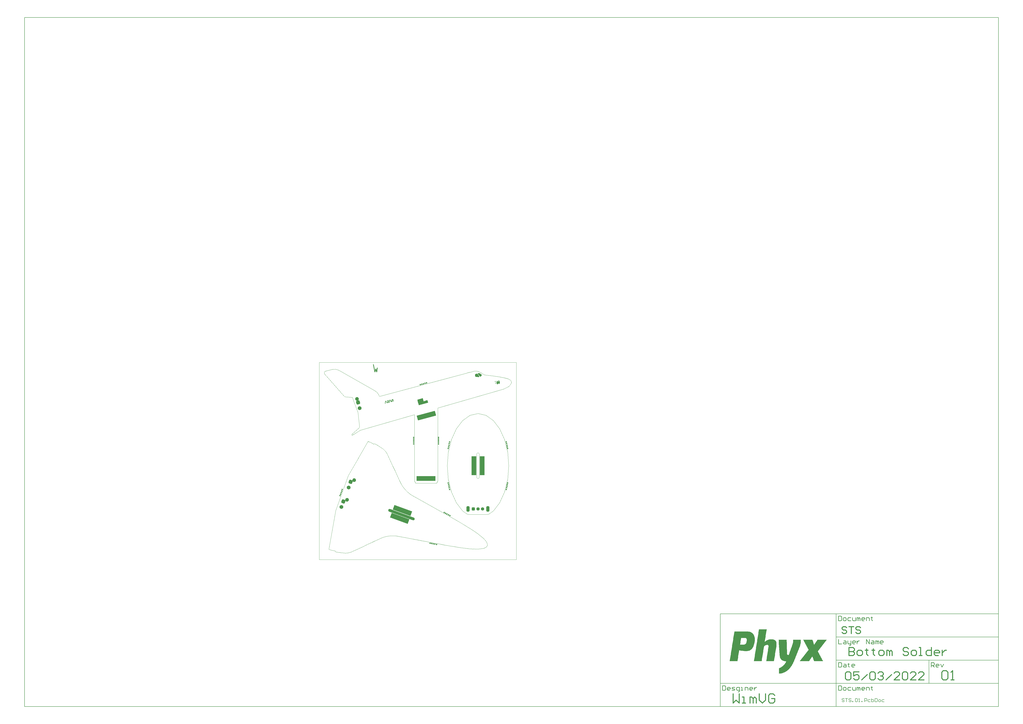
<source format=gbs>
G04*
G04 #@! TF.GenerationSoftware,Altium Limited,Altium Designer,22.2.1 (43)*
G04*
G04 Layer_Color=16711935*
%FSLAX25Y25*%
%MOIN*%
G70*
G04*
G04 #@! TF.SameCoordinates,09E568D2-82FC-486A-A2B8-6DB2FCDF8EDF*
G04*
G04*
G04 #@! TF.FilePolarity,Negative*
G04*
G01*
G75*
%ADD10C,0.01575*%
%ADD11C,0.00787*%
%ADD21C,0.00394*%
%ADD22C,0.00984*%
%ADD26C,0.02362*%
G04:AMPARAMS|DCode=36|XSize=318.9mil|YSize=82.68mil|CornerRadius=0mil|HoleSize=0mil|Usage=FLASHONLY|Rotation=15.000|XOffset=0mil|YOffset=0mil|HoleType=Round|Shape=Rectangle|*
%AMROTATEDRECTD36*
4,1,4,-0.14332,-0.08120,-0.16472,-0.00134,0.14332,0.08120,0.16472,0.00134,-0.14332,-0.08120,0.0*
%
%ADD36ROTATEDRECTD36*%

%ADD37R,0.31890X0.08268*%
G04:AMPARAMS|DCode=40|XSize=476.38mil|YSize=47.24mil|CornerRadius=0mil|HoleSize=0mil|Usage=FLASHONLY|Rotation=160.000|XOffset=0mil|YOffset=0mil|HoleType=Round|Shape=Round|*
%AMOVALD40*
21,1,0.42913,0.04724,0.00000,0.00000,160.0*
1,1,0.04724,0.20163,-0.07339*
1,1,0.04724,-0.20163,0.07339*
%
%ADD40OVALD40*%

G04:AMPARAMS|DCode=41|XSize=64.96mil|YSize=63.94mil|CornerRadius=0mil|HoleSize=0mil|Usage=FLASHONLY|Rotation=250.000|XOffset=0mil|YOffset=0mil|HoleType=Round|Shape=Round|*
%AMOVALD41*
21,1,0.00102,0.06394,0.00000,0.00000,250.0*
1,1,0.06394,0.00018,0.00048*
1,1,0.06394,-0.00018,-0.00048*
%
%ADD41OVALD41*%

G04:AMPARAMS|DCode=42|XSize=64.96mil|YSize=63.94mil|CornerRadius=16.97mil|HoleSize=0mil|Usage=FLASHONLY|Rotation=70.000|XOffset=0mil|YOffset=0mil|HoleType=Round|Shape=RoundedRectangle|*
%AMROUNDEDRECTD42*
21,1,0.06496,0.03000,0,0,70.0*
21,1,0.03102,0.06394,0,0,70.0*
1,1,0.03394,0.01940,0.00945*
1,1,0.03394,0.00879,-0.01971*
1,1,0.03394,-0.01940,-0.00945*
1,1,0.03394,-0.00879,0.01971*
%
%ADD42ROUNDEDRECTD42*%
G04:AMPARAMS|DCode=43|XSize=64.96mil|YSize=63.94mil|CornerRadius=16.97mil|HoleSize=0mil|Usage=FLASHONLY|Rotation=105.000|XOffset=0mil|YOffset=0mil|HoleType=Round|Shape=RoundedRectangle|*
%AMROUNDEDRECTD43*
21,1,0.06496,0.03000,0,0,105.0*
21,1,0.03102,0.06394,0,0,105.0*
1,1,0.03394,0.01047,0.01887*
1,1,0.03394,0.01850,-0.01110*
1,1,0.03394,-0.01047,-0.01887*
1,1,0.03394,-0.01850,0.01110*
%
%ADD43ROUNDEDRECTD43*%
G04:AMPARAMS|DCode=44|XSize=64.96mil|YSize=63.94mil|CornerRadius=0mil|HoleSize=0mil|Usage=FLASHONLY|Rotation=285.000|XOffset=0mil|YOffset=0mil|HoleType=Round|Shape=Round|*
%AMOVALD44*
21,1,0.00102,0.06394,0.00000,0.00000,285.0*
1,1,0.06394,-0.00013,0.00049*
1,1,0.06394,0.00013,-0.00049*
%
%ADD44OVALD44*%

G04:AMPARAMS|DCode=45|XSize=90.55mil|YSize=51.18mil|CornerRadius=13.78mil|HoleSize=0mil|Usage=FLASHONLY|Rotation=90.000|XOffset=0mil|YOffset=0mil|HoleType=Round|Shape=RoundedRectangle|*
%AMROUNDEDRECTD45*
21,1,0.09055,0.02362,0,0,90.0*
21,1,0.06299,0.05118,0,0,90.0*
1,1,0.02756,0.01181,0.03150*
1,1,0.02756,0.01181,-0.03150*
1,1,0.02756,-0.01181,-0.03150*
1,1,0.02756,-0.01181,0.03150*
%
%ADD45ROUNDEDRECTD45*%
%ADD46C,0.05512*%
G04:AMPARAMS|DCode=47|XSize=55.12mil|YSize=55.12mil|CornerRadius=14.76mil|HoleSize=0mil|Usage=FLASHONLY|Rotation=0.000|XOffset=0mil|YOffset=0mil|HoleType=Round|Shape=RoundedRectangle|*
%AMROUNDEDRECTD47*
21,1,0.05512,0.02559,0,0,0.0*
21,1,0.02559,0.05512,0,0,0.0*
1,1,0.02953,0.01280,-0.01280*
1,1,0.02953,-0.01280,-0.01280*
1,1,0.02953,-0.01280,0.01280*
1,1,0.02953,0.01280,0.01280*
%
%ADD47ROUNDEDRECTD47*%
G04:AMPARAMS|DCode=48|XSize=318.9mil|YSize=82.68mil|CornerRadius=0mil|HoleSize=0mil|Usage=FLASHONLY|Rotation=160.000|XOffset=0mil|YOffset=0mil|HoleType=Round|Shape=Rectangle|*
%AMROTATEDRECTD48*
4,1,4,0.16397,-0.01569,0.13569,-0.09338,-0.16397,0.01569,-0.13569,0.09338,0.16397,-0.01569,0.0*
%
%ADD48ROTATEDRECTD48*%

%ADD49R,0.08268X0.31890*%
%ADD50C,0.01575*%
%ADD51C,0.01968*%
G36*
X72593Y311625D02*
X72611Y311623D01*
X72611Y311623D01*
X72612Y311623D01*
X72631Y311617D01*
X72648Y311613D01*
X72649Y311612D01*
X72650Y311612D01*
X72666Y311603D01*
X72682Y311595D01*
X72683Y311594D01*
X72684Y311594D01*
X72698Y311582D01*
X72712Y311570D01*
X72713Y311569D01*
X72714Y311569D01*
X72726Y311554D01*
X72737Y311541D01*
X72738Y311540D01*
X72738Y311539D01*
X72747Y311523D01*
X72756Y311506D01*
X72756Y311506D01*
X72757Y311505D01*
X72762Y311487D01*
X72768Y311469D01*
X74963Y300938D01*
X75615Y303984D01*
X75620Y304001D01*
X75625Y304018D01*
X75626Y304019D01*
X75626Y304021D01*
X75635Y304036D01*
X75644Y304052D01*
X75644Y304053D01*
X75645Y304055D01*
X75656Y304068D01*
X75668Y304082D01*
X75669Y304083D01*
X75670Y304084D01*
X75684Y304096D01*
X75698Y304107D01*
X75699Y304108D01*
X75700Y304109D01*
X75717Y304117D01*
X75732Y304125D01*
X75734Y304126D01*
X75735Y304126D01*
X75752Y304131D01*
X75770Y304136D01*
X75771Y304137D01*
X75772Y304137D01*
X75790Y304138D01*
X75808Y304140D01*
X76848D01*
X76866Y304138D01*
X76884Y304137D01*
X76885Y304137D01*
X76886Y304136D01*
X76904Y304131D01*
X76921Y304126D01*
X76922Y304126D01*
X76924Y304125D01*
X76939Y304117D01*
X76956Y304108D01*
X76957Y304107D01*
X76958Y304107D01*
X76971Y304096D01*
X76986Y304084D01*
X76987Y304083D01*
X76988Y304082D01*
X76999Y304068D01*
X77011Y304054D01*
X77012Y304053D01*
X77012Y304052D01*
X77021Y304036D01*
X77030Y304021D01*
X77030Y304019D01*
X77030Y304018D01*
X77036Y304001D01*
X77041Y303983D01*
X77630Y301207D01*
X78194Y305986D01*
X78195Y305994D01*
X78196Y306001D01*
X78199Y306012D01*
X78202Y306024D01*
X78205Y306031D01*
X78207Y306038D01*
X78213Y306049D01*
X78218Y306059D01*
X78222Y306066D01*
X78226Y306073D01*
X78233Y306082D01*
X78240Y306091D01*
X78245Y306097D01*
X78250Y306103D01*
X78259Y306110D01*
X78268Y306118D01*
X78274Y306122D01*
X78280Y306127D01*
X78290Y306133D01*
X78300Y306139D01*
X78307Y306142D01*
X78314Y306146D01*
X78326Y306149D01*
X78336Y306153D01*
X78344Y306154D01*
X78351Y306157D01*
X78363Y306158D01*
X78374Y306160D01*
X78382Y306160D01*
X78390Y306160D01*
X79361D01*
X79375Y306159D01*
X79390Y306158D01*
X79395Y306157D01*
X79400Y306157D01*
X79413Y306153D01*
X79428Y306149D01*
X79432Y306147D01*
X79437Y306146D01*
X79449Y306138D01*
X79463Y306132D01*
X79466Y306129D01*
X79471Y306127D01*
X79482Y306118D01*
X79494Y306109D01*
X79497Y306106D01*
X79501Y306103D01*
X79510Y306091D01*
X79520Y306080D01*
X79522Y306076D01*
X79525Y306073D01*
X79532Y306060D01*
X79540Y306047D01*
X79541Y306043D01*
X79544Y306038D01*
X79548Y306024D01*
X79553Y306011D01*
X79554Y306006D01*
X79555Y306001D01*
X79556Y305987D01*
X79558Y305972D01*
X79558Y305967D01*
X79559Y305963D01*
X79557Y305948D01*
X79557Y305933D01*
X78458Y298577D01*
X78456Y298572D01*
X78456Y298567D01*
X78452Y298553D01*
X78448Y298539D01*
X78446Y298535D01*
X78445Y298530D01*
X78438Y298517D01*
X78432Y298504D01*
X78429Y298500D01*
X78426Y298496D01*
X78417Y298484D01*
X78408Y298473D01*
X78405Y298470D01*
X78402Y298466D01*
X78391Y298457D01*
X78380Y298447D01*
X78376Y298444D01*
X78372Y298441D01*
X78359Y298434D01*
X78346Y298427D01*
X78342Y298425D01*
X78338Y298423D01*
X78324Y298419D01*
X78310Y298414D01*
X78305Y298413D01*
X78301Y298412D01*
X78286Y298410D01*
X78272Y298408D01*
X78267Y298409D01*
X78262Y298408D01*
X77321D01*
X77304Y298410D01*
X77288Y298411D01*
X77285Y298412D01*
X77282Y298412D01*
X77266Y298417D01*
X77250Y298421D01*
X77248Y298422D01*
X77245Y298423D01*
X77231Y298431D01*
X77215Y298438D01*
X77213Y298440D01*
X77211Y298441D01*
X77198Y298452D01*
X77185Y298462D01*
X77183Y298464D01*
X77181Y298466D01*
X77170Y298479D01*
X77160Y298492D01*
X77158Y298494D01*
X77156Y298496D01*
X77149Y298511D01*
X77140Y298525D01*
X77139Y298528D01*
X77138Y298530D01*
X77133Y298546D01*
X77128Y298562D01*
X76325Y302088D01*
X75518Y298562D01*
X75513Y298546D01*
X75508Y298530D01*
X75507Y298528D01*
X75506Y298525D01*
X75497Y298510D01*
X75490Y298496D01*
X75488Y298494D01*
X75486Y298491D01*
X75476Y298479D01*
X75465Y298466D01*
X75463Y298464D01*
X75461Y298462D01*
X75448Y298452D01*
X75435Y298441D01*
X75433Y298440D01*
X75430Y298438D01*
X75415Y298431D01*
X75401Y298423D01*
X75398Y298422D01*
X75396Y298421D01*
X75380Y298417D01*
X75364Y298412D01*
X75361Y298412D01*
X75358Y298411D01*
X75342Y298410D01*
X75325Y298408D01*
X74384D01*
X74366Y298410D01*
X74349Y298411D01*
X74347Y298412D01*
X74345Y298412D01*
X74328Y298417D01*
X74312Y298422D01*
X74310Y298423D01*
X74308Y298423D01*
X74293Y298431D01*
X74277Y298440D01*
X74276Y298441D01*
X74274Y298441D01*
X74260Y298453D01*
X74247Y298464D01*
X74246Y298465D01*
X74244Y298466D01*
X74233Y298480D01*
X74221Y298493D01*
X74221Y298495D01*
X74220Y298496D01*
X74211Y298511D01*
X74203Y298527D01*
X74202Y298529D01*
X74201Y298530D01*
X74196Y298547D01*
X74191Y298564D01*
X71410Y311387D01*
X71410Y311389D01*
X71409Y311390D01*
X71407Y311408D01*
X71405Y311426D01*
X71406Y311427D01*
X71405Y311429D01*
X71407Y311447D01*
X71408Y311464D01*
X71409Y311466D01*
X71409Y311468D01*
X71414Y311485D01*
X71419Y311502D01*
X71420Y311503D01*
X71420Y311505D01*
X71429Y311520D01*
X71437Y311536D01*
X71438Y311538D01*
X71439Y311539D01*
X71450Y311553D01*
X71461Y311566D01*
X71462Y311567D01*
X71463Y311569D01*
X71477Y311580D01*
X71490Y311592D01*
X71492Y311592D01*
X71493Y311594D01*
X71509Y311602D01*
X71524Y311611D01*
X71526Y311611D01*
X71527Y311612D01*
X71544Y311617D01*
X71561Y311622D01*
X71563Y311623D01*
X71565Y311623D01*
X71582Y311625D01*
X71600Y311627D01*
X71601Y311627D01*
X71603Y311627D01*
X72574D01*
X72593Y311625D01*
D02*
G37*
G36*
X251456Y296994D02*
X251473Y296984D01*
X251578Y296978D01*
X251580D01*
X251634Y296981D01*
X251704Y296967D01*
X251728Y296962D01*
X251728Y296962D01*
X251728Y296962D01*
X251729Y296962D01*
X251729Y296962D01*
X251730Y296962D01*
X251730Y296962D01*
X251810Y296950D01*
X251859Y296930D01*
X251859D01*
X251863Y296929D01*
X251887Y296924D01*
X251887Y296924D01*
X251889Y296924D01*
X251946Y296917D01*
X251982Y296905D01*
X251982Y296905D01*
X251985Y296904D01*
X252007Y296900D01*
X252070Y296872D01*
X252070Y296872D01*
X252074Y296871D01*
X252098Y296866D01*
X252172Y296847D01*
X252172Y296847D01*
X252185Y296833D01*
X252259Y296808D01*
X252285Y296794D01*
X252366Y296746D01*
X252393Y296731D01*
X252474Y296684D01*
X252514Y296661D01*
X252556Y296628D01*
Y296628D01*
X252559Y296626D01*
X252612Y296595D01*
X252710Y296530D01*
X252710Y296530D01*
X252710Y296530D01*
X252710Y296530D01*
X252710Y296530D01*
X252710Y296530D01*
X252710Y296530D01*
X252710Y296530D01*
X252710Y296530D01*
X252710Y296530D01*
X252710Y296530D01*
X252710Y296530D01*
X252711Y296529D01*
X253110Y296281D01*
X253398Y296106D01*
X253968Y295731D01*
X254458Y295403D01*
X254860Y295144D01*
X255450Y294740D01*
X255521Y294689D01*
X255619Y294624D01*
X255746Y294533D01*
X255849Y294447D01*
X255987Y294313D01*
X256070Y294211D01*
X256146Y294096D01*
X256193Y294007D01*
X256196Y294002D01*
X256209Y293987D01*
X256225Y293928D01*
X256253Y293824D01*
X256253Y293656D01*
X256246Y293599D01*
X256212Y293478D01*
X256177Y293403D01*
X256144Y293362D01*
X256144Y293362D01*
X256144Y293360D01*
X255726Y292731D01*
X255614Y292552D01*
Y292552D01*
X255613Y292552D01*
X255613Y292552D01*
X255613Y292551D01*
X255613Y292551D01*
X255613Y292551D01*
X255606Y292538D01*
X255525Y292414D01*
X255467Y292329D01*
X255370Y292177D01*
X255289Y292053D01*
X255139Y291840D01*
X255139Y291840D01*
X255136Y291823D01*
X255137Y291821D01*
X254929Y291508D01*
X254817Y291329D01*
X254816Y291328D01*
X254795Y291291D01*
X254795Y291291D01*
X254774Y291285D01*
X254721Y291225D01*
X254721Y291225D01*
X254718Y291221D01*
X254713Y291212D01*
X254629Y291157D01*
Y291157D01*
X254627Y291155D01*
X254611Y291141D01*
X254544Y291112D01*
X254300Y291047D01*
X254203Y291032D01*
X254148Y291028D01*
X254013Y291026D01*
X253991Y291031D01*
X253991Y291031D01*
X253991Y291031D01*
X253991Y291031D01*
X253990Y291031D01*
X253989Y291031D01*
X253989Y291031D01*
X253860Y291042D01*
X253860Y291042D01*
X253852Y291041D01*
X253836Y291037D01*
X253769Y291051D01*
X253531Y291135D01*
X253167Y291300D01*
X253154Y291307D01*
X253154Y291307D01*
X253154D01*
X253151Y291308D01*
X252906Y291414D01*
X252786Y291483D01*
X252660Y291574D01*
X252601Y291625D01*
X252526Y291703D01*
X252525Y291708D01*
X252525Y291708D01*
X252521Y291717D01*
X252419Y291838D01*
X252098Y292268D01*
X252098Y292268D01*
X252095Y292271D01*
X252067Y292296D01*
X252030Y292352D01*
X252030Y292352D01*
X252030Y292352D01*
X252030Y292352D01*
X252030Y292352D01*
X252029Y292352D01*
X252029Y292353D01*
X252029Y292353D01*
X252029Y292353D01*
X251957Y292449D01*
X251922Y292496D01*
X251815Y292640D01*
X251743Y292735D01*
X251743Y292735D01*
X251742Y292737D01*
X251693Y292792D01*
X251677Y292810D01*
X251620Y292896D01*
X251620Y292896D01*
X251619Y292898D01*
X251531Y293011D01*
X251457Y293117D01*
X251457Y293117D01*
X251457Y293117D01*
X251457Y293118D01*
X251457Y293118D01*
X251456Y293119D01*
X251456Y293119D01*
X251339Y293259D01*
X251268Y293353D01*
X251193Y293460D01*
X251138Y293537D01*
X251138Y293537D01*
X251137Y293539D01*
X251088Y293594D01*
X250733Y294061D01*
X250492Y294363D01*
X250206Y294745D01*
X249870Y295184D01*
X249700Y295390D01*
X249517Y295693D01*
X249484Y295773D01*
X249474Y295812D01*
X249473Y295855D01*
X249473Y295855D01*
X249472Y295861D01*
X249465Y295889D01*
X249469Y295956D01*
X249469Y295956D01*
X249469Y295957D01*
X249468Y295962D01*
X249468Y295962D01*
X249468Y295963D01*
X249468Y295963D01*
X249468Y295963D01*
X249468Y295963D01*
X249463Y295981D01*
X249467Y296046D01*
X249471Y296067D01*
X249491Y296117D01*
X249491Y296117D01*
X249493Y296125D01*
X249492Y296130D01*
X249491Y296134D01*
X249508Y296177D01*
X249516Y296190D01*
X249516Y296190D01*
X249518Y296196D01*
X249527Y296241D01*
X249533Y296252D01*
X249549Y296279D01*
X249563Y296303D01*
X249579Y296317D01*
X249579Y296317D01*
X249585Y296327D01*
X249596Y296360D01*
X249638Y296403D01*
X249638D01*
X249641Y296407D01*
X249647Y296417D01*
X249698Y296463D01*
X249736Y296484D01*
X249856Y296551D01*
X249856D01*
X249858Y296552D01*
X249885Y296569D01*
X250103Y296650D01*
X250103Y296650D01*
X250112Y296650D01*
X250783Y296844D01*
X250783D01*
X250785Y296845D01*
X250856Y296875D01*
X251221Y296973D01*
X251227Y296970D01*
X251241Y296967D01*
X251361Y296988D01*
X251456Y296994D01*
Y296994D01*
D02*
G37*
G36*
X251112Y296944D02*
X251176Y296961D01*
X251221Y296973D01*
X251112Y296944D01*
D02*
G37*
G36*
X247897Y295987D02*
X247898Y295987D01*
X247899Y295987D01*
X247900Y295987D01*
X247900Y295987D01*
X247996Y295967D01*
X248055Y295960D01*
X248055Y295960D01*
X248056Y295960D01*
X248057Y295960D01*
X248058Y295959D01*
X248059Y295959D01*
X248059Y295959D01*
X248210Y295908D01*
X248211Y295908D01*
X248300Y295875D01*
X248455Y295812D01*
X248455Y295812D01*
X248456Y295812D01*
X248457Y295811D01*
X248457Y295811D01*
X248458Y295811D01*
X248458Y295811D01*
X248538Y295764D01*
X248602Y295736D01*
X248603Y295736D01*
X248603Y295736D01*
X248604Y295736D01*
X248605Y295735D01*
X248605Y295735D01*
X248605Y295735D01*
X248743Y295646D01*
X248811Y295607D01*
X248812Y295607D01*
X248813Y295606D01*
X248814Y295605D01*
X248815Y295603D01*
X248816Y295603D01*
X248816Y295603D01*
X248830Y295587D01*
X248854Y295573D01*
X248854Y295573D01*
X248855Y295573D01*
X248855Y295572D01*
X248856Y295572D01*
X248856Y295572D01*
X248856Y295572D01*
X248927Y295522D01*
X248927Y295522D01*
X248928Y295521D01*
X248928Y295520D01*
X248929Y295520D01*
X248930Y295519D01*
X248930Y295519D01*
X248992Y295456D01*
X248992Y295456D01*
X248993Y295456D01*
X248993Y295456D01*
X248993Y295455D01*
X248993Y295455D01*
X248993Y295455D01*
X249010Y295437D01*
X249010Y295436D01*
X249010Y295436D01*
X249063Y295370D01*
X249063Y295369D01*
X249063Y295369D01*
X249063Y295369D01*
X249063Y295369D01*
X249063Y295369D01*
X249063Y295369D01*
X249137Y295263D01*
X249476Y294814D01*
X250053Y294073D01*
X250369Y293665D01*
X250542Y293447D01*
X250543Y293446D01*
X250650Y293303D01*
X250721Y293208D01*
X250769Y293153D01*
X250770Y293153D01*
X250770Y293153D01*
X250770Y293152D01*
X250771Y293152D01*
X250771Y293151D01*
X250771Y293151D01*
X250845Y293046D01*
X250929Y292943D01*
X251002Y292846D01*
X251002Y292846D01*
X251003Y292844D01*
X251004Y292842D01*
X251005Y292840D01*
X251005Y292839D01*
X251005Y292839D01*
X251007Y292833D01*
X251092Y292722D01*
X251157Y292649D01*
X251157Y292649D01*
X251158Y292648D01*
X251158Y292648D01*
X251158Y292647D01*
X251159Y292647D01*
X251159Y292647D01*
X251233Y292541D01*
X251268Y292493D01*
X251320Y292428D01*
X251425Y292295D01*
X251546Y292144D01*
X251653Y292000D01*
X251754Y291878D01*
X251754Y291878D01*
X251755Y291878D01*
X251755Y291877D01*
X251755Y291877D01*
X251755Y291877D01*
X251755Y291877D01*
X251813Y291789D01*
X251868Y291712D01*
X251869Y291710D01*
X251869Y291710D01*
X251892Y291670D01*
X251892Y291670D01*
X251892Y291670D01*
X251892Y291669D01*
X251892Y291669D01*
X251892Y291668D01*
X251892Y291668D01*
X251923Y291596D01*
X251923Y291596D01*
X251924Y291594D01*
Y291594D01*
X251923Y291596D01*
X251923Y291596D01*
X251923Y291596D01*
X251923Y291596D01*
X251923Y291596D01*
X251923Y291596D01*
X251924Y291595D01*
X251924Y291595D01*
X251924Y291594D01*
X251924Y291594D01*
X251924Y291594D01*
X251924Y291594D01*
X251924Y291594D01*
X251924Y291593D01*
X251924Y291593D01*
X251924Y291593D01*
X251924Y291593D01*
X251953Y291486D01*
X251973Y291411D01*
X251982Y291379D01*
X251982Y291379D01*
X251982Y291378D01*
X251982Y291378D01*
X251982Y291377D01*
X251982Y291377D01*
X251982Y291377D01*
X251997Y291278D01*
X251997Y291277D01*
X251997Y291277D01*
X251997Y291276D01*
X251997Y291275D01*
X251997Y291274D01*
X251997Y291273D01*
X251997Y291273D01*
X251993Y291203D01*
Y291203D01*
X251993Y291203D01*
X251993Y291203D01*
X251993Y291202D01*
X251993Y291202D01*
X251993Y291202D01*
X251979Y291084D01*
X251979Y291086D01*
X251979Y291086D01*
X251979Y291084D01*
X251979Y291084D01*
Y291084D01*
X251979Y291084D01*
X251979Y291084D01*
X251979Y291083D01*
X251979Y291084D01*
X251979Y291084D01*
X251979Y291083D01*
X251979Y291083D01*
X251979Y291083D01*
Y291083D01*
Y291083D01*
X251979D01*
X251979Y291082D01*
X251979Y291083D01*
X251979Y291083D01*
X251979D01*
X251978Y291080D01*
X251979Y291081D01*
X251979Y291082D01*
X251979Y291082D01*
X251979Y291081D01*
X251979Y291081D01*
X251978Y291080D01*
X251956Y290994D01*
X251956Y290994D01*
X251955Y290993D01*
X251955Y290992D01*
X251955Y290992D01*
X251955Y290991D01*
X251955Y290991D01*
X251906Y290875D01*
X251905Y290873D01*
X251905Y290873D01*
X251821Y290713D01*
X251821Y290713D01*
X251821Y290712D01*
X251820Y290711D01*
X251820Y290710D01*
X251819Y290710D01*
X251819Y290710D01*
X251682Y290535D01*
X251682Y290535D01*
X251682Y290534D01*
X251681Y290534D01*
X251680Y290533D01*
X251680Y290533D01*
X251680Y290533D01*
X251569Y290434D01*
X251476Y290352D01*
X251476Y290352D01*
X251476Y290352D01*
X251475Y290351D01*
X251476Y290352D01*
X251475Y290351D01*
X251475Y290351D01*
X251475Y290351D01*
X251475Y290351D01*
X251475Y290351D01*
X251475Y290351D01*
X251475Y290351D01*
X251409Y290299D01*
X251408Y290299D01*
X251407Y290298D01*
X251406Y290297D01*
X251405Y290296D01*
X251404Y290296D01*
X251404Y290296D01*
X251344Y290269D01*
X251317Y290251D01*
X251316Y290250D01*
X251316Y290250D01*
X251313Y290249D01*
X251141Y290168D01*
X251140Y290168D01*
X251139Y290167D01*
X251138Y290167D01*
X251137Y290167D01*
X251137Y290167D01*
X251137D01*
X251030Y290138D01*
X251029Y290138D01*
X251028Y290138D01*
X251027Y290137D01*
X251026Y290137D01*
X251025Y290137D01*
X251025Y290137D01*
X250877Y290132D01*
X250832Y290131D01*
X250766Y290125D01*
X250765Y290125D01*
X250765Y290125D01*
X250764Y290125D01*
X250764Y290125D01*
X250764D01*
X250638Y290125D01*
X250638D01*
X250637Y290125D01*
X250636Y290125D01*
X250635Y290126D01*
X250634Y290126D01*
X250633Y290126D01*
X250633D01*
X250585Y290136D01*
X250492Y290145D01*
X250304Y290163D01*
X250303Y290163D01*
X250303Y290163D01*
X250303Y290163D01*
X250302Y290163D01*
X250302Y290163D01*
X250304Y290163D01*
X250304Y290163D01*
X250302Y290163D01*
X249973Y290211D01*
X249966Y290209D01*
X249966Y290209D01*
X249964Y290208D01*
X249963Y290208D01*
X249961Y290208D01*
X249961Y290208D01*
X249960Y290208D01*
X249960Y290208D01*
X249959Y290208D01*
X249958Y290208D01*
X249958Y290208D01*
X249958Y290208D01*
X249603Y290251D01*
X249320Y290278D01*
X249108Y290301D01*
X249108Y290301D01*
X249106Y290302D01*
X249108Y290301D01*
X249107Y290302D01*
X248821Y290340D01*
X248634Y290358D01*
X248360Y290388D01*
X248267Y290398D01*
X248267Y290398D01*
X248266Y290398D01*
X248266Y290398D01*
X248266Y290398D01*
X248265Y290398D01*
X248265Y290398D01*
X248074Y290427D01*
X247779Y290462D01*
X247566Y290485D01*
X247416Y290491D01*
X247416Y290491D01*
X247415Y290491D01*
X247415Y290491D01*
X247414Y290491D01*
X247414Y290491D01*
Y290491D01*
X247199Y290525D01*
X246927Y290555D01*
X246526Y290597D01*
X246526Y290597D01*
X246525Y290597D01*
X246525Y290597D01*
X246525Y290597D01*
X246524Y290597D01*
X246524D01*
X246107Y290657D01*
X246107Y290657D01*
X246106Y290657D01*
X246105Y290658D01*
X246104Y290658D01*
X246104Y290658D01*
X246104Y290658D01*
X245790Y290758D01*
X245790Y290758D01*
X245789Y290758D01*
X245788Y290758D01*
X245787Y290759D01*
X245787Y290759D01*
X245787D01*
X245575Y290863D01*
X245470Y290915D01*
X245469Y290915D01*
X245468Y290916D01*
X245468Y290916D01*
X245467Y290917D01*
X245466Y290917D01*
X245466D01*
X245409Y290959D01*
X245409Y290959D01*
X245409Y290959D01*
X245409Y290959D01*
X245409Y290959D01*
X245409Y290960D01*
X245409Y290960D01*
X245291Y291054D01*
X245291Y291055D01*
X245291Y291055D01*
X245290Y291055D01*
X245290Y291055D01*
X245290Y291055D01*
X245290Y291055D01*
X245214Y291126D01*
X245214Y291126D01*
X245214Y291127D01*
X245213Y291127D01*
X245213Y291127D01*
X245213Y291127D01*
X245213Y291127D01*
X245104Y291235D01*
X245103Y291236D01*
X245101Y291239D01*
X245100Y291241D01*
X245099Y291244D01*
X245098Y291245D01*
X245098Y291245D01*
X245096Y291253D01*
X245037Y291349D01*
X245036Y291351D01*
X245036Y291351D01*
X244983Y291463D01*
X244983Y291463D01*
X244983Y291463D01*
X244982Y291464D01*
X244982Y291464D01*
X244982Y291464D01*
X244940Y291579D01*
X244940Y291580D01*
X244940Y291580D01*
X244939Y291581D01*
X244939Y291581D01*
X244939Y291581D01*
Y291581D01*
X244922Y291646D01*
X244893Y291753D01*
X244893Y291753D01*
X244893Y291754D01*
X244893Y291754D01*
X244893Y291755D01*
X244893Y291755D01*
Y291755D01*
X244871Y291921D01*
X244871Y291922D01*
X244871Y291923D01*
X244871Y291923D01*
X244871Y291924D01*
X244871Y291924D01*
X244871Y291924D01*
X244869Y292188D01*
X244864Y292680D01*
X244843Y293569D01*
X244826Y294104D01*
X244816Y294227D01*
X244816Y294227D01*
X244816Y294228D01*
X244816Y294228D01*
X244816Y294229D01*
X244816Y294229D01*
Y294229D01*
X244817Y294309D01*
X244817Y294310D01*
X244817Y294311D01*
X244818Y294312D01*
X244818Y294313D01*
X244818Y294313D01*
X244818Y294313D01*
X244822Y294336D01*
X244824Y294413D01*
X244817Y294479D01*
X244817Y294480D01*
X244817Y294481D01*
X244817Y294483D01*
X244817Y294485D01*
X244818Y294485D01*
X244818Y294485D01*
X244823Y294510D01*
X244827Y294531D01*
X244824Y294585D01*
X244824Y294585D01*
X244824Y294587D01*
X244824Y294588D01*
X244824Y294589D01*
X244824Y294590D01*
X244824Y294590D01*
X244846Y294722D01*
X244846Y294723D01*
X244846Y294724D01*
X244847Y294726D01*
X244848Y294728D01*
X244848Y294729D01*
X244848Y294729D01*
X244879Y294781D01*
X244903Y294855D01*
X244904Y294856D01*
X244904Y294858D01*
X244905Y294859D01*
X244906Y294861D01*
X244907Y294862D01*
Y294862D01*
X245009Y294992D01*
X245059Y295062D01*
X245059Y295062D01*
X245059Y295063D01*
X245060Y295063D01*
X245060Y295064D01*
X245060Y295064D01*
X245060Y295064D01*
X245165Y295184D01*
X245192Y295214D01*
X245193Y295214D01*
X245193Y295215D01*
X245194Y295216D01*
X245195Y295217D01*
X245196Y295217D01*
X245196Y295217D01*
X245291Y295289D01*
X245292Y295289D01*
X245398Y295363D01*
X245398Y295363D01*
X245399Y295364D01*
X245400Y295365D01*
X245401Y295365D01*
X245402Y295366D01*
X245402Y295366D01*
X245607Y295455D01*
X245668Y295483D01*
X245671Y295484D01*
X245671Y295484D01*
X245871Y295549D01*
X245871Y295549D01*
X245871Y295549D01*
X245872Y295549D01*
X245872Y295549D01*
X245872Y295549D01*
X245872Y295549D01*
X247200Y295905D01*
X247201Y295905D01*
X247493Y295972D01*
X247494Y295972D01*
X247495Y295972D01*
X247497Y295973D01*
X247498Y295973D01*
X247499Y295972D01*
X247499Y295973D01*
X247532Y295971D01*
X247722Y295987D01*
X247722Y295987D01*
X247722Y295987D01*
X247723Y295987D01*
X247723Y295987D01*
X247723Y295987D01*
X247723Y295987D01*
X247896Y295987D01*
X247896Y295987D01*
X247897Y295987D01*
D02*
G37*
G36*
X251979Y291083D02*
X251979Y291083D01*
X251979Y291083D01*
D01*
X251979Y291083D01*
Y291083D01*
Y291083D01*
D02*
G37*
G36*
X251476Y290352D02*
X251476Y290352D01*
X251476Y290352D01*
X251476Y290352D01*
X251476Y290352D01*
X251476Y290352D01*
D02*
G37*
G36*
X251475Y290351D02*
X251475Y290351D01*
X251475Y290351D01*
X251475Y290351D01*
X251475Y290351D01*
X251475Y290351D01*
X251475Y290351D01*
D02*
G37*
G36*
X251316Y290250D02*
X251316Y290250D01*
X251316Y290250D01*
X251316Y290250D01*
X251316Y290250D01*
X251316Y290250D01*
X251316Y290250D01*
D02*
G37*
G36*
X251316Y290250D02*
X251315Y290250D01*
X251314Y290249D01*
X251314Y290249D01*
X251314Y290249D01*
X251314D01*
X251314Y290249D01*
X251316Y290250D01*
X251316Y290250D01*
D02*
G37*
G36*
X279417Y283450D02*
X279625Y283276D01*
X279747Y283033D01*
X279770Y282776D01*
X279753Y282642D01*
X279618Y282407D01*
X279403Y282242D01*
X279142Y282172D01*
X278874Y282208D01*
X278640Y282344D01*
X278476Y282559D01*
X278407Y282821D01*
X278425Y282955D01*
Y282955D01*
X278510Y283196D01*
X278897Y283506D01*
X279155Y283529D01*
X279417Y283450D01*
D02*
G37*
G36*
X279904Y280617D02*
X280050Y280532D01*
X280257Y280358D01*
X280366Y280123D01*
X280392Y279855D01*
X280297Y279611D01*
X280131Y279417D01*
X279888Y279295D01*
X279641Y279275D01*
X279389Y279356D01*
X279182Y279530D01*
X279060Y279773D01*
X279047Y280034D01*
D01*
Y280034D01*
Y280034D01*
X279067Y280202D01*
X279263Y280478D01*
X279566Y280628D01*
X279904Y280617D01*
D02*
G37*
G36*
X285297Y284681D02*
X285657Y284410D01*
X285926Y284047D01*
X286335Y283249D01*
X286653Y282405D01*
X286881Y281513D01*
X286917Y280605D01*
X286755Y279712D01*
X286590Y279300D01*
X286316Y278951D01*
X285943Y278714D01*
X285516Y278679D01*
X285102Y278855D01*
X284777Y279170D01*
X284649Y279347D01*
X284447Y279734D01*
X284304Y280147D01*
X284223Y280576D01*
X284214Y280794D01*
X284214D01*
X284203Y280916D01*
X284189Y281159D01*
X284183Y281403D01*
X284187Y281647D01*
X284192Y281769D01*
X284202Y281991D01*
X284243Y282432D01*
X284304Y282870D01*
X284386Y283306D01*
X284437Y283521D01*
X284437Y283521D01*
X284661Y284316D01*
X284887Y284629D01*
X285073Y284702D01*
X285297Y284681D01*
D02*
G37*
G36*
X282462Y283910D02*
X282814Y283626D01*
X283081Y283273D01*
X283481Y282462D01*
X283810Y281620D01*
X284024Y280736D01*
X284061Y279828D01*
X283896Y278945D01*
X283730Y278534D01*
X283467Y278188D01*
X283095Y277950D01*
X282668Y277916D01*
X282256Y278081D01*
X281923Y278382D01*
X281522Y279193D01*
X281362Y280092D01*
X281336Y281003D01*
X281417Y281897D01*
X281581Y282744D01*
X281812Y283552D01*
X282049Y283868D01*
X282236Y283941D01*
X282462Y283910D01*
D02*
G37*
G36*
X100128Y251546D02*
X100136Y251546D01*
X100143Y251546D01*
X100152Y251546D01*
X100161Y251545D01*
X100170Y251545D01*
X100179Y251544D01*
X100189Y251543D01*
X100200Y251543D01*
X100212Y251541D01*
X100225Y251540D01*
X100227Y251540D01*
X100231Y251539D01*
X100235Y251539D01*
X100239Y251538D01*
X100241Y251538D01*
Y251538D01*
X100243Y251537D01*
X100249Y251537D01*
X100254Y251536D01*
X100259Y251535D01*
X100261Y251535D01*
X100275Y251533D01*
X100302Y251527D01*
X100329Y251521D01*
X100355Y251514D01*
X100369Y251510D01*
X100371Y251509D01*
X100374Y251508D01*
X100378Y251507D01*
X100381Y251506D01*
X100383Y251505D01*
X100383Y251505D01*
X100396Y251501D01*
X100407Y251497D01*
X100416Y251494D01*
X100425Y251491D01*
X100433Y251487D01*
X100442Y251484D01*
X100449Y251481D01*
X100456Y251478D01*
X100462Y251476D01*
X100469Y251473D01*
X100475Y251470D01*
X100481Y251467D01*
X100487Y251464D01*
X100493Y251462D01*
X100499Y251459D01*
X100504Y251456D01*
X100509Y251454D01*
X100515Y251451D01*
X100520Y251448D01*
X100525Y251446D01*
X100529Y251444D01*
X100534Y251441D01*
X100539Y251439D01*
X100543Y251436D01*
X100548Y251434D01*
X100552Y251431D01*
X100557Y251429D01*
X100560Y251427D01*
X100564Y251425D01*
X100568Y251423D01*
X100572Y251420D01*
X100575Y251418D01*
X100579Y251416D01*
X100582Y251414D01*
X100585Y251412D01*
X100589Y251410D01*
X100592Y251408D01*
X100596Y251406D01*
X100599Y251403D01*
X100603Y251401D01*
X100606Y251399D01*
X100609Y251396D01*
X100613Y251394D01*
X100616Y251392D01*
X100620Y251389D01*
X100623Y251387D01*
X100626Y251384D01*
X100630Y251382D01*
X100633Y251379D01*
X100636Y251377D01*
X100640Y251375D01*
X100643Y251372D01*
X100647Y251369D01*
X100650Y251367D01*
X100653Y251364D01*
X100657Y251361D01*
X100660Y251359D01*
X100663Y251356D01*
X100667Y251353D01*
X100670Y251351D01*
X100673Y251348D01*
X100677Y251345D01*
X100680Y251342D01*
X100683Y251339D01*
X100687Y251336D01*
X100690Y251333D01*
X100694Y251330D01*
X100698Y251326D01*
X100701Y251323D01*
X100705Y251320D01*
X100709Y251316D01*
X100712Y251313D01*
X100716Y251309D01*
X100719Y251306D01*
X100723Y251303D01*
X100727Y251299D01*
X100730Y251296D01*
X100734Y251292D01*
X100737Y251288D01*
X100741Y251285D01*
X100744Y251281D01*
X100748Y251277D01*
X100751Y251274D01*
X100755Y251270D01*
X100759Y251266D01*
X100762Y251263D01*
X100766Y251259D01*
X100769Y251255D01*
X100772Y251251D01*
X100776Y251247D01*
X100780Y251243D01*
X100784Y251239D01*
X100787Y251234D01*
X100791Y251230D01*
X100795Y251225D01*
X100799Y251221D01*
X100802Y251217D01*
X100806Y251212D01*
X100810Y251208D01*
X100814Y251203D01*
X100817Y251199D01*
X100821Y251194D01*
X100825Y251189D01*
X100828Y251185D01*
X100832Y251179D01*
X100836Y251174D01*
X100840Y251169D01*
X100844Y251164D01*
X100848Y251159D01*
X100852Y251153D01*
X100856Y251148D01*
X100860Y251143D01*
X100864Y251137D01*
X100868Y251131D01*
X100872Y251125D01*
X100876Y251119D01*
X100881Y251114D01*
X100885Y251108D01*
X100889Y251101D01*
X100893Y251095D01*
X100897Y251089D01*
X100902Y251082D01*
X100906Y251075D01*
X100910Y251069D01*
X100911Y251067D01*
X102891Y247987D01*
X102009Y247750D01*
X100196Y250570D01*
X100196Y250571D01*
X100196Y250571D01*
X100196Y250571D01*
X100196Y250571D01*
X100196Y250572D01*
X100195Y250572D01*
X100195Y250572D01*
X100195Y250573D01*
X100195Y250573D01*
X100194Y250573D01*
X100194Y250574D01*
X100194Y250574D01*
X100194Y250574D01*
X100194Y250574D01*
X100194Y250574D01*
X100194Y250575D01*
X100193Y250575D01*
X100193Y250575D01*
X100193Y250575D01*
X100193Y250576D01*
X100193Y250576D01*
X100193Y250576D01*
X100193Y250576D01*
X100192Y250576D01*
X100192Y250577D01*
X100192Y250577D01*
X100192Y250577D01*
X100192Y250577D01*
X100192Y250577D01*
X100192Y250578D01*
X100192Y250578D01*
X100191Y250578D01*
X100191Y250578D01*
X100191Y250579D01*
X100191Y250579D01*
X100191Y250579D01*
X100190Y250580D01*
X100190Y250580D01*
X100190Y250580D01*
X100190Y250580D01*
X100190Y250581D01*
X100189Y250581D01*
X100189Y250581D01*
X100189Y250582D01*
X100189Y250582D01*
X100189Y250582D01*
X100188Y250583D01*
X100188Y250583D01*
X100188Y250583D01*
X100188Y250584D01*
X100188Y250584D01*
X100187Y250584D01*
X100187Y250585D01*
X100187Y250585D01*
X100187Y250585D01*
X100187Y250585D01*
X100186Y250586D01*
X100186Y250586D01*
X100186Y250586D01*
X100186Y250587D01*
X100186Y250587D01*
X100185Y250587D01*
X100185Y250588D01*
X100185Y250588D01*
X100185Y250588D01*
X100185Y250588D01*
X100184Y250589D01*
X100184Y250589D01*
X100184Y250589D01*
X100184Y250590D01*
X100183Y250590D01*
X100183Y250590D01*
X100183Y250590D01*
X100183Y250591D01*
X100183Y250591D01*
X100183Y250591D01*
X100182Y250592D01*
X100182Y250592D01*
X100182Y250592D01*
X100182Y250592D01*
X100182Y250593D01*
X100182Y250593D01*
X100181Y250593D01*
X100181Y250593D01*
X100181Y250594D01*
X100181Y250594D01*
X100180Y250594D01*
X100180Y250595D01*
X100180Y250595D01*
X100180Y250595D01*
X100180Y250595D01*
X100180Y250596D01*
X100179Y250596D01*
X100179Y250596D01*
X100179Y250597D01*
X100179Y250597D01*
X100178Y250597D01*
X100178Y250598D01*
X100178Y250598D01*
X100178Y250598D01*
X100178Y250599D01*
X100177Y250599D01*
X100177Y250599D01*
X100177Y250600D01*
X100177Y250600D01*
X100176Y250600D01*
X100176Y250601D01*
X100176Y250601D01*
X100176Y250601D01*
X100175Y250602D01*
X100175Y250602D01*
X100175Y250602D01*
X100175Y250603D01*
X100174Y250603D01*
X100174Y250603D01*
X100174Y250604D01*
X100174Y250604D01*
X100174Y250604D01*
X100173Y250605D01*
X100173Y250605D01*
X100173Y250605D01*
X100173Y250606D01*
X100172Y250606D01*
X100172Y250606D01*
X100172Y250606D01*
X100172Y250607D01*
X100171Y250607D01*
X100171Y250607D01*
X100171Y250608D01*
X100171Y250608D01*
X100171Y250608D01*
X100170Y250609D01*
X100170Y250609D01*
X100170Y250609D01*
X100170Y250609D01*
X100169Y250610D01*
X100169Y250610D01*
X100169Y250610D01*
X100169Y250611D01*
X100169Y250611D01*
X100168Y250611D01*
X100168Y250612D01*
X100168Y250612D01*
X100168Y250612D01*
X100167Y250612D01*
X100167Y250613D01*
X100167Y250613D01*
X100167Y250613D01*
X100166Y250614D01*
X100166Y250614D01*
X100166Y250614D01*
X100166Y250615D01*
X100165Y250615D01*
X100165Y250615D01*
X100165Y250615D01*
X100165Y250616D01*
X100164Y250616D01*
X100164Y250616D01*
X100164Y250617D01*
X100164Y250617D01*
X100164Y250617D01*
X100163Y250618D01*
X100163Y250618D01*
X100163Y250618D01*
X100162Y250619D01*
X100162Y250619D01*
X100162Y250619D01*
X100162Y250620D01*
X100161Y250620D01*
X100161Y250620D01*
X100161Y250621D01*
X100160Y250621D01*
X100160Y250621D01*
X100160Y250622D01*
X100160Y250622D01*
X100159Y250622D01*
X100159Y250623D01*
X100159Y250623D01*
X100158Y250623D01*
X100158Y250624D01*
X100158Y250624D01*
X100157Y250624D01*
X100157Y250625D01*
X100157Y250625D01*
X100157Y250625D01*
X100156Y250626D01*
X100156Y250626D01*
X100156Y250626D01*
X100155Y250627D01*
X100155Y250627D01*
X100155Y250627D01*
X100154Y250627D01*
X100154Y250628D01*
X100154Y250628D01*
X100154Y250628D01*
X100153Y250629D01*
X100153Y250629D01*
X100153Y250629D01*
X100152Y250630D01*
X100152Y250630D01*
X100152Y250630D01*
X100152Y250630D01*
X100151Y250631D01*
X100151Y250631D01*
X100151Y250631D01*
X100150Y250632D01*
X100150Y250632D01*
X100150Y250632D01*
X100149Y250633D01*
X100149Y250633D01*
X100149Y250633D01*
X100148Y250633D01*
X100148Y250634D01*
X100148Y250634D01*
X100148Y250634D01*
X100147Y250635D01*
X100147Y250635D01*
X100147Y250635D01*
X100146Y250635D01*
X100146Y250636D01*
X100146Y250636D01*
X100145Y250636D01*
X100145Y250637D01*
X100145Y250637D01*
X100144Y250637D01*
X100144Y250638D01*
X100144Y250638D01*
X100143Y250638D01*
X100143Y250639D01*
X100143Y250639D01*
X100142Y250639D01*
X100142Y250639D01*
X100141Y250640D01*
X100141Y250640D01*
X100141Y250640D01*
X100140Y250641D01*
X100140Y250641D01*
X100139Y250641D01*
X100139Y250641D01*
X100139Y250642D01*
X100138Y250642D01*
X100138Y250642D01*
X100138Y250642D01*
X100137Y250643D01*
X100136Y250644D01*
X100135Y250644D01*
X100134Y250645D01*
X100132Y250646D01*
X100131Y250647D01*
X100129Y250648D01*
X100128Y250649D01*
X100126Y250650D01*
X100125Y250651D01*
X100123Y250652D01*
X100121Y250653D01*
X100119Y250654D01*
X100119Y250654D01*
X100118Y250655D01*
X100117Y250655D01*
X100117Y250655D01*
X100117Y250655D01*
X100117Y250655D01*
X100116Y250655D01*
X100116Y250656D01*
X100115Y250656D01*
X100114Y250656D01*
X100114Y250657D01*
X100113Y250657D01*
X100113Y250657D01*
X100112Y250657D01*
X100111Y250658D01*
X100111Y250658D01*
X100110Y250658D01*
X100109Y250658D01*
X100108Y250659D01*
X100107Y250659D01*
X100107Y250660D01*
X100104Y250661D01*
X100098Y250663D01*
X100092Y250664D01*
X100086Y250666D01*
X100083Y250666D01*
X100083Y250666D01*
X100082Y250667D01*
X100081Y250667D01*
X100080Y250667D01*
X100080Y250667D01*
X100080D01*
X100079Y250667D01*
X100078Y250667D01*
X100078Y250667D01*
X100077Y250667D01*
X100077Y250667D01*
X100076Y250668D01*
X100076Y250668D01*
X100075Y250668D01*
X100074Y250668D01*
X100074Y250668D01*
X100072Y250668D01*
X100070Y250668D01*
X100067Y250668D01*
X100066Y250669D01*
X100064Y250669D01*
X100062Y250669D01*
X100060Y250669D01*
X100058Y250669D01*
X100057Y250669D01*
X100055Y250669D01*
X100054Y250669D01*
X100052Y250669D01*
X100051Y250669D01*
X100049Y250669D01*
X100048Y250669D01*
X100047Y250669D01*
X100045Y250668D01*
X100044Y250668D01*
X100042Y250668D01*
X100041Y250668D01*
X100040Y250668D01*
X100039Y250668D01*
X100037Y250668D01*
X100036Y250668D01*
X100035Y250667D01*
X100033Y250667D01*
X100032Y250667D01*
X100031Y250667D01*
X100030Y250667D01*
X100029Y250666D01*
X100027Y250666D01*
X100026Y250666D01*
X100025Y250666D01*
X100024Y250666D01*
X100023Y250665D01*
X100022Y250665D01*
X100020Y250665D01*
X100019Y250665D01*
X100018Y250664D01*
X100017Y250664D01*
X100016Y250664D01*
X100014Y250663D01*
X100013Y250663D01*
X100012Y250663D01*
X100011Y250663D01*
X100010Y250662D01*
X100009Y250662D01*
X100008Y250662D01*
X100007Y250661D01*
X100006Y250661D01*
X100004Y250661D01*
X100003Y250661D01*
X100002Y250660D01*
X100001Y250660D01*
X100000Y250659D01*
X99999Y250659D01*
X99998Y250659D01*
X99996Y250658D01*
X99995Y250658D01*
X99994Y250658D01*
X99993Y250657D01*
X99992Y250657D01*
X99991Y250656D01*
X99990Y250656D01*
X99989Y250656D01*
X99988Y250655D01*
X99986Y250655D01*
X99985Y250654D01*
X99984Y250654D01*
X99983Y250653D01*
X99981Y250653D01*
X99980Y250652D01*
X99979Y250652D01*
X99978Y250651D01*
X99977Y250651D01*
X99976Y250650D01*
X99974Y250649D01*
X99973Y250649D01*
X99972Y250648D01*
X99971Y250647D01*
X99969Y250647D01*
X99968Y250646D01*
X99967Y250645D01*
X99965Y250645D01*
X99964Y250644D01*
X99963Y250643D01*
X99961Y250642D01*
X99960Y250641D01*
X99958Y250640D01*
X99957Y250639D01*
X99955Y250638D01*
X99953Y250637D01*
X99951Y250636D01*
X99950Y250634D01*
X99949Y250634D01*
X99949Y250634D01*
X99948Y250633D01*
X99948Y250633D01*
X99948Y250633D01*
X99947Y250632D01*
X99947Y250632D01*
X99946Y250631D01*
X99945Y250631D01*
X99945Y250631D01*
X99945Y250630D01*
X99944Y250630D01*
X99944Y250629D01*
X99943Y250629D01*
X99942Y250629D01*
X99942Y250628D01*
X99941Y250627D01*
X99940Y250627D01*
X99940Y250626D01*
X99939Y250625D01*
X99937Y250623D01*
X99933Y250619D01*
X99929Y250615D01*
X99925Y250610D01*
X99923Y250608D01*
X99923Y250608D01*
X99923Y250607D01*
X99922Y250606D01*
X99922Y250606D01*
X99921Y250605D01*
X99921Y250605D01*
X99921Y250605D01*
X99921Y250604D01*
X99920Y250604D01*
X99920Y250603D01*
X99920Y250603D01*
X99919Y250603D01*
X99919Y250602D01*
X99919Y250602D01*
X99918Y250601D01*
X99918Y250601D01*
X99918D01*
X99918Y250600D01*
X99918Y250600D01*
X99917Y250599D01*
X99917Y250599D01*
X99917Y250599D01*
Y250599D01*
X99916Y250597D01*
X99915Y250595D01*
X99914Y250593D01*
X99913Y250592D01*
X99912Y250590D01*
X99911Y250589D01*
X99910Y250587D01*
X99910Y250586D01*
X99909Y250584D01*
X99908Y250583D01*
X99908Y250582D01*
X99907Y250581D01*
X99907Y250581D01*
X99907Y250580D01*
X99907Y250580D01*
X99907Y250579D01*
X99906Y250579D01*
X99906Y250578D01*
X99906Y250578D01*
X99906Y250578D01*
X99906Y250577D01*
X99906Y250577D01*
X99905Y250576D01*
X99905Y250576D01*
X99905Y250575D01*
X99905Y250575D01*
X99905Y250574D01*
X99905Y250574D01*
X99904Y250573D01*
X99904Y250573D01*
X99904Y250573D01*
X99904Y250572D01*
X99904Y250572D01*
X99904Y250571D01*
X99904Y250571D01*
X99903Y250570D01*
X99903Y250570D01*
X99903Y250570D01*
X99903Y250569D01*
X99903Y250569D01*
X99903Y250568D01*
X99902Y250568D01*
X99902Y250568D01*
X99902Y250567D01*
X99902Y250567D01*
X99902Y250566D01*
X99902Y250566D01*
X99902Y250566D01*
X99902Y250565D01*
X99902Y250565D01*
X99901Y250564D01*
X99901Y250564D01*
X99901Y250564D01*
X99901Y250563D01*
X99901Y250563D01*
X99901Y250562D01*
X99901Y250562D01*
X99901Y250561D01*
X99901Y250561D01*
X99901Y250561D01*
X99901Y250560D01*
X99900Y250560D01*
X99900Y250559D01*
X99900Y250559D01*
X99900Y250559D01*
X99900Y250558D01*
X99900Y250558D01*
X99900Y250557D01*
X99900Y250557D01*
X99900Y250556D01*
X99900Y250556D01*
X99899Y250556D01*
X99899Y250555D01*
X99899Y250555D01*
X99899Y250554D01*
X99899Y250554D01*
X99899Y250553D01*
X99899Y250553D01*
X99899Y250553D01*
X99899Y250552D01*
X99899Y250552D01*
X99898Y250551D01*
X99898Y250551D01*
X99898Y250550D01*
X99898Y250550D01*
X99898Y250550D01*
X99898Y250549D01*
X99898Y250549D01*
X99898Y250548D01*
X99898Y250548D01*
X99898Y250547D01*
X99898Y250547D01*
X99898Y250546D01*
X99898Y250546D01*
X99897Y250546D01*
X99897Y250545D01*
X99897Y250545D01*
X99897Y250544D01*
X99897Y250544D01*
X99897Y250543D01*
X99897Y250543D01*
X99897Y250543D01*
X99897Y250542D01*
X99897Y250542D01*
X99897Y250541D01*
X99897Y250541D01*
X99897Y250541D01*
X99897Y250540D01*
X99897Y250540D01*
X99897Y250540D01*
X99897Y250539D01*
X99897Y250539D01*
X99896Y250538D01*
X99896Y250538D01*
X99896Y250538D01*
X99896Y250537D01*
X99896Y250537D01*
X99896Y250537D01*
X99896Y250536D01*
X99896Y250536D01*
X99896Y250535D01*
X99896Y250535D01*
X99896Y250535D01*
X99896Y250534D01*
X99896Y250534D01*
X99896Y250534D01*
X99896Y250533D01*
X99896Y250533D01*
X99896Y250532D01*
X99896Y250532D01*
X99896Y250532D01*
X99896Y250531D01*
X99896Y250531D01*
X99896Y250531D01*
X99895Y250530D01*
X99895Y250530D01*
X99895Y250529D01*
X99895Y250529D01*
X99895Y250529D01*
X99895Y250528D01*
X99895Y250528D01*
X99895Y250527D01*
X99895Y250527D01*
X99895Y250527D01*
X99895Y250526D01*
X99895Y250526D01*
X99895Y250525D01*
X99895Y250525D01*
X99895Y250525D01*
X99895Y250524D01*
X99895Y250524D01*
X99895Y250523D01*
X99895Y250523D01*
X99895Y250523D01*
X99895Y250522D01*
X99895Y250522D01*
X99895Y250521D01*
X99895Y250521D01*
X99894Y250521D01*
X99894Y250520D01*
X99894Y250520D01*
X99894Y250519D01*
X99894Y250519D01*
X99894Y250519D01*
X99894Y250518D01*
X99894Y250518D01*
X99894Y250517D01*
X99894Y250517D01*
X99894Y250517D01*
X99894Y250517D01*
X99894Y250516D01*
X99894Y250516D01*
X99894Y250516D01*
X99894Y250515D01*
X99894Y250515D01*
X99894Y250515D01*
X99894Y250514D01*
X99894Y250514D01*
X99894Y250514D01*
X99894Y250513D01*
X99894Y250513D01*
X99894Y250513D01*
X99894Y250512D01*
X99894Y250512D01*
X99894Y250512D01*
X99894Y250512D01*
X99894Y250511D01*
X99894Y250511D01*
X99894Y250511D01*
X99894Y250510D01*
X99894Y250509D01*
X99894Y250509D01*
X99894Y250509D01*
X99894Y250508D01*
X99894Y250508D01*
X99894Y250507D01*
X99894Y250507D01*
X99893Y250507D01*
X99893Y250506D01*
X99893Y250506D01*
X99893Y250505D01*
X99893Y250505D01*
X99893Y250505D01*
X99893Y250505D01*
X99893Y250504D01*
X99893Y250504D01*
X99893Y250504D01*
X99893Y250503D01*
X99893Y250503D01*
X99893Y250503D01*
X99893Y250502D01*
X99893Y250502D01*
X99893Y250502D01*
X99893Y250501D01*
X99893Y250501D01*
X99893Y250501D01*
X99893Y250500D01*
X99893Y250500D01*
X99893Y250500D01*
X99893Y250499D01*
X99893Y250499D01*
X99893Y250499D01*
X99893Y250498D01*
Y250498D01*
X99893Y250498D01*
X99893Y250498D01*
X99893Y250498D01*
X99893Y250497D01*
X99893Y250497D01*
X99893Y250497D01*
X99893Y250496D01*
X99893Y250496D01*
Y250496D01*
X99893Y250496D01*
Y250495D01*
X99893Y250495D01*
X99893Y250495D01*
X99893Y250494D01*
X99893Y250494D01*
X99893Y250493D01*
X99893Y250493D01*
X99893Y250493D01*
X99893Y250492D01*
X99893Y250492D01*
Y250491D01*
X99893Y250491D01*
X99893Y250491D01*
X99893Y250491D01*
Y250490D01*
X99893Y250490D01*
X99893Y250490D01*
X99893Y250490D01*
X99893Y250489D01*
X99893Y250489D01*
X99733Y247141D01*
X97166Y246453D01*
Y246453D01*
X97158Y246451D01*
X97151Y246449D01*
X97145Y246447D01*
X97138Y246445D01*
X97131Y246444D01*
X97125Y246442D01*
X97118Y246440D01*
X97112Y246439D01*
X97105Y246437D01*
X97099Y246435D01*
X97092Y246434D01*
X97086Y246432D01*
X97079Y246431D01*
X97073Y246429D01*
X97067Y246428D01*
X97060Y246426D01*
X97054Y246425D01*
X97048Y246423D01*
X97041Y246422D01*
X97035Y246420D01*
X97029Y246419D01*
X97023Y246418D01*
X97017Y246416D01*
X97010Y246415D01*
X97004Y246413D01*
X96998Y246412D01*
X96992Y246411D01*
X96986Y246410D01*
X96980Y246408D01*
X96974Y246407D01*
X96968Y246406D01*
X96962Y246405D01*
X96956Y246403D01*
X96950Y246402D01*
X96944Y246401D01*
X96938Y246400D01*
X96933Y246399D01*
X96927Y246398D01*
X96921Y246396D01*
X96915Y246395D01*
X96909Y246394D01*
X96904Y246393D01*
X96898Y246392D01*
X96892Y246391D01*
X96886Y246390D01*
X96881Y246389D01*
X96875Y246388D01*
X96869Y246388D01*
X96864Y246387D01*
X96858Y246386D01*
X96852Y246385D01*
X96847Y246384D01*
X96841Y246383D01*
X96836Y246382D01*
X96830Y246381D01*
X96825Y246381D01*
X96820Y246380D01*
X96814Y246379D01*
X96809Y246378D01*
X96803Y246377D01*
X96798Y246377D01*
X96792Y246376D01*
X96787Y246375D01*
X96782Y246375D01*
X96776Y246374D01*
X96771Y246374D01*
X96766Y246373D01*
X96761Y246372D01*
X96755Y246372D01*
X96749Y246371D01*
X96742Y246370D01*
X96736Y246370D01*
X96729Y246369D01*
X96723Y246368D01*
X96717Y246368D01*
X96710Y246367D01*
X96704Y246367D01*
X96698Y246366D01*
X96692Y246366D01*
X96685Y246365D01*
X96679Y246365D01*
X96673Y246364D01*
X96667Y246364D01*
X96661Y246364D01*
X96654Y246363D01*
X96649Y246363D01*
X96642Y246363D01*
X96636Y246363D01*
X96630Y246362D01*
X96624Y246362D01*
X96618Y246362D01*
X96613Y246362D01*
X96607Y246362D01*
X96601Y246362D01*
X96595Y246361D01*
X96589Y246361D01*
X96583Y246361D01*
X96576Y246361D01*
X96570Y246361D01*
X96563Y246361D01*
X96556Y246362D01*
X96549Y246362D01*
X96542Y246362D01*
X96536Y246362D01*
X96529Y246362D01*
X96522Y246363D01*
X96516Y246363D01*
X96509Y246363D01*
X96503Y246363D01*
X96495Y246364D01*
X96487Y246364D01*
X96480Y246365D01*
X96472Y246366D01*
X96465Y246366D01*
X96457Y246367D01*
X96449Y246368D01*
X96441Y246369D01*
X96432Y246370D01*
X96423Y246371D01*
X96414Y246372D01*
X96405Y246373D01*
X96394Y246375D01*
X96384Y246377D01*
X96372Y246378D01*
X96360Y246381D01*
X96346Y246384D01*
X96329Y246387D01*
X96327Y246388D01*
X96322Y246389D01*
X96317Y246390D01*
X96312Y246391D01*
X96310Y246392D01*
X96310Y246392D01*
X96305Y246393D01*
X96295Y246395D01*
X96285Y246398D01*
X96276Y246400D01*
X96271Y246402D01*
X96264Y246404D01*
X96250Y246408D01*
X96235Y246413D01*
X96221Y246417D01*
X96214Y246420D01*
X96212Y246421D01*
X96207Y246423D01*
X96202Y246424D01*
X96198Y246426D01*
X96195Y246427D01*
Y246427D01*
X96181Y246432D01*
X96169Y246437D01*
X96159Y246441D01*
X96149Y246445D01*
X96141Y246449D01*
X96133Y246452D01*
X96125Y246456D01*
X96118Y246459D01*
X96112Y246462D01*
X96105Y246465D01*
X96099Y246468D01*
X96093Y246471D01*
X96087Y246474D01*
X96082Y246477D01*
X96077Y246480D01*
X96071Y246482D01*
X96066Y246485D01*
X96062Y246488D01*
X96057Y246490D01*
X96052Y246493D01*
X96047Y246496D01*
X96043Y246498D01*
X96039Y246500D01*
X96034Y246503D01*
X96030Y246505D01*
X96030Y246505D01*
X96023Y246509D01*
X96018Y246512D01*
X96012Y246515D01*
X96007Y246518D01*
X96002Y246522D01*
X95996Y246525D01*
X95991Y246528D01*
X95986Y246531D01*
X95981Y246534D01*
X95976Y246538D01*
X95970Y246541D01*
X95965Y246544D01*
X95960Y246548D01*
X95955Y246551D01*
X95949Y246555D01*
X95943Y246559D01*
X95937Y246563D01*
X95932Y246566D01*
X95926Y246570D01*
X95920Y246574D01*
X95914Y246578D01*
X95909Y246582D01*
X95903Y246586D01*
X95897Y246591D01*
X95890Y246596D01*
X95884Y246600D01*
X95878Y246605D01*
X95872Y246610D01*
X95864Y246615D01*
X95858Y246620D01*
X95851Y246626D01*
X95844Y246631D01*
X95836Y246637D01*
X95829Y246644D01*
X95821Y246651D01*
X95813Y246657D01*
X95804Y246665D01*
X95795Y246673D01*
X95785Y246682D01*
X95775Y246692D01*
X95763Y246703D01*
X95761Y246705D01*
X95758Y246708D01*
X95755Y246712D01*
X95751Y246715D01*
X95750Y246717D01*
X95748Y246719D01*
X95743Y246723D01*
X95739Y246727D01*
X95735Y246732D01*
X95733Y246734D01*
X95733D01*
X95730Y246738D01*
X95722Y246745D01*
X95715Y246753D01*
X95709Y246761D01*
X95705Y246765D01*
X95705D01*
X95698Y246773D01*
X95684Y246790D01*
X95670Y246807D01*
X95657Y246824D01*
X95651Y246833D01*
X95651Y246833D01*
X95649Y246835D01*
X95645Y246840D01*
X95642Y246845D01*
X95638Y246850D01*
X95637Y246852D01*
X95637Y246852D01*
X95635Y246854D01*
X95632Y246858D01*
X95630Y246862D01*
X95627Y246866D01*
X95626Y246868D01*
Y246868D01*
X95617Y246882D01*
X95609Y246895D01*
X95601Y246906D01*
X95595Y246917D01*
X95588Y246927D01*
X95583Y246937D01*
X95578Y246946D01*
X95573Y246955D01*
X95568Y246964D01*
X95563Y246973D01*
X95559Y246981D01*
X95555Y246989D01*
X95551Y246997D01*
X95547Y247005D01*
X95543Y247013D01*
X95539Y247020D01*
X95536Y247028D01*
X95532Y247035D01*
X95529Y247043D01*
X95525Y247050D01*
X95522Y247057D01*
X95519Y247064D01*
X95516Y247071D01*
X95513Y247078D01*
X95511Y247084D01*
X95508Y247091D01*
X95505Y247098D01*
X95502Y247105D01*
X95499Y247112D01*
X95497Y247119D01*
X95494Y247126D01*
X95492Y247132D01*
X95490Y247138D01*
X95487Y247144D01*
X95485Y247150D01*
X95483Y247157D01*
X95481Y247163D01*
X95478Y247169D01*
X95476Y247176D01*
X95474Y247182D01*
X95472Y247188D01*
X95470Y247195D01*
X95468Y247201D01*
X95465Y247208D01*
X95464Y247215D01*
X95461Y247221D01*
X95459Y247228D01*
X95457Y247234D01*
X95455Y247241D01*
X95453Y247248D01*
X95451Y247255D01*
X95449Y247261D01*
X95448Y247267D01*
X95446Y247273D01*
X95445Y247278D01*
X95443Y247284D01*
X95441Y247290D01*
X95440Y247295D01*
X95433Y247320D01*
X95422Y247371D01*
X95412Y247423D01*
X95404Y247475D01*
X95401Y247501D01*
X95400Y247508D01*
X95398Y247522D01*
X95397Y247537D01*
X95396Y247551D01*
X95395Y247558D01*
X95395Y247558D01*
X95395Y247564D01*
X95394Y247574D01*
X95393Y247585D01*
X95393Y247595D01*
X95392Y247601D01*
X95392Y247605D01*
X95392Y247614D01*
X95392Y247623D01*
X95391Y247632D01*
X95391Y247636D01*
X95391Y247640D01*
X95391Y247647D01*
X95391Y247655D01*
X95391Y247662D01*
X95391Y247666D01*
Y247666D01*
Y247669D01*
X95391Y247676D01*
X95391Y247683D01*
X95391Y247690D01*
X95391Y247693D01*
X95391Y247696D01*
X95391Y247702D01*
X95392Y247708D01*
X95392Y247714D01*
X95392Y247717D01*
X95392D01*
X95393Y247740D01*
X95394Y247761D01*
X95396Y247780D01*
X95398Y247798D01*
X95399Y247816D01*
X95401Y247832D01*
X95403Y247848D01*
X95406Y247863D01*
X95408Y247877D01*
X95410Y247891D01*
X95412Y247904D01*
X95415Y247917D01*
X95418Y247930D01*
X95420Y247942D01*
X95423Y247954D01*
X95426Y247965D01*
X95428Y247976D01*
X95431Y247987D01*
X95434Y247997D01*
X95437Y248008D01*
X95440Y248018D01*
X95443Y248028D01*
X95446Y248038D01*
X95449Y248047D01*
X95452Y248056D01*
X95455Y248066D01*
X95458Y248075D01*
X95461Y248083D01*
X95464Y248092D01*
X95467Y248100D01*
X95471Y248108D01*
X95474Y248116D01*
X95477Y248124D01*
X95481Y248132D01*
X95484Y248140D01*
X95488Y248148D01*
X95491Y248155D01*
X95494Y248162D01*
X95497Y248169D01*
X95501Y248176D01*
X95504Y248183D01*
X95508Y248190D01*
X95511Y248197D01*
X95515Y248203D01*
X95518Y248210D01*
X95522Y248217D01*
X95526Y248223D01*
X95529Y248228D01*
X95533Y248236D01*
X95537Y248242D01*
X95542Y248250D01*
X95546Y248257D01*
X95551Y248264D01*
X95556Y248272D01*
X95561Y248281D01*
X95566Y248288D01*
X95572Y248297D01*
X95578Y248306D01*
X95585Y248316D01*
X95592Y248326D01*
X95601Y248337D01*
X95610Y248349D01*
X95612Y248351D01*
X95614Y248355D01*
X95617Y248358D01*
X95620Y248362D01*
X95622Y248364D01*
X95624Y248366D01*
X95628Y248372D01*
X95632Y248376D01*
X95636Y248381D01*
X95638Y248384D01*
X95638Y248384D01*
X95648Y248395D01*
X95668Y248417D01*
X95688Y248439D01*
X95710Y248459D01*
X95720Y248469D01*
X95722Y248471D01*
X95726Y248474D01*
X95729Y248477D01*
X95732Y248480D01*
X95734Y248482D01*
X95734Y248482D01*
X95746Y248492D01*
X95756Y248501D01*
X95766Y248509D01*
X95775Y248516D01*
X95784Y248524D01*
X95793Y248530D01*
X95800Y248536D01*
X95808Y248542D01*
X95816Y248547D01*
X95823Y248552D01*
X95830Y248557D01*
X95837Y248562D01*
X95843Y248567D01*
X95849Y248571D01*
X95855Y248575D01*
X95862Y248579D01*
X95868Y248584D01*
X95875Y248588D01*
X95880Y248591D01*
X95886Y248595D01*
X95892Y248598D01*
X95897Y248602D01*
X95903Y248605D01*
X95909Y248609D01*
X95915Y248612D01*
X95920Y248615D01*
X95926Y248619D01*
X95932Y248622D01*
X95938Y248626D01*
X95943Y248628D01*
X95948Y248631D01*
X95953Y248634D01*
X95958Y248637D01*
X95963Y248639D01*
X95968Y248642D01*
X95973Y248645D01*
X95978Y248647D01*
X95984Y248650D01*
X95989Y248653D01*
X95994Y248655D01*
X95999Y248658D01*
X96005Y248661D01*
X96010Y248663D01*
X96015Y248666D01*
X96021Y248669D01*
X96026Y248671D01*
X96031Y248674D01*
X96037Y248676D01*
X96042Y248679D01*
X96048Y248681D01*
X96053Y248684D01*
X96059Y248687D01*
X96064Y248689D01*
X96069Y248691D01*
X96073Y248693D01*
X96078Y248695D01*
X96082Y248697D01*
X96087Y248699D01*
X96091Y248701D01*
X96096Y248703D01*
X96101Y248705D01*
X96105Y248707D01*
X96110Y248709D01*
X96114Y248711D01*
X96119Y248713D01*
X96124Y248714D01*
X96128Y248716D01*
X96133Y248718D01*
X96138Y248720D01*
X96143Y248722D01*
X96148Y248724D01*
X96152Y248726D01*
X96157Y248728D01*
X96162Y248730D01*
X96167Y248732D01*
X96172Y248733D01*
X96176Y248735D01*
X96181Y248737D01*
X96186Y248739D01*
X96191Y248741D01*
X96196Y248743D01*
X96201Y248745D01*
X96206Y248746D01*
X96211Y248748D01*
X96216Y248750D01*
X96221Y248752D01*
X96226Y248754D01*
X96231Y248756D01*
X96236Y248757D01*
X96242Y248759D01*
X96247Y248761D01*
X96252Y248763D01*
X96257Y248764D01*
X96262Y248766D01*
X96267Y248768D01*
X96273Y248770D01*
X96278Y248772D01*
X96283Y248773D01*
X96289Y248775D01*
X96294Y248777D01*
X96299Y248779D01*
X96305Y248780D01*
X96310Y248782D01*
X96315Y248784D01*
X96321Y248785D01*
X96326Y248787D01*
X96332Y248789D01*
X96337Y248791D01*
X96342Y248792D01*
X96348Y248794D01*
X96354Y248796D01*
X96359Y248797D01*
X96365Y248799D01*
X96370Y248801D01*
X96376Y248803D01*
X96381Y248804D01*
X96387Y248806D01*
X96393Y248808D01*
X96398Y248809D01*
X96404Y248811D01*
X96410Y248813D01*
X96416Y248814D01*
X96421Y248816D01*
X96427Y248818D01*
X96433Y248819D01*
X96437Y248821D01*
X96442Y248822D01*
X96446Y248823D01*
X96450Y248824D01*
X96455Y248826D01*
X96459Y248827D01*
X96464Y248828D01*
X96468Y248829D01*
X96473Y248831D01*
X96477Y248832D01*
X96482Y248833D01*
X96486Y248834D01*
X96490Y248835D01*
X96495Y248837D01*
X96500Y248838D01*
X96504Y248839D01*
X96505Y248839D01*
X97213Y249029D01*
X97216Y249030D01*
X97219Y249031D01*
X97221Y249031D01*
X97224Y249032D01*
X97226Y249032D01*
X97228Y249033D01*
X97231Y249034D01*
X97233Y249035D01*
X97235Y249035D01*
X97238Y249036D01*
X97240Y249036D01*
X97242Y249037D01*
X97245Y249038D01*
X97247Y249038D01*
X97249Y249039D01*
X97251Y249040D01*
X97254Y249040D01*
X97256Y249041D01*
X97258Y249042D01*
X97261Y249042D01*
X97263Y249043D01*
X97265Y249043D01*
X97267Y249044D01*
X97269Y249045D01*
X97272Y249045D01*
X97274Y249046D01*
X97276Y249047D01*
X97278Y249047D01*
X97281Y249048D01*
X97283Y249049D01*
X97285Y249049D01*
X97287Y249050D01*
X97289Y249050D01*
X97291Y249051D01*
X97293Y249052D01*
X97295Y249052D01*
X97298Y249053D01*
X97300Y249054D01*
X97302Y249054D01*
X97304Y249055D01*
X97306Y249056D01*
X97308Y249056D01*
X97310Y249057D01*
X97312Y249058D01*
X97314Y249058D01*
X97316Y249059D01*
X97318Y249059D01*
X97320Y249060D01*
X97322Y249061D01*
X97324Y249061D01*
X97326Y249062D01*
X97328Y249063D01*
X97330Y249063D01*
X97332Y249064D01*
X97334Y249064D01*
X97336Y249065D01*
X97338Y249066D01*
X97340Y249066D01*
X97342Y249067D01*
X97344Y249068D01*
X97346Y249068D01*
X97348Y249069D01*
X97350Y249070D01*
X97351Y249070D01*
X97353Y249071D01*
X97355Y249072D01*
X97357Y249072D01*
X97359Y249073D01*
X97361Y249073D01*
X97363Y249074D01*
X97364Y249075D01*
X97366Y249075D01*
X97368Y249076D01*
X97370Y249077D01*
X97372Y249077D01*
X97373Y249078D01*
X97375Y249078D01*
X97377Y249079D01*
X97379Y249080D01*
X97381Y249080D01*
X97382Y249081D01*
X97384Y249082D01*
X97386Y249082D01*
X97387Y249083D01*
X97389Y249083D01*
X97391Y249084D01*
X97393Y249085D01*
X97394Y249085D01*
X97396Y249086D01*
X97398Y249087D01*
X97399Y249087D01*
X97401Y249088D01*
X97403Y249089D01*
X97404Y249089D01*
X97406Y249090D01*
X97408Y249091D01*
X97409Y249091D01*
X97411Y249092D01*
X97413Y249092D01*
X97414Y249093D01*
X97416Y249094D01*
X97417Y249094D01*
X97419Y249095D01*
X97421Y249096D01*
X97422Y249096D01*
X97424Y249097D01*
X97425Y249097D01*
X97427Y249098D01*
X97429Y249099D01*
X97430Y249099D01*
X97432Y249100D01*
X97433Y249101D01*
X97435Y249101D01*
X97436Y249102D01*
X97438Y249103D01*
X97439Y249103D01*
X97441Y249104D01*
X97442Y249105D01*
X97444Y249105D01*
X97445Y249106D01*
X97447Y249107D01*
X97448Y249107D01*
X97449Y249108D01*
X97451Y249109D01*
X97452Y249109D01*
X97454Y249110D01*
X97455Y249110D01*
X97457Y249111D01*
X97458Y249112D01*
X97460Y249112D01*
X97461Y249113D01*
X97462Y249114D01*
X97464Y249114D01*
X97465Y249115D01*
X97467Y249116D01*
X97468Y249116D01*
X97469Y249117D01*
X97471Y249118D01*
X97472Y249118D01*
X97473Y249119D01*
X97475Y249120D01*
X97476Y249120D01*
X97477Y249121D01*
X97479Y249122D01*
X97481Y249123D01*
X97483Y249124D01*
X97484Y249124D01*
X97486Y249125D01*
X97488Y249126D01*
X97490Y249127D01*
X97491Y249128D01*
X97493Y249129D01*
X97495Y249130D01*
X97496Y249131D01*
X97498Y249132D01*
X97500Y249132D01*
X97501Y249133D01*
X97503Y249134D01*
X97505Y249135D01*
X97506Y249136D01*
X97508Y249137D01*
X97509Y249138D01*
X97511Y249139D01*
X97512Y249140D01*
X97514Y249141D01*
X97515Y249142D01*
X97517Y249143D01*
X97518Y249143D01*
X97520Y249144D01*
X97522Y249145D01*
X97523Y249146D01*
X97524Y249147D01*
X97526Y249148D01*
X97527Y249149D01*
X97529Y249150D01*
X97530Y249151D01*
X97532Y249152D01*
X97534Y249153D01*
X97536Y249154D01*
X97537Y249155D01*
X97539Y249157D01*
X97541Y249158D01*
X97543Y249159D01*
X97544Y249160D01*
X97546Y249161D01*
X97548Y249163D01*
X97549Y249164D01*
X97551Y249165D01*
X97553Y249166D01*
X97555Y249168D01*
X97557Y249169D01*
X97559Y249171D01*
X97561Y249172D01*
X97563Y249174D01*
X97565Y249176D01*
X97567Y249177D01*
X97569Y249179D01*
X97571Y249181D01*
X97574Y249183D01*
X97576Y249185D01*
X97579Y249188D01*
X97582Y249191D01*
X97586Y249194D01*
X97586Y249195D01*
X97588Y249196D01*
X97588Y249197D01*
X97590Y249198D01*
X97590Y249198D01*
X97591Y249199D01*
X97593Y249201D01*
X97595Y249203D01*
X97596Y249205D01*
X97597Y249205D01*
X97599Y249207D01*
X97603Y249211D01*
X97606Y249216D01*
X97610Y249220D01*
X97612Y249222D01*
X97612Y249222D01*
X97612Y249222D01*
X97613Y249223D01*
X97614Y249224D01*
X97615Y249226D01*
X97615Y249226D01*
X97615Y249226D01*
X97618Y249230D01*
X97620Y249233D01*
X97622Y249235D01*
X97624Y249238D01*
X97626Y249240D01*
X97628Y249242D01*
X97629Y249245D01*
X97631Y249247D01*
X97632Y249249D01*
X97633Y249250D01*
X97634Y249252D01*
X97635Y249254D01*
X97636Y249255D01*
X97637Y249257D01*
X97638Y249259D01*
X97639Y249260D01*
X97640Y249262D01*
X97641Y249263D01*
X97642Y249265D01*
X97643Y249266D01*
X97644Y249268D01*
X97645Y249269D01*
X97645Y249270D01*
X97646Y249271D01*
X97648Y249275D01*
X97650Y249278D01*
X97652Y249282D01*
X97653Y249283D01*
X97653Y249283D01*
X97653Y249284D01*
X97654Y249286D01*
X97655Y249288D01*
X97656Y249290D01*
X97657Y249291D01*
X97657Y249291D01*
X97657Y249292D01*
X97658Y249294D01*
X97658Y249295D01*
X97659Y249297D01*
X97659Y249298D01*
X97660Y249299D01*
X97660Y249300D01*
X97661Y249302D01*
X97662Y249303D01*
X97662Y249304D01*
X97662Y249305D01*
X97663Y249306D01*
X97663Y249307D01*
X97664Y249308D01*
X97664Y249309D01*
X97664Y249310D01*
X97665Y249311D01*
X97665Y249312D01*
X97666Y249313D01*
X97666Y249314D01*
X97666Y249314D01*
X97666Y249314D01*
X97666Y249316D01*
X97667Y249317D01*
X97667Y249318D01*
X97667Y249318D01*
X97669Y249323D01*
X97670Y249327D01*
X97671Y249331D01*
X97672Y249335D01*
X97673Y249338D01*
X97674Y249342D01*
X97675Y249345D01*
X97676Y249349D01*
X97676Y249352D01*
X97677Y249356D01*
X97678Y249359D01*
X97678Y249362D01*
X97679Y249365D01*
X97679Y249368D01*
X97680Y249372D01*
X97680Y249375D01*
X97680Y249378D01*
X97681Y249380D01*
X97681Y249383D01*
X97681Y249386D01*
X97681Y249389D01*
X97682Y249392D01*
X97682Y249395D01*
X97682Y249398D01*
X97682Y249401D01*
X97682Y249404D01*
X97682Y249407D01*
X97682Y249410D01*
X97683Y249412D01*
X97683Y249415D01*
Y249418D01*
X97683Y249421D01*
X97683Y249424D01*
X97682Y249426D01*
X97682Y249429D01*
X97682Y249432D01*
X97682Y249435D01*
X97682Y249438D01*
X97682Y249440D01*
X97682Y249443D01*
X97681Y249446D01*
X97681Y249449D01*
X97681Y249452D01*
X97681Y249455D01*
X97680Y249458D01*
X97680Y249460D01*
X97680Y249463D01*
X97680Y249466D01*
X97679Y249469D01*
X97679Y249472D01*
X97678Y249475D01*
X97678Y249478D01*
X97678Y249481D01*
X97677Y249484D01*
X97677Y249486D01*
X97676Y249489D01*
X97676Y249492D01*
X97675Y249495D01*
X97675Y249498D01*
X97674Y249501D01*
X97673Y249504D01*
X97673Y249507D01*
X97672Y249510D01*
X97672Y249513D01*
X97671Y249516D01*
X97670Y249519D01*
X97669Y249522D01*
X97669Y249525D01*
X97668Y249528D01*
X97667Y249531D01*
X97666Y249534D01*
X97666Y249534D01*
X97666Y249535D01*
X97666Y249535D01*
X97666Y249536D01*
X97666Y249536D01*
X97666Y249536D01*
X97666Y249537D01*
X97665Y249538D01*
X97665Y249539D01*
X97665Y249539D01*
X97665Y249540D01*
X97665D01*
X97664Y249543D01*
X97663Y249547D01*
X97662Y249550D01*
X97661Y249554D01*
X97660Y249557D01*
X97659Y249560D01*
X97658Y249564D01*
X97657Y249567D01*
X97656Y249570D01*
X97655Y249573D01*
X97654Y249576D01*
X97653Y249579D01*
X97652Y249582D01*
X97651Y249585D01*
X97650Y249588D01*
X97649Y249591D01*
X97647Y249594D01*
X97646Y249597D01*
X97645Y249600D01*
X97644Y249603D01*
X97643Y249606D01*
X97641Y249609D01*
X97640Y249612D01*
X97639Y249615D01*
X97638Y249618D01*
X97637Y249620D01*
X97636Y249623D01*
X97634Y249625D01*
X97633Y249628D01*
X97632Y249630D01*
X97631Y249633D01*
X97629Y249636D01*
X97628Y249638D01*
X97627Y249641D01*
X97626Y249643D01*
X97624Y249646D01*
X97623Y249648D01*
X97622Y249651D01*
X97620Y249653D01*
X97619Y249656D01*
X97618Y249658D01*
X97616Y249661D01*
X97615Y249663D01*
X97614Y249666D01*
X97612Y249668D01*
X97610Y249671D01*
X97609Y249674D01*
X97607Y249676D01*
X97606Y249679D01*
X97604Y249681D01*
X97602Y249684D01*
X97601Y249687D01*
X97599Y249689D01*
X97597Y249692D01*
X97595Y249694D01*
X97594Y249697D01*
X97592Y249699D01*
X97590Y249702D01*
X97588Y249704D01*
X97586Y249707D01*
X97584Y249709D01*
X97582Y249712D01*
X97580Y249715D01*
X97578Y249717D01*
X97576Y249720D01*
X97574Y249722D01*
X97571Y249725D01*
X97569Y249728D01*
X97566Y249731D01*
X97564Y249733D01*
X97561Y249736D01*
X97558Y249739D01*
X97555Y249742D01*
X97552Y249745D01*
X97549Y249748D01*
X97545Y249751D01*
X97541Y249755D01*
X97541Y249755D01*
X97540Y249756D01*
X97539Y249757D01*
X97538Y249758D01*
X97537Y249758D01*
X97536Y249759D01*
X97535Y249760D01*
X97534Y249761D01*
X97533Y249762D01*
X97533Y249762D01*
X97533Y249762D01*
X97532Y249763D01*
X97531Y249763D01*
X97530Y249764D01*
X97528Y249765D01*
X97527Y249766D01*
X97527Y249766D01*
X97525Y249768D01*
X97524Y249769D01*
X97522Y249770D01*
X97521Y249770D01*
X97520Y249771D01*
X97518Y249773D01*
X97517Y249774D01*
X97515Y249775D01*
X97514Y249776D01*
X97512Y249777D01*
X97509Y249779D01*
X97505Y249781D01*
X97502Y249783D01*
X97501Y249784D01*
X97500Y249785D01*
X97499Y249785D01*
X97497Y249786D01*
X97496Y249787D01*
X97495Y249787D01*
Y249787D01*
X97493Y249789D01*
X97491Y249790D01*
X97489Y249791D01*
X97486Y249792D01*
X97484Y249793D01*
X97482Y249795D01*
X97479Y249796D01*
X97476Y249797D01*
X97472Y249799D01*
X97468Y249801D01*
X97468Y249801D01*
X97466Y249802D01*
X97465Y249802D01*
X97464Y249803D01*
X97463Y249803D01*
X97463Y249803D01*
X97462Y249804D01*
X97459Y249805D01*
X97456Y249806D01*
X97454Y249807D01*
X97452Y249807D01*
X97450Y249808D01*
X97446Y249809D01*
X97442Y249811D01*
X97438Y249812D01*
X97436Y249813D01*
X97435Y249813D01*
X97434Y249813D01*
X97432Y249814D01*
X97431Y249814D01*
X97430Y249814D01*
X97430Y249814D01*
X97426Y249815D01*
X97422Y249816D01*
X97418Y249817D01*
X97415Y249818D01*
X97412Y249818D01*
X97409Y249819D01*
X97406Y249819D01*
X97404Y249820D01*
X97401Y249820D01*
X97399Y249821D01*
X97396Y249821D01*
X97394Y249821D01*
X97392Y249822D01*
X97390Y249822D01*
X97388Y249822D01*
X97386Y249822D01*
X97383Y249823D01*
X97381Y249823D01*
X97379Y249823D01*
X97378Y249823D01*
X97376Y249823D01*
X97374Y249823D01*
X97372Y249824D01*
X97370Y249824D01*
X97368Y249824D01*
X97366Y249824D01*
X97364Y249824D01*
X97362Y249824D01*
X97360Y249824D01*
X97359Y249824D01*
X97357Y249824D01*
X97356Y249824D01*
X97354Y249824D01*
X97352Y249824D01*
X97351Y249824D01*
X97349Y249824D01*
X97347Y249824D01*
X97346D01*
X97344Y249824D01*
X97342D01*
X97341Y249824D01*
X97339Y249824D01*
X97337Y249824D01*
X97335Y249824D01*
X97334Y249824D01*
X97332Y249824D01*
X97330Y249824D01*
X97329Y249824D01*
X97327Y249824D01*
X97325Y249824D01*
X97323Y249824D01*
X97321Y249824D01*
X97320Y249824D01*
X97318Y249823D01*
X97316Y249823D01*
X97314Y249823D01*
X97313Y249823D01*
X97311Y249823D01*
X97310Y249823D01*
X97308Y249823D01*
X97307Y249823D01*
X97306Y249823D01*
X97304Y249822D01*
X97303Y249822D01*
X97301Y249822D01*
X97300Y249822D01*
X97298Y249822D01*
X97297Y249822D01*
X97295Y249822D01*
X97294Y249821D01*
X97292Y249821D01*
X97291Y249821D01*
X97289Y249821D01*
X97287Y249821D01*
X97286Y249821D01*
X97284Y249820D01*
X97283Y249820D01*
X97281Y249820D01*
X97280Y249820D01*
X97278Y249820D01*
X97277Y249819D01*
X97275Y249819D01*
X97273Y249819D01*
X97272Y249819D01*
X97270Y249818D01*
X97269Y249818D01*
X97267Y249818D01*
X97265Y249818D01*
X97264Y249817D01*
X97262Y249817D01*
X97261Y249817D01*
X97259Y249817D01*
X97257Y249816D01*
X97256Y249816D01*
X97254Y249816D01*
X97252Y249816D01*
X97251Y249815D01*
X97249Y249815D01*
X97247Y249815D01*
X97246Y249815D01*
X97244Y249814D01*
X97242Y249814D01*
X97241Y249814D01*
X97239Y249813D01*
X97237Y249813D01*
X97236Y249813D01*
X97234Y249812D01*
X97232Y249812D01*
X97230Y249812D01*
X97229Y249811D01*
X97227Y249811D01*
X97225Y249811D01*
X97224Y249810D01*
X97222Y249810D01*
X97220Y249810D01*
X97218Y249809D01*
X97216Y249809D01*
X97215Y249808D01*
X97213Y249808D01*
X97211Y249808D01*
X97209Y249807D01*
X97207Y249807D01*
X97206Y249806D01*
X97204Y249806D01*
X97202Y249805D01*
X97200Y249805D01*
X97198Y249805D01*
X97197Y249804D01*
X97195Y249804D01*
X97193Y249803D01*
X97191Y249803D01*
X97189Y249802D01*
X97187Y249802D01*
X97185Y249802D01*
X97183Y249801D01*
X97181Y249801D01*
X97180Y249800D01*
X97178Y249800D01*
X97176Y249799D01*
X97174Y249799D01*
X97172Y249798D01*
X97170Y249798D01*
X97168Y249797D01*
X97166Y249797D01*
X97164Y249796D01*
X97162Y249796D01*
X97160Y249795D01*
X97158Y249795D01*
X97156Y249794D01*
X97154Y249794D01*
X95109Y249246D01*
X94885Y250084D01*
X96773Y250590D01*
X96782Y250593D01*
X96788Y250594D01*
X96795Y250596D01*
X96802Y250598D01*
X96808Y250600D01*
X96815Y250601D01*
X96821Y250603D01*
X96828Y250605D01*
X96834Y250606D01*
X96841Y250608D01*
X96847Y250609D01*
X96854Y250611D01*
X96860Y250612D01*
X96867Y250614D01*
X96873Y250616D01*
X96879Y250617D01*
X96886Y250619D01*
X96892Y250620D01*
X96898Y250622D01*
X96904Y250623D01*
X96911Y250624D01*
X96917Y250626D01*
X96923Y250627D01*
X96929Y250628D01*
X96935Y250630D01*
X96941Y250631D01*
X96947Y250633D01*
X96953Y250634D01*
X96960Y250635D01*
X96966Y250636D01*
X96972Y250638D01*
X96978Y250639D01*
X96983Y250640D01*
X96989Y250641D01*
X96995Y250642D01*
X97001Y250643D01*
X97007Y250645D01*
X97013Y250646D01*
X97019Y250647D01*
X97025Y250648D01*
X97030Y250649D01*
X97036Y250650D01*
X97042Y250651D01*
X97048Y250652D01*
X97053Y250653D01*
X97059Y250654D01*
X97065Y250655D01*
X97070Y250656D01*
X97076Y250657D01*
X97082Y250658D01*
X97087Y250659D01*
X97093Y250659D01*
X97098Y250660D01*
X97104Y250661D01*
X97109Y250662D01*
X97115Y250663D01*
X97120Y250663D01*
X97126Y250664D01*
X97131Y250665D01*
X97136Y250666D01*
X97142Y250666D01*
X97147Y250667D01*
X97153Y250668D01*
X97158Y250669D01*
X97163Y250669D01*
X97168Y250670D01*
X97174Y250671D01*
X97179Y250671D01*
X97184Y250672D01*
X97191Y250672D01*
X97197Y250673D01*
X97204Y250674D01*
X97210Y250674D01*
X97216Y250675D01*
X97223Y250676D01*
X97229Y250676D01*
X97236Y250677D01*
X97242Y250677D01*
X97248Y250678D01*
X97254Y250678D01*
X97260Y250678D01*
X97267Y250679D01*
X97273Y250679D01*
X97279Y250680D01*
X97285Y250680D01*
X97291Y250680D01*
X97297Y250680D01*
X97303Y250681D01*
X97309Y250681D01*
X97315Y250681D01*
X97321Y250681D01*
X97327Y250681D01*
X97333Y250682D01*
X97339Y250682D01*
X97345Y250682D01*
X97351Y250682D01*
X97356Y250682D01*
X97363Y250682D01*
X97370Y250682D01*
X97377Y250682D01*
X97384Y250682D01*
X97391Y250682D01*
X97397Y250681D01*
X97404Y250681D01*
X97411Y250681D01*
X97417Y250681D01*
X97424Y250680D01*
X97431Y250680D01*
X97437Y250680D01*
X97445Y250679D01*
X97452Y250679D01*
X97460Y250678D01*
X97467Y250678D01*
X97475Y250677D01*
X97482Y250676D01*
X97491Y250676D01*
X97499Y250675D01*
X97507Y250674D01*
X97517Y250672D01*
X97526Y250671D01*
X97535Y250670D01*
X97545Y250668D01*
X97556Y250667D01*
X97567Y250665D01*
X97580Y250662D01*
X97594Y250660D01*
X97610Y250656D01*
X97613Y250656D01*
X97618Y250655D01*
X97623Y250653D01*
X97628Y250652D01*
X97630Y250652D01*
X97635Y250650D01*
X97645Y250648D01*
X97655Y250645D01*
X97664Y250643D01*
X97669Y250641D01*
X97669Y250641D01*
X97676Y250639D01*
X97691Y250635D01*
X97705Y250630D01*
X97719Y250626D01*
X97726Y250623D01*
X97728Y250623D01*
X97733Y250621D01*
X97737Y250619D01*
X97742Y250617D01*
X97744Y250617D01*
Y250617D01*
X97758Y250611D01*
X97771Y250606D01*
X97781Y250602D01*
X97790Y250598D01*
X97799Y250594D01*
X97807Y250591D01*
X97814Y250587D01*
X97821Y250584D01*
X97828Y250581D01*
X97835Y250578D01*
X97841Y250575D01*
X97846Y250572D01*
X97852Y250569D01*
X97858Y250566D01*
X97863Y250564D01*
X97868Y250561D01*
X97873Y250558D01*
X97878Y250556D01*
X97883Y250553D01*
X97888Y250550D01*
X97893Y250548D01*
X97897Y250545D01*
X97901Y250543D01*
X97905Y250541D01*
X97909Y250538D01*
X97910Y250538D01*
X97917Y250534D01*
X97922Y250531D01*
X97927Y250528D01*
X97933Y250525D01*
X97938Y250522D01*
X97943Y250518D01*
X97948Y250515D01*
X97954Y250512D01*
X97959Y250509D01*
X97964Y250506D01*
X97969Y250502D01*
X97974Y250499D01*
X97979Y250496D01*
X97985Y250493D01*
X97991Y250489D01*
X97996Y250485D01*
X98002Y250481D01*
X98008Y250477D01*
X98014Y250473D01*
X98020Y250469D01*
X98025Y250465D01*
X98031Y250461D01*
X98037Y250457D01*
X98043Y250452D01*
X98049Y250448D01*
X98056Y250443D01*
X98062Y250438D01*
X98068Y250434D01*
X98075Y250428D01*
X98082Y250423D01*
X98089Y250417D01*
X98096Y250412D01*
X98103Y250406D01*
X98111Y250400D01*
X98119Y250393D01*
X98127Y250386D01*
X98135Y250378D01*
X98145Y250370D01*
X98154Y250361D01*
X98165Y250351D01*
X98177Y250340D01*
X98178Y250338D01*
X98182Y250335D01*
X98185Y250332D01*
X98188Y250328D01*
X98190Y250326D01*
X98192Y250324D01*
X98196Y250320D01*
X98200Y250316D01*
X98204Y250311D01*
X98207Y250309D01*
X98207Y250309D01*
X98210Y250306D01*
X98217Y250298D01*
X98224Y250290D01*
X98231Y250282D01*
X98235Y250278D01*
X98235D01*
X98242Y250270D01*
X98256Y250254D01*
X98269Y250237D01*
X98282Y250219D01*
X98289Y250210D01*
X98291Y250208D01*
X98294Y250203D01*
X98298Y250198D01*
X98301Y250193D01*
X98303Y250191D01*
X98304Y250189D01*
X98307Y250185D01*
X98310Y250181D01*
X98313Y250177D01*
X98314Y250175D01*
X98323Y250161D01*
X98331Y250149D01*
X98338Y250137D01*
X98345Y250126D01*
X98351Y250116D01*
X98357Y250107D01*
X98362Y250097D01*
X98367Y250088D01*
X98372Y250080D01*
X98377Y250071D01*
X98381Y250063D01*
X98385Y250055D01*
X98389Y250046D01*
X98393Y250038D01*
X98397Y250031D01*
X98400Y250023D01*
X98404Y250016D01*
X98407Y250008D01*
X98411Y250001D01*
X98414Y249993D01*
X98417Y249986D01*
X98420Y249979D01*
X98423Y249973D01*
X98426Y249966D01*
X98429Y249959D01*
X98432Y249952D01*
X98435Y249945D01*
X98438Y249938D01*
X98440Y249931D01*
X98443Y249924D01*
X98445Y249918D01*
X98448Y249912D01*
X98450Y249905D01*
X98452Y249899D01*
X98454Y249893D01*
X98457Y249887D01*
X98459Y249880D01*
X98461Y249874D01*
X98463Y249868D01*
X98466Y249861D01*
X98468Y249855D01*
X98470Y249848D01*
X98472Y249842D01*
X98474Y249835D01*
X98476Y249829D01*
X98478Y249822D01*
X98480Y249816D01*
X98482Y249809D01*
X98484Y249802D01*
X98486Y249796D01*
X98488Y249789D01*
X98490Y249782D01*
X98492Y249776D01*
X98493Y249771D01*
X98495Y249765D01*
X98497Y249759D01*
X98498Y249753D01*
X98498Y249753D01*
X98499Y249752D01*
X98499Y249750D01*
X98499Y249749D01*
X98500Y249749D01*
X98506Y249724D01*
X98518Y249673D01*
X98528Y249622D01*
X98536Y249570D01*
X98539Y249544D01*
X98540Y249537D01*
X98541Y249523D01*
X98543Y249509D01*
X98544Y249494D01*
X98544Y249487D01*
X98545Y249482D01*
X98546Y249471D01*
X98546Y249461D01*
X98547Y249450D01*
X98547Y249445D01*
X98547D01*
X98547Y249440D01*
X98548Y249431D01*
X98548Y249423D01*
X98548Y249414D01*
X98548Y249409D01*
X98548Y249406D01*
X98549Y249398D01*
X98549Y249391D01*
X98549Y249383D01*
Y249379D01*
X98549Y249379D01*
X98549Y249376D01*
X98549Y249369D01*
X98549Y249363D01*
X98549Y249356D01*
X98549Y249353D01*
X98549Y249353D01*
X98548Y249349D01*
X98548Y249343D01*
X98548Y249337D01*
X98548Y249331D01*
X98548Y249328D01*
X98547Y249305D01*
X98545Y249285D01*
X98544Y249265D01*
X98542Y249247D01*
X98541Y249230D01*
X98539Y249213D01*
X98536Y249197D01*
X98534Y249182D01*
X98532Y249168D01*
X98530Y249154D01*
X98527Y249140D01*
X98525Y249127D01*
X98522Y249114D01*
X98520Y249102D01*
X98517Y249091D01*
X98514Y249079D01*
X98512Y249068D01*
X98509Y249057D01*
X98506Y249047D01*
X98503Y249036D01*
X98500Y249026D01*
X98497Y249016D01*
X98494Y249007D01*
X98491Y248997D01*
X98488Y248988D01*
X98485Y248979D01*
X98482Y248969D01*
X98479Y248961D01*
X98476Y248953D01*
X98472Y248944D01*
X98469Y248936D01*
X98466Y248928D01*
X98463Y248920D01*
X98459Y248912D01*
X98456Y248904D01*
X98452Y248896D01*
X98449Y248889D01*
X98446Y248882D01*
X98443Y248875D01*
X98439Y248868D01*
X98436Y248861D01*
X98432Y248854D01*
X98429Y248848D01*
X98425Y248841D01*
X98422Y248834D01*
X98418Y248828D01*
X98414Y248821D01*
X98411Y248815D01*
X98406Y248808D01*
X98403Y248801D01*
X98398Y248794D01*
X98394Y248786D01*
X98389Y248779D01*
X98384Y248771D01*
X98379Y248763D01*
X98373Y248755D01*
X98367Y248746D01*
X98361Y248737D01*
X98355Y248728D01*
X98347Y248718D01*
X98339Y248707D01*
X98330Y248694D01*
X98328Y248692D01*
X98325Y248689D01*
X98322Y248685D01*
X98319Y248681D01*
X98318Y248679D01*
X98316Y248677D01*
X98312Y248672D01*
X98308Y248667D01*
X98303Y248662D01*
X98301Y248659D01*
X98301D01*
X98292Y248648D01*
X98272Y248626D01*
X98251Y248605D01*
X98230Y248584D01*
X98219Y248574D01*
X98219Y248574D01*
X98218Y248572D01*
X98214Y248569D01*
X98211Y248566D01*
X98207Y248563D01*
X98205Y248562D01*
X98194Y248551D01*
X98182Y248542D01*
X98173Y248534D01*
X98164Y248526D01*
X98155Y248520D01*
X98147Y248513D01*
X98139Y248507D01*
X98132Y248502D01*
X98124Y248496D01*
X98117Y248491D01*
X98110Y248486D01*
X98103Y248481D01*
X98097Y248477D01*
X98090Y248472D01*
X98084Y248468D01*
X98078Y248464D01*
X98071Y248460D01*
X98065Y248456D01*
X98059Y248452D01*
X98054Y248449D01*
X98048Y248445D01*
X98042Y248442D01*
X98037Y248438D01*
X98031Y248435D01*
X98025Y248431D01*
X98019Y248428D01*
X98013Y248425D01*
X98008Y248421D01*
X98002Y248418D01*
X97997Y248415D01*
X97992Y248412D01*
X97987Y248410D01*
X97982Y248407D01*
X97976Y248404D01*
X97971Y248401D01*
X97966Y248399D01*
X97961Y248396D01*
X97956Y248393D01*
X97951Y248391D01*
X97945Y248388D01*
X97940Y248385D01*
X97935Y248383D01*
X97930Y248380D01*
X97924Y248377D01*
X97919Y248375D01*
X97914Y248372D01*
X97908Y248370D01*
X97903Y248367D01*
X97897Y248364D01*
X97892Y248362D01*
X97886Y248359D01*
X97881Y248357D01*
X97875Y248354D01*
X97871Y248352D01*
X97866Y248350D01*
X97862Y248348D01*
X97857Y248346D01*
X97853Y248344D01*
X97848Y248342D01*
X97844Y248341D01*
X97839Y248339D01*
X97834Y248337D01*
X97830Y248335D01*
X97825Y248333D01*
X97821Y248331D01*
X97816Y248329D01*
X97811Y248327D01*
X97806Y248325D01*
X97802Y248323D01*
X97797Y248321D01*
X97792Y248319D01*
X97787Y248317D01*
X97782Y248316D01*
X97778Y248314D01*
X97773Y248312D01*
X97768Y248310D01*
X97763Y248308D01*
X97758Y248306D01*
X97753Y248304D01*
X97748Y248302D01*
X97743Y248301D01*
X97738Y248299D01*
X97733Y248297D01*
X97729Y248295D01*
X97723Y248293D01*
X97718Y248291D01*
X97713Y248290D01*
X97708Y248288D01*
X97703Y248286D01*
X97698Y248284D01*
X97693Y248282D01*
X97688Y248281D01*
X97683Y248279D01*
X97677Y248277D01*
X97672Y248275D01*
X97667Y248273D01*
X97662Y248272D01*
X97656Y248270D01*
X97651Y248268D01*
X97646Y248267D01*
X97641Y248265D01*
X97635Y248263D01*
X97630Y248261D01*
X97624Y248259D01*
X97619Y248258D01*
X97614Y248256D01*
X97608Y248254D01*
X97603Y248253D01*
X97597Y248251D01*
X97592Y248249D01*
X97586Y248248D01*
X97581Y248246D01*
X97575Y248244D01*
X97570Y248242D01*
X97564Y248241D01*
X97558Y248239D01*
X97553Y248237D01*
X97547Y248236D01*
X97541Y248234D01*
X97536Y248232D01*
X97530Y248231D01*
X97524Y248229D01*
X97518Y248227D01*
X97513Y248226D01*
X97507Y248224D01*
X97502Y248223D01*
X97498Y248221D01*
X97494Y248220D01*
X97489Y248219D01*
X97485Y248218D01*
X97480Y248217D01*
X97476Y248215D01*
X97472Y248214D01*
X97467Y248213D01*
X97463Y248212D01*
X97458Y248210D01*
X97454Y248209D01*
X97449Y248208D01*
X97445Y248207D01*
X97440Y248205D01*
X97436Y248204D01*
X97434Y248204D01*
X96727Y248014D01*
X96723Y248013D01*
X96721Y248013D01*
X96719Y248012D01*
X96716Y248011D01*
X96714Y248011D01*
X96711Y248010D01*
X96709Y248009D01*
X96707Y248009D01*
X96704Y248008D01*
X96702Y248007D01*
X96700Y248007D01*
X96697Y248006D01*
X96695Y248006D01*
X96693Y248005D01*
X96690Y248004D01*
X96688Y248004D01*
X96686Y248003D01*
X96684Y248002D01*
X96681Y248002D01*
X96679Y248001D01*
X96677Y248000D01*
X96675Y248000D01*
X96672Y247999D01*
X96670Y247998D01*
X96668Y247998D01*
X96666Y247997D01*
X96663Y247997D01*
X96661Y247996D01*
X96659Y247995D01*
X96657Y247995D01*
X96655Y247994D01*
X96653Y247993D01*
X96650Y247993D01*
X96648Y247992D01*
X96646Y247991D01*
X96644Y247991D01*
X96642Y247990D01*
X96640Y247990D01*
X96638Y247989D01*
X96636Y247988D01*
X96634Y247988D01*
X96632Y247987D01*
X96630Y247986D01*
X96627Y247986D01*
X96626Y247985D01*
X96623Y247985D01*
X96621Y247984D01*
X96619Y247983D01*
X96617Y247983D01*
X96615Y247982D01*
X96613Y247981D01*
X96611Y247981D01*
X96609Y247980D01*
X96608Y247979D01*
X96605Y247979D01*
X96604Y247978D01*
X96602Y247978D01*
X96600Y247977D01*
X96598Y247976D01*
X96596Y247976D01*
X96594Y247975D01*
X96592Y247974D01*
X96590Y247974D01*
X96588Y247973D01*
X96586Y247972D01*
X96584Y247972D01*
X96583Y247971D01*
X96581Y247971D01*
X96579Y247970D01*
X96577Y247969D01*
X96575Y247969D01*
X96574Y247968D01*
X96572Y247967D01*
X96570Y247967D01*
X96568Y247966D01*
X96566Y247966D01*
X96564Y247965D01*
X96563Y247964D01*
X96561Y247964D01*
X96559Y247963D01*
X96557Y247962D01*
X96556Y247962D01*
X96554Y247961D01*
X96552Y247960D01*
X96550Y247960D01*
X96549Y247959D01*
X96547Y247958D01*
X96545Y247958D01*
X96544Y247957D01*
X96542Y247957D01*
X96540Y247956D01*
X96539Y247955D01*
X96537Y247955D01*
X96535Y247954D01*
X96534Y247954D01*
X96532Y247953D01*
X96530Y247952D01*
X96529Y247952D01*
X96527Y247951D01*
X96525Y247950D01*
X96524Y247950D01*
X96522Y247949D01*
X96521Y247948D01*
X96519Y247948D01*
X96517Y247947D01*
X96516Y247946D01*
X96514Y247946D01*
X96513Y247945D01*
X96511Y247944D01*
X96510Y247944D01*
X96508Y247943D01*
X96507Y247943D01*
X96505Y247942D01*
X96503Y247941D01*
X96502Y247941D01*
X96500Y247940D01*
X96499Y247939D01*
X96497Y247939D01*
X96496Y247938D01*
X96495Y247937D01*
X96493Y247937D01*
X96491Y247936D01*
X96490Y247936D01*
X96489Y247935D01*
X96487Y247934D01*
X96486Y247934D01*
X96484Y247933D01*
X96483Y247932D01*
X96481Y247932D01*
X96480Y247931D01*
X96479Y247930D01*
X96477Y247930D01*
X96476Y247929D01*
X96474Y247928D01*
X96473Y247928D01*
X96472Y247927D01*
X96470Y247926D01*
X96469Y247926D01*
X96468Y247925D01*
X96466Y247924D01*
X96465Y247924D01*
X96464Y247923D01*
X96462Y247922D01*
X96460Y247921D01*
X96459Y247921D01*
X96457Y247920D01*
X96455Y247919D01*
X96453Y247918D01*
X96452Y247917D01*
X96450Y247916D01*
X96448Y247915D01*
X96447Y247914D01*
X96445Y247914D01*
X96443Y247913D01*
X96442Y247912D01*
X96440Y247911D01*
X96438Y247910D01*
X96437Y247909D01*
X96435Y247908D01*
X96434Y247907D01*
X96432Y247906D01*
X96430Y247905D01*
X96429Y247904D01*
X96427Y247904D01*
X96426Y247903D01*
X96424Y247902D01*
X96423Y247901D01*
X96421Y247900D01*
X96420Y247899D01*
X96418Y247898D01*
X96416Y247897D01*
X96415Y247896D01*
X96414Y247895D01*
X96412Y247894D01*
X96411Y247894D01*
X96409Y247892D01*
X96408Y247892D01*
X96406Y247890D01*
X96404Y247889D01*
X96402Y247888D01*
X96401Y247887D01*
X96399Y247886D01*
X96397Y247884D01*
X96395Y247883D01*
X96394Y247882D01*
X96392Y247881D01*
X96390Y247880D01*
X96389Y247879D01*
X96387Y247877D01*
X96385Y247876D01*
X96383Y247874D01*
X96381Y247873D01*
X96379Y247871D01*
X96377Y247870D01*
X96375Y247868D01*
X96373Y247866D01*
X96371Y247865D01*
X96368Y247863D01*
X96366Y247861D01*
X96364Y247858D01*
X96361Y247856D01*
X96358Y247853D01*
X96354Y247849D01*
X96354Y247849D01*
X96352Y247848D01*
X96351Y247847D01*
X96350Y247846D01*
X96350Y247845D01*
Y247845D01*
X96349Y247845D01*
X96347Y247843D01*
X96345Y247841D01*
X96344Y247839D01*
X96343Y247838D01*
X96341Y247836D01*
X96337Y247832D01*
X96333Y247828D01*
X96330Y247824D01*
X96328Y247821D01*
X96327Y247821D01*
X96326Y247820D01*
X96325Y247819D01*
X96324Y247817D01*
X96324Y247817D01*
X96324Y247817D01*
X96321Y247813D01*
X96319Y247810D01*
X96317Y247808D01*
X96315Y247805D01*
X96313Y247803D01*
X96312Y247801D01*
X96310Y247798D01*
X96309Y247796D01*
X96308Y247795D01*
X96306Y247793D01*
X96305Y247791D01*
X96304Y247789D01*
X96303Y247787D01*
X96302Y247786D01*
X96301Y247784D01*
X96300Y247783D01*
X96299Y247781D01*
X96298Y247780D01*
X96297Y247778D01*
X96296Y247777D01*
X96295Y247775D01*
X96295Y247774D01*
X96294Y247774D01*
X96293Y247772D01*
X96292Y247769D01*
X96290Y247765D01*
X96288Y247762D01*
X96287Y247760D01*
X96286Y247759D01*
X96285Y247757D01*
X96284Y247755D01*
X96283Y247753D01*
X96283Y247752D01*
X96283Y247751D01*
X96282Y247749D01*
X96281Y247747D01*
X96280Y247746D01*
X96280Y247745D01*
X96280Y247744D01*
X96279Y247743D01*
X96278Y247741D01*
X96278Y247740D01*
X96277Y247739D01*
X96277Y247738D01*
X96277Y247737D01*
X96276Y247736D01*
X96276Y247734D01*
X96276Y247734D01*
X96276Y247734D01*
X96275Y247733D01*
X96275Y247732D01*
X96274Y247731D01*
X96274Y247730D01*
X96274Y247729D01*
X96274Y247729D01*
X96273Y247728D01*
X96273Y247727D01*
X96273Y247726D01*
X96272Y247725D01*
X96272Y247724D01*
X96272D01*
X96271Y247720D01*
X96269Y247716D01*
X96268Y247712D01*
X96267Y247708D01*
X96266Y247704D01*
X96265Y247701D01*
X96265Y247697D01*
X96264Y247694D01*
X96263Y247691D01*
X96263Y247687D01*
X96262Y247684D01*
X96261Y247681D01*
X96261Y247677D01*
X96260Y247674D01*
X96260Y247671D01*
X96259Y247668D01*
X96259Y247665D01*
X96259Y247662D01*
X96259Y247659D01*
X96258Y247656D01*
X96258Y247653D01*
X96258Y247651D01*
X96258Y247648D01*
X96258Y247644D01*
X96257Y247641D01*
X96257Y247639D01*
X96257Y247636D01*
X96257Y247633D01*
X96257Y247630D01*
X96257Y247627D01*
X96257Y247625D01*
X96257Y247622D01*
X96257Y247619D01*
X96257Y247616D01*
X96257Y247614D01*
X96257Y247611D01*
X96257Y247608D01*
X96258Y247605D01*
X96258Y247602D01*
X96258Y247600D01*
X96258Y247597D01*
X96258Y247594D01*
X96259Y247591D01*
X96259Y247588D01*
X96259Y247585D01*
X96259Y247582D01*
X96260Y247580D01*
X96260Y247577D01*
X96260Y247574D01*
X96261Y247571D01*
X96261Y247568D01*
X96262Y247565D01*
X96262Y247562D01*
X96263Y247559D01*
X96263Y247556D01*
X96264Y247553D01*
X96264Y247550D01*
X96265Y247547D01*
X96265Y247545D01*
X96266Y247541D01*
X96266Y247538D01*
X96267Y247536D01*
X96268Y247533D01*
X96268Y247530D01*
X96269Y247527D01*
X96270Y247524D01*
X96270Y247521D01*
X96271Y247518D01*
X96272Y247515D01*
X96273Y247512D01*
X96273Y247509D01*
X96274Y247507D01*
X96275Y247503D01*
X96276Y247500D01*
X96277Y247497D01*
X96278Y247493D01*
X96279Y247490D01*
X96280Y247486D01*
X96281Y247483D01*
X96282Y247480D01*
X96283Y247477D01*
X96284Y247474D01*
X96285Y247471D01*
X96286Y247468D01*
X96287Y247464D01*
X96288Y247462D01*
X96289Y247459D01*
X96290Y247456D01*
X96291Y247452D01*
X96292Y247449D01*
X96293Y247446D01*
X96294Y247444D01*
X96296Y247441D01*
X96297Y247438D01*
X96298Y247435D01*
X96299Y247432D01*
X96301Y247429D01*
X96302Y247426D01*
X96303Y247423D01*
X96304Y247420D01*
X96305Y247418D01*
X96307Y247415D01*
X96308Y247412D01*
X96309Y247410D01*
X96310Y247407D01*
X96311Y247405D01*
X96313Y247402D01*
X96314Y247400D01*
X96315Y247397D01*
X96317Y247395D01*
X96318Y247392D01*
X96319Y247390D01*
X96321Y247387D01*
X96322Y247385D01*
X96323Y247382D01*
X96325Y247380D01*
X96326Y247377D01*
X96328Y247375D01*
X96329Y247372D01*
X96331Y247370D01*
X96333Y247367D01*
X96334Y247364D01*
X96336Y247362D01*
X96337Y247359D01*
X96339Y247356D01*
X96341Y247354D01*
X96343Y247351D01*
X96344Y247349D01*
X96346Y247346D01*
X96348Y247344D01*
X96350Y247341D01*
X96352Y247339D01*
X96354Y247336D01*
X96356Y247333D01*
X96358Y247331D01*
X96360Y247328D01*
X96362Y247326D01*
X96364Y247323D01*
X96367Y247320D01*
X96369Y247318D01*
X96371Y247315D01*
X96374Y247312D01*
X96377Y247309D01*
X96379Y247306D01*
X96382Y247304D01*
X96385Y247301D01*
X96388Y247298D01*
X96391Y247295D01*
X96395Y247291D01*
X96399Y247288D01*
X96399Y247288D01*
X96400Y247287D01*
X96402Y247286D01*
X96403Y247285D01*
X96403Y247284D01*
X96403Y247284D01*
X96404Y247284D01*
X96405Y247283D01*
X96406Y247282D01*
X96407Y247281D01*
X96408Y247281D01*
X96409Y247280D01*
X96410Y247279D01*
X96411Y247278D01*
X96413Y247277D01*
X96413Y247276D01*
X96414Y247276D01*
X96416Y247275D01*
X96417Y247273D01*
X96419Y247272D01*
X96420Y247272D01*
X96421Y247271D01*
X96423Y247270D01*
X96425Y247268D01*
X96427Y247267D01*
X96428Y247266D01*
X96430Y247265D01*
X96434Y247262D01*
X96438Y247259D01*
X96443Y247257D01*
X96445Y247256D01*
X96445D01*
X96447Y247255D01*
X96449Y247253D01*
X96451Y247252D01*
X96453Y247251D01*
X96456Y247250D01*
X96458Y247249D01*
X96461Y247247D01*
X96464Y247246D01*
X96467Y247244D01*
X96471Y247242D01*
X96472Y247242D01*
X96473Y247242D01*
X96474Y247241D01*
X96476Y247241D01*
X96477Y247240D01*
X96478Y247240D01*
X96480Y247239D01*
X96483Y247238D01*
X96486Y247237D01*
X96487Y247236D01*
Y247236D01*
X96489Y247235D01*
X96493Y247234D01*
X96498Y247233D01*
X96502Y247231D01*
X96504Y247231D01*
X96505Y247231D01*
X96506Y247230D01*
X96508Y247230D01*
X96509Y247229D01*
X96510Y247229D01*
X96514Y247228D01*
X96518Y247227D01*
X96522Y247226D01*
X96525Y247225D01*
X96528Y247225D01*
X96531Y247224D01*
X96534Y247224D01*
X96536Y247223D01*
X96539Y247223D01*
X96541Y247223D01*
X96544Y247222D01*
X96546Y247222D01*
X96548Y247222D01*
X96550Y247221D01*
X96552Y247221D01*
X96554Y247221D01*
X96557Y247221D01*
X96559Y247220D01*
X96561Y247220D01*
X96562Y247220D01*
X96564Y247220D01*
X96566Y247220D01*
X96568Y247220D01*
X96570Y247220D01*
X96572Y247219D01*
X96574Y247219D01*
X96576Y247219D01*
X96578Y247219D01*
X96579Y247219D01*
X96581Y247219D01*
X96583Y247219D01*
X96584Y247219D01*
X96586Y247219D01*
X96588Y247219D01*
X96589Y247219D01*
X96591Y247219D01*
X96593Y247219D01*
X96594Y247219D01*
X96596D01*
X96598Y247219D01*
X96599Y247219D01*
X96601Y247219D01*
X96603Y247219D01*
X96605Y247219D01*
X96606Y247219D01*
X96608Y247219D01*
X96610Y247219D01*
X96611Y247219D01*
X96613Y247219D01*
X96615Y247219D01*
X96617Y247219D01*
X96618Y247220D01*
X96620Y247220D01*
X96622Y247220D01*
X96624Y247220D01*
X96626Y247220D01*
X96627Y247220D01*
X96628Y247220D01*
X96630Y247220D01*
X96631Y247220D01*
X96633Y247221D01*
X96634Y247221D01*
X96636Y247221D01*
X96637Y247221D01*
X96639Y247221D01*
X96640Y247221D01*
X96642Y247221D01*
X96643Y247222D01*
X96645Y247222D01*
X96646Y247222D01*
X96648Y247222D01*
X96649Y247222D01*
X96651Y247222D01*
X96653Y247223D01*
X96654Y247223D01*
X96656Y247223D01*
X96657Y247223D01*
X96659Y247223D01*
X96660Y247224D01*
X96662Y247224D01*
X96663Y247224D01*
X96665Y247224D01*
X96667Y247224D01*
X96668Y247225D01*
X96670Y247225D01*
X96671Y247225D01*
X96673Y247225D01*
X96675Y247226D01*
X96676Y247226D01*
X96678Y247226D01*
X96679Y247226D01*
X96681Y247227D01*
X96683Y247227D01*
X96684Y247227D01*
X96686Y247228D01*
X96688Y247228D01*
X96689Y247228D01*
X96691Y247228D01*
X96693Y247229D01*
X96694Y247229D01*
X96696Y247229D01*
X96698Y247230D01*
X96699Y247230D01*
X96701Y247230D01*
X96703Y247231D01*
X96704Y247231D01*
X96706Y247231D01*
X96708Y247232D01*
X96710Y247232D01*
X96711Y247232D01*
X96713Y247233D01*
X96715Y247233D01*
X96717Y247233D01*
X96718Y247234D01*
X96720Y247234D01*
X96722Y247234D01*
X96724Y247235D01*
X96725Y247235D01*
X96727Y247235D01*
X96729Y247236D01*
X96731Y247236D01*
X96733Y247237D01*
X96734Y247237D01*
X96736Y247237D01*
X96738Y247238D01*
X96740Y247238D01*
X96742Y247239D01*
X96744Y247239D01*
X96746Y247240D01*
X96747Y247240D01*
X96749Y247240D01*
X96751Y247241D01*
X96753Y247241D01*
X96755Y247242D01*
X96757Y247242D01*
X96759Y247243D01*
X96760Y247243D01*
X96762Y247244D01*
X96764Y247244D01*
X96766Y247245D01*
X96768Y247245D01*
X96770Y247246D01*
X96772Y247246D01*
X96774Y247247D01*
X96776Y247247D01*
X96778Y247248D01*
X96780Y247248D01*
X96782Y247249D01*
X96784Y247249D01*
X96785Y247250D01*
X98894Y247815D01*
X99025Y250562D01*
X99025Y250570D01*
X99026Y250578D01*
X99026Y250586D01*
X99027Y250594D01*
X99027Y250601D01*
X99028Y250608D01*
X99028Y250616D01*
X99029Y250623D01*
X99030Y250630D01*
X99030Y250637D01*
X99031Y250644D01*
X99032Y250651D01*
X99032Y250657D01*
X99033Y250664D01*
X99034Y250670D01*
X99035Y250677D01*
X99035Y250683D01*
X99036Y250690D01*
X99037Y250696D01*
X99038Y250703D01*
X99039Y250709D01*
X99040Y250714D01*
X99041Y250720D01*
X99041Y250726D01*
X99042Y250732D01*
X99043Y250738D01*
X99044Y250744D01*
X99045Y250749D01*
X99046Y250755D01*
X99047Y250761D01*
X99049Y250766D01*
X99050Y250772D01*
X99051Y250778D01*
X99052Y250783D01*
X99053Y250788D01*
X99054Y250793D01*
X99055Y250798D01*
X99056Y250803D01*
X99057Y250808D01*
X99058Y250813D01*
X99060Y250818D01*
X99061Y250823D01*
X99062Y250828D01*
X99063Y250833D01*
X99064Y250838D01*
X99066Y250843D01*
X99067Y250848D01*
X99068Y250852D01*
X99070Y250857D01*
X99071Y250862D01*
X99072Y250867D01*
X99074Y250872D01*
X99075Y250876D01*
X99077Y250881D01*
X99078Y250886D01*
X99080Y250891D01*
X99081Y250895D01*
X99083Y250900D01*
X99084Y250904D01*
X99085Y250908D01*
X99087Y250912D01*
X99088Y250916D01*
X99090Y250920D01*
X99091Y250924D01*
X99093Y250928D01*
X99094Y250932D01*
X99096Y250936D01*
X99097Y250940D01*
X99099Y250944D01*
X99100Y250948D01*
X99102Y250952D01*
X99103Y250956D01*
X99105Y250960D01*
X99107Y250964D01*
X99108Y250968D01*
X99110Y250972D01*
X99112Y250976D01*
X99113Y250979D01*
X99115Y250983D01*
X99117Y250987D01*
X99119Y250991D01*
X99120Y250994D01*
X99122Y250998D01*
X99124Y251002D01*
X99126Y251006D01*
X99128Y251009D01*
X99129Y251013D01*
X99131Y251016D01*
X99133Y251020D01*
X99135Y251024D01*
X99137Y251027D01*
X99139Y251031D01*
X99141Y251034D01*
X99143Y251038D01*
X99145Y251041D01*
X99147Y251045D01*
X99149Y251048D01*
X99149Y251049D01*
X99152Y251054D01*
X99155Y251058D01*
X99158Y251063D01*
X99160Y251067D01*
X99163Y251072D01*
X99166Y251076D01*
X99169Y251081D01*
X99172Y251085D01*
X99174Y251090D01*
X99178Y251095D01*
X99181Y251099D01*
X99184Y251104D01*
X99188Y251109D01*
X99191Y251114D01*
X99195Y251119D01*
X99198Y251124D01*
X99202Y251130D01*
X99206Y251135D01*
X99211Y251141D01*
X99215Y251147D01*
X99219Y251153D01*
X99224Y251159D01*
X99230Y251166D01*
X99235Y251173D01*
X99241Y251180D01*
X99248Y251188D01*
X99256Y251197D01*
X99264Y251206D01*
X99266Y251208D01*
X99268Y251211D01*
X99271Y251213D01*
X99273Y251216D01*
X99275Y251218D01*
X99277Y251219D01*
X99280Y251223D01*
X99283Y251227D01*
X99287Y251230D01*
X99289Y251232D01*
X99298Y251242D01*
X99318Y251260D01*
X99338Y251278D01*
X99359Y251296D01*
X99370Y251304D01*
X99371Y251306D01*
X99375Y251308D01*
X99378Y251310D01*
X99381Y251313D01*
X99383Y251314D01*
X99383Y251314D01*
X99394Y251322D01*
X99404Y251329D01*
X99413Y251336D01*
X99422Y251342D01*
X99430Y251347D01*
X99438Y251352D01*
X99445Y251357D01*
X99452Y251361D01*
X99459Y251365D01*
X99466Y251369D01*
X99472Y251373D01*
X99479Y251377D01*
X99485Y251380D01*
X99491Y251384D01*
X99498Y251387D01*
X99503Y251390D01*
X99509Y251393D01*
X99515Y251396D01*
X99521Y251399D01*
X99527Y251402D01*
X99533Y251405D01*
X99538Y251408D01*
X99543Y251410D01*
X99549Y251413D01*
X99554Y251415D01*
X99559Y251418D01*
X99565Y251420D01*
X99570Y251423D01*
X99576Y251425D01*
X99581Y251428D01*
X99587Y251430D01*
X99592Y251432D01*
X99598Y251435D01*
X99603Y251437D01*
X99607Y251439D01*
X99612Y251441D01*
X99617Y251443D01*
X99622Y251445D01*
X99627Y251447D01*
X99632Y251449D01*
X99637Y251450D01*
X99642Y251452D01*
X99647Y251454D01*
X99653Y251456D01*
X99658Y251458D01*
X99663Y251460D01*
X99668Y251462D01*
X99673Y251464D01*
X99679Y251465D01*
X99684Y251467D01*
X99689Y251469D01*
X99695Y251471D01*
X99700Y251472D01*
X99705Y251474D01*
X99711Y251476D01*
X99716Y251478D01*
X99722Y251479D01*
X99727Y251481D01*
X99732Y251483D01*
X99737Y251484D01*
X99741Y251485D01*
X99746Y251487D01*
X99751Y251488D01*
X99755Y251489D01*
X99760Y251491D01*
X99765Y251492D01*
X99770Y251494D01*
X99774Y251495D01*
X99779Y251496D01*
X99784Y251497D01*
X99785Y251498D01*
X99791Y251499D01*
X99796Y251501D01*
X99801Y251502D01*
X99805Y251503D01*
X99810Y251504D01*
X99815Y251505D01*
X99820Y251507D01*
X99825Y251508D01*
X99829Y251509D01*
X99834Y251510D01*
X99839Y251511D01*
X99844Y251512D01*
X99848Y251513D01*
X99853Y251514D01*
X99858Y251515D01*
X99863Y251517D01*
X99869Y251518D01*
X99874Y251519D01*
X99880Y251520D01*
X99885Y251521D01*
X99891Y251522D01*
X99896Y251523D01*
X99902Y251524D01*
X99907Y251526D01*
X99913Y251527D01*
X99918Y251528D01*
X99923Y251529D01*
X99929Y251529D01*
X99934Y251530D01*
X99939Y251531D01*
X99945Y251532D01*
X99950Y251533D01*
X99955Y251534D01*
X99961Y251534D01*
X99966Y251535D01*
X99971Y251536D01*
X99976Y251537D01*
X99981Y251537D01*
X99987Y251538D01*
X99993Y251539D01*
X99999Y251539D01*
X100005Y251540D01*
X100011Y251541D01*
X100016Y251541D01*
X100022Y251542D01*
X100028Y251542D01*
X100034Y251543D01*
X100040Y251543D01*
X100046Y251544D01*
X100052Y251544D01*
X100058Y251544D01*
X100065Y251545D01*
X100071Y251545D01*
X100078Y251545D01*
X100084Y251546D01*
X100091Y251546D01*
X100098Y251546D01*
X100105Y251546D01*
X100112Y251546D01*
X100120Y251546D01*
X100128Y251546D01*
D02*
G37*
G36*
X45046Y256130D02*
X45615Y255937D01*
X46136Y255636D01*
X46588Y255239D01*
X46954Y254762D01*
X47220Y254223D01*
X47298Y253932D01*
X47376Y253642D01*
X47415Y253042D01*
X47337Y252446D01*
X47143Y251876D01*
X46843Y251356D01*
X46446Y250904D01*
X45969Y250537D01*
X45430Y250272D01*
X45139Y250194D01*
X44849Y250116D01*
X44249Y250077D01*
X43653Y250155D01*
X43083Y250348D01*
X42562Y250649D01*
X42110Y251045D01*
X41744Y251522D01*
X41478Y252062D01*
X41401Y252352D01*
X41323Y252643D01*
X41283Y253243D01*
X41362Y253839D01*
X41555Y254408D01*
X41856Y254929D01*
X42252Y255381D01*
X42729Y255747D01*
X43269Y256013D01*
X43559Y256091D01*
X43850Y256169D01*
X44450Y256208D01*
X45046Y256130D01*
D02*
G37*
G36*
X105037Y252852D02*
X105049Y252852D01*
X105061Y252852D01*
X105073Y252851D01*
X105085Y252851D01*
X105096Y252850D01*
X105107Y252850D01*
X105117Y252849D01*
X105128Y252848D01*
X105139Y252847D01*
X105149Y252846D01*
X105159Y252845D01*
X105168Y252844D01*
X105178Y252843D01*
X105187Y252842D01*
X105197Y252840D01*
X105206Y252839D01*
X105214Y252838D01*
X105223Y252836D01*
X105231Y252835D01*
X105239Y252834D01*
X105247Y252832D01*
X105256Y252831D01*
X105264Y252829D01*
X105271Y252827D01*
X105278Y252826D01*
X105285Y252824D01*
X105292Y252822D01*
X105299Y252821D01*
X105306Y252819D01*
X105313Y252817D01*
X105320Y252815D01*
X105327Y252814D01*
X105334Y252812D01*
X105340Y252810D01*
X105346Y252808D01*
X105351Y252806D01*
X105357Y252804D01*
X105363Y252803D01*
X105369Y252801D01*
X105375Y252799D01*
X105380Y252797D01*
X105386Y252795D01*
X105392Y252793D01*
X105397Y252791D01*
X105403Y252789D01*
X105409Y252787D01*
X105413Y252785D01*
X105418Y252783D01*
X105423Y252781D01*
X105428Y252779D01*
X105432Y252777D01*
X105437Y252775D01*
X105441Y252773D01*
X105446Y252771D01*
X105450Y252769D01*
X105455Y252767D01*
X105459Y252765D01*
X105464Y252763D01*
X105468Y252760D01*
X105473Y252758D01*
X105477Y252756D01*
X105481Y252754D01*
X105485Y252751D01*
X105490Y252749D01*
X105494Y252747D01*
X105498Y252745D01*
X105502Y252742D01*
X105506Y252740D01*
X105508Y252739D01*
X105510Y252738D01*
X105513Y252736D01*
X105515Y252735D01*
X105517Y252733D01*
X105520Y252732D01*
X105522Y252731D01*
X105525Y252729D01*
X105527Y252728D01*
X105529Y252727D01*
X105532Y252725D01*
X105534Y252724D01*
X105536Y252722D01*
X105539Y252721D01*
X105541Y252719D01*
X105543Y252718D01*
X105545Y252717D01*
X105548Y252715D01*
X105550Y252714D01*
X105552Y252712D01*
X105554Y252711D01*
X105557Y252710D01*
X105559Y252708D01*
X105562Y252706D01*
X105565Y252704D01*
X105568Y252702D01*
X105571Y252700D01*
X105574Y252699D01*
X105577Y252697D01*
X105579Y252695D01*
X105582Y252693D01*
X105585Y252691D01*
X105588Y252689D01*
X105591Y252687D01*
X105594Y252685D01*
X105596Y252683D01*
X105599Y252681D01*
X105602Y252679D01*
X105605Y252677D01*
X105607Y252675D01*
X105610Y252673D01*
X105613Y252672D01*
X105615Y252670D01*
X105618Y252667D01*
X105621Y252666D01*
X105624Y252663D01*
X105627Y252661D01*
X105631Y252658D01*
X105634Y252656D01*
X105637Y252653D01*
X105640Y252651D01*
X105643Y252648D01*
X105647Y252645D01*
X105650Y252643D01*
X105654Y252640D01*
X105657Y252637D01*
X105661Y252634D01*
X105665Y252631D01*
X105668Y252628D01*
X105673Y252624D01*
X105677Y252620D01*
X105681Y252617D01*
X105686Y252612D01*
X105690Y252608D01*
X105695Y252603D01*
X105701Y252598D01*
X105707Y252592D01*
X105714Y252585D01*
X105721Y252578D01*
X105733Y252565D01*
X105745Y252551D01*
X105757Y252537D01*
X105763Y252530D01*
X105764Y252529D01*
X105766Y252526D01*
X105768Y252524D01*
X105770Y252521D01*
X105771Y252520D01*
Y252520D01*
X105777Y252512D01*
X105782Y252505D01*
X105787Y252498D01*
X105791Y252492D01*
X105795Y252487D01*
X105798Y252482D01*
X105801Y252477D01*
X105805Y252472D01*
X105808Y252468D01*
X105810Y252464D01*
X105813Y252459D01*
X105815Y252455D01*
X105818Y252451D01*
X105821Y252447D01*
X105823Y252443D01*
X105825Y252440D01*
X105827Y252436D01*
X105829Y252433D01*
X105831Y252429D01*
X105833Y252425D01*
X105835Y252422D01*
X105837Y252418D01*
X105839Y252414D01*
X105841Y252411D01*
X105843Y252408D01*
X105845Y252404D01*
X105846Y252401D01*
X105848Y252398D01*
X105849Y252395D01*
X105851Y252392D01*
X105853Y252389D01*
X105854Y252386D01*
X105856Y252383D01*
X105857Y252380D01*
X105859Y252377D01*
X105860Y252374D01*
X105862Y252370D01*
X105863Y252367D01*
X105865Y252364D01*
X105867Y252361D01*
X105868Y252357D01*
X105870Y252354D01*
X105871Y252351D01*
X105873Y252348D01*
X105874Y252344D01*
X105876Y252341D01*
X105877Y252338D01*
X105879Y252334D01*
X105880Y252331D01*
X105881Y252328D01*
X105882Y252326D01*
X105884Y252323D01*
X105885Y252321D01*
X105886Y252318D01*
X105887Y252315D01*
X105888Y252313D01*
X105889Y252310D01*
X105890Y252308D01*
X105891Y252305D01*
X105892Y252302D01*
X105893Y252300D01*
X105894Y252297D01*
X105896Y252294D01*
X105897Y252292D01*
X105898Y252289D01*
X105899Y252286D01*
X105900Y252284D01*
X105901Y252281D01*
X105902Y252278D01*
X105903Y252275D01*
X105904Y252273D01*
X105905Y252270D01*
X105906Y252267D01*
X105907Y252264D01*
X105909Y252261D01*
X105910Y252259D01*
X105911Y252256D01*
X105912Y252253D01*
X105913Y252250D01*
X105914Y252247D01*
X105915Y252244D01*
X105916Y252242D01*
X105917Y252239D01*
X105918Y252236D01*
X105919Y252233D01*
X105920Y252230D01*
X105921Y252227D01*
X105922Y252224D01*
X105923Y252221D01*
X105924Y252218D01*
X105925Y252215D01*
X105926Y252212D01*
X105927Y252209D01*
X105928Y252206D01*
X105929Y252203D01*
X105930Y252200D01*
X105931Y252197D01*
X105932Y252194D01*
X105933Y252191D01*
X105935Y252188D01*
X105936Y252185D01*
X105937Y252182D01*
X105938Y252179D01*
X105939Y252176D01*
X105940Y252173D01*
X105941Y252169D01*
X105942Y252166D01*
X105943Y252163D01*
X105944Y252160D01*
X105945Y252157D01*
X105946Y252154D01*
X105947Y252150D01*
X105948Y252147D01*
X105949Y252144D01*
X105950Y252141D01*
X105951Y252137D01*
X105952Y252134D01*
X105953Y252131D01*
X105954Y252128D01*
X105955Y252124D01*
X105956Y252121D01*
X105957Y252118D01*
X105958Y252114D01*
X105959Y252111D01*
X105960Y252108D01*
X105961Y252104D01*
X105962Y252101D01*
X105963Y252097D01*
X105964Y252094D01*
X105965Y252091D01*
X105966Y252087D01*
X105967Y252084D01*
X105968Y252080D01*
X105969Y252077D01*
X105970Y252073D01*
X105971Y252070D01*
X105972Y252066D01*
X105973Y252063D01*
X105974Y252059D01*
X105975Y252057D01*
X105975Y252054D01*
X105976Y252052D01*
X105977Y252050D01*
X105977Y252047D01*
X105978Y252045D01*
X105979Y252042D01*
X105979Y252040D01*
X105980Y252038D01*
X105981Y252035D01*
X105981Y252033D01*
X105982Y252030D01*
X105983Y252028D01*
X105983Y252025D01*
X105984Y252023D01*
X105985Y252021D01*
X105985Y252018D01*
X105986Y252016D01*
X105987Y252013D01*
X105987Y252011D01*
X105988Y252008D01*
X105989Y252006D01*
X105989Y252003D01*
X105990Y252003D01*
X105990Y252002D01*
X105990Y252001D01*
X105990Y252000D01*
X105990Y251999D01*
X106786Y249030D01*
X105932Y248802D01*
X105137Y251771D01*
X105137Y251771D01*
X105137Y251771D01*
X105137Y251771D01*
X105137Y251771D01*
X105137Y251772D01*
X105137D01*
X105136Y251774D01*
X105136Y251775D01*
X105135Y251777D01*
X105134Y251779D01*
X105134Y251781D01*
X105133Y251783D01*
X105133Y251785D01*
X105132Y251787D01*
X105132Y251788D01*
X105131Y251790D01*
X105131Y251792D01*
X105130Y251794D01*
X105129Y251796D01*
X105129Y251798D01*
X105128Y251799D01*
X105128Y251801D01*
X105127Y251803D01*
X105126Y251805D01*
X105126Y251806D01*
X105125Y251808D01*
X105125Y251810D01*
X105124Y251812D01*
X105123Y251813D01*
X105123Y251815D01*
X105122Y251817D01*
X105122Y251818D01*
X105121Y251820D01*
X105120Y251822D01*
X105120Y251823D01*
X105119Y251825D01*
X105118Y251827D01*
X105117Y251828D01*
X105117Y251830D01*
X105116Y251831D01*
X105115Y251833D01*
X105115Y251835D01*
X105114Y251836D01*
X105113Y251838D01*
X105113Y251839D01*
X105112Y251841D01*
X105111Y251842D01*
X105111Y251844D01*
X105110Y251845D01*
X105109Y251847D01*
X105108Y251848D01*
X105108Y251850D01*
X105107Y251851D01*
X105106Y251853D01*
X105105Y251854D01*
X105105Y251856D01*
X105104Y251857D01*
X105103Y251858D01*
X105102Y251860D01*
X105102Y251861D01*
X105101Y251863D01*
X105100Y251864D01*
X105099Y251866D01*
X105098Y251867D01*
X105098Y251868D01*
X105097Y251870D01*
X105096Y251871D01*
X105095Y251872D01*
X105095Y251874D01*
X105094Y251875D01*
X105093Y251876D01*
X105092Y251878D01*
X105091Y251879D01*
X105090Y251880D01*
X105089Y251882D01*
X105088Y251883D01*
X105087Y251885D01*
X105086Y251886D01*
X105085Y251888D01*
X105084Y251889D01*
X105083Y251891D01*
X105082Y251892D01*
X105081Y251894D01*
X105080Y251895D01*
X105079Y251897D01*
X105077Y251898D01*
X105076Y251899D01*
X105075Y251901D01*
X105074Y251902D01*
X105073Y251904D01*
X105072Y251905D01*
X105070Y251906D01*
X105069Y251908D01*
X105068Y251909D01*
X105067Y251910D01*
X105065Y251912D01*
X105064Y251913D01*
X105062Y251915D01*
X105061Y251917D01*
X105059Y251918D01*
X105058Y251919D01*
X105056Y251921D01*
X105054Y251923D01*
X105052Y251924D01*
X105051Y251926D01*
X105049Y251927D01*
X105047Y251929D01*
X105044Y251931D01*
X105042Y251933D01*
X105041Y251933D01*
X105041Y251934D01*
X105040Y251934D01*
X105039Y251935D01*
X105039Y251935D01*
X105039Y251935D01*
X105038Y251936D01*
X105037Y251936D01*
X105036Y251937D01*
X105036Y251937D01*
X105036Y251937D01*
X105035Y251938D01*
X105034Y251939D01*
X105033Y251939D01*
X105033Y251939D01*
X105033Y251939D01*
X105032Y251940D01*
X105031Y251940D01*
X105030Y251941D01*
X105029Y251942D01*
X105028Y251942D01*
X105025Y251944D01*
X105019Y251947D01*
X105013Y251950D01*
X105007Y251953D01*
X105004Y251954D01*
X105004D01*
X105003Y251955D01*
X105001Y251955D01*
X104999Y251956D01*
X104998Y251957D01*
X104997Y251957D01*
X104996Y251957D01*
X104995Y251958D01*
X104994Y251958D01*
X104993Y251958D01*
X104992Y251958D01*
X104992Y251959D01*
X104991Y251959D01*
X104990Y251959D01*
X104989Y251959D01*
X104988Y251960D01*
X104988Y251960D01*
X104988Y251960D01*
X104987Y251960D01*
X104986Y251960D01*
X104985Y251960D01*
X104984Y251961D01*
X104984D01*
X104984Y251961D01*
X104983Y251961D01*
X104982Y251961D01*
X104982Y251961D01*
X104981Y251961D01*
X104978Y251962D01*
X104975Y251963D01*
X104973Y251963D01*
X104970Y251964D01*
X104968Y251964D01*
X104965Y251965D01*
X104963Y251965D01*
X104961Y251965D01*
X104959Y251965D01*
X104957Y251966D01*
X104955Y251966D01*
X104952Y251966D01*
X104950Y251966D01*
X104948Y251967D01*
X104946Y251967D01*
X104944Y251967D01*
X104943Y251967D01*
X104941Y251967D01*
X104939Y251967D01*
X104937Y251967D01*
X104935D01*
X104934Y251967D01*
X104932Y251967D01*
X104930Y251967D01*
X104928Y251967D01*
X104926Y251967D01*
X104924Y251967D01*
X104923Y251967D01*
X104921Y251966D01*
X104919Y251966D01*
X104917Y251966D01*
X104915Y251966D01*
X104913Y251966D01*
X104912Y251966D01*
X104910Y251965D01*
X104909Y251965D01*
X104907Y251965D01*
X104906Y251965D01*
X104904Y251965D01*
X104903Y251965D01*
X104901Y251964D01*
X104900Y251964D01*
X104898Y251964D01*
X104896Y251964D01*
X104895Y251963D01*
X104893Y251963D01*
X104892Y251963D01*
X104890Y251963D01*
X104889Y251962D01*
X104887Y251962D01*
X104885Y251962D01*
X104884Y251961D01*
X104882Y251961D01*
X104881Y251961D01*
X104879Y251960D01*
X104878Y251960D01*
X104876Y251960D01*
X104874Y251959D01*
X104873Y251959D01*
X104871Y251958D01*
X104869Y251958D01*
X104868Y251958D01*
X104866Y251957D01*
X104864Y251957D01*
X104863Y251957D01*
X104862Y251956D01*
X104860Y251956D01*
X104859Y251955D01*
X104857Y251955D01*
X104856Y251954D01*
X104854Y251954D01*
X104853Y251953D01*
X104851Y251953D01*
X104850Y251953D01*
X104848Y251952D01*
X104847Y251952D01*
X104845Y251951D01*
X104844Y251951D01*
X104842Y251950D01*
X104841Y251950D01*
X104839Y251949D01*
X104838Y251949D01*
X104836Y251948D01*
X104835Y251947D01*
X104833Y251947D01*
X104832Y251946D01*
X104831Y251946D01*
X104829Y251945D01*
X104828Y251945D01*
X104826Y251944D01*
X104825Y251944D01*
X104824Y251943D01*
X104822Y251943D01*
X104821Y251942D01*
X104819Y251941D01*
X104818Y251941D01*
X104817Y251940D01*
X104815Y251940D01*
X104814Y251939D01*
X104812Y251938D01*
X104810Y251937D01*
X104809Y251937D01*
X104807Y251936D01*
X104806Y251935D01*
X104804Y251934D01*
X104802Y251933D01*
X104801Y251933D01*
X104799Y251932D01*
X104798Y251931D01*
X104796Y251930D01*
X104794Y251929D01*
X104792Y251928D01*
X104791Y251927D01*
X104789Y251926D01*
X104787Y251925D01*
X104785Y251924D01*
X104783Y251922D01*
X104781Y251921D01*
X104779Y251920D01*
X104777Y251918D01*
X104775Y251917D01*
X104773Y251915D01*
X104770Y251913D01*
X104768Y251911D01*
X104767Y251911D01*
X104766Y251910D01*
X104766Y251910D01*
X104765Y251909D01*
X104765Y251909D01*
X104765Y251909D01*
X104764Y251908D01*
X104763Y251908D01*
X104763Y251907D01*
X104762Y251906D01*
X104761Y251906D01*
X104761Y251906D01*
X104760Y251905D01*
X104759Y251904D01*
X104758Y251903D01*
X104757Y251903D01*
X104755Y251901D01*
X104751Y251897D01*
X104748Y251893D01*
X104744Y251889D01*
X104742Y251887D01*
X104742Y251887D01*
X104740Y251885D01*
X104739Y251883D01*
X104737Y251882D01*
X104737Y251881D01*
X104737Y251881D01*
X104736Y251880D01*
X104735Y251879D01*
X104735Y251878D01*
X104734Y251877D01*
X104733Y251876D01*
X104733Y251876D01*
X104732Y251875D01*
X104732Y251874D01*
X104731Y251873D01*
X104731Y251873D01*
X104730Y251873D01*
X104730Y251872D01*
X104729Y251871D01*
X104729Y251870D01*
X104728Y251870D01*
X104728Y251870D01*
X104726Y251867D01*
X104725Y251865D01*
X104723Y251862D01*
X104722Y251860D01*
X104720Y251858D01*
X104719Y251856D01*
X104718Y251853D01*
X104717Y251852D01*
X104716Y251850D01*
X104715Y251848D01*
X104714Y251846D01*
X104713Y251844D01*
X104712Y251842D01*
X104711Y251841D01*
X104710Y251839D01*
X104709Y251837D01*
X104709Y251836D01*
X104708Y251834D01*
X104707Y251832D01*
X104706Y251831D01*
X104706Y251829D01*
X104705Y251827D01*
X104704Y251825D01*
X104703Y251824D01*
X104703Y251822D01*
X104702Y251821D01*
X104702Y251819D01*
X104701Y251818D01*
X104701Y251816D01*
X104700Y251815D01*
X104700Y251813D01*
X104699Y251812D01*
X104699Y251811D01*
X104698Y251809D01*
X104698Y251808D01*
X104697Y251806D01*
X104697Y251805D01*
X104696Y251803D01*
X104696Y251802D01*
X104695Y251800D01*
X104695Y251799D01*
X104694Y251797D01*
X104694Y251795D01*
X104693Y251794D01*
X104693Y251792D01*
X104693Y251791D01*
X104692Y251789D01*
X104692Y251788D01*
X104691Y251786D01*
X104691Y251784D01*
X104691Y251783D01*
X104690Y251781D01*
X104690Y251780D01*
X104689Y251778D01*
X104689Y251776D01*
X104689Y251775D01*
X104688Y251773D01*
X104688Y251771D01*
X104688Y251770D01*
X104687Y251768D01*
X104687Y251766D01*
X104687Y251765D01*
X104686Y251763D01*
X104686Y251761D01*
X104686Y251759D01*
X104685Y251758D01*
X104685Y251756D01*
X104685Y251754D01*
X104684Y251752D01*
X104684Y251751D01*
X104684Y251749D01*
X104684Y251747D01*
X104683Y251746D01*
X104683Y251745D01*
X104683Y251744D01*
X104683Y251742D01*
X104683Y251741D01*
X104683Y251739D01*
X104682Y251738D01*
X104682Y251737D01*
X104682Y251735D01*
X104682Y251734D01*
X104682Y251732D01*
X104681Y251731D01*
X104681Y251730D01*
X104681Y251728D01*
X104681Y251727D01*
X104681Y251726D01*
X104681Y251724D01*
X104681Y251723D01*
X104680Y251721D01*
X104680Y251720D01*
X104680Y251718D01*
X104680Y251717D01*
X104680Y251715D01*
X104680Y251714D01*
X104680Y251712D01*
X104679Y251711D01*
X104679Y251710D01*
X104679Y251708D01*
X104679Y251707D01*
X104679Y251705D01*
X104679Y251704D01*
X104679Y251702D01*
X104679Y251701D01*
X104678Y251699D01*
X104678Y251698D01*
X104678Y251696D01*
X104678Y251694D01*
X104678Y251693D01*
X104678Y251692D01*
X104678Y251690D01*
X104678Y251688D01*
X104678Y251687D01*
X104678Y251685D01*
X104678Y251684D01*
X104678Y251682D01*
X104678Y251681D01*
X104677Y251679D01*
X104677Y251677D01*
X104677Y251676D01*
X104677Y251674D01*
X104677Y251673D01*
X104677Y251671D01*
X104677Y251669D01*
X104677Y251668D01*
X104677Y251666D01*
X104677Y251665D01*
X104677Y251663D01*
X104677Y251661D01*
X104677Y251660D01*
X104677Y251658D01*
X104677Y251656D01*
X104677Y251655D01*
Y251653D01*
X104677Y251651D01*
X104677Y251650D01*
X104677Y251647D01*
X104684Y249528D01*
Y249526D01*
X104684Y249522D01*
X104684Y249517D01*
Y249512D01*
X104684Y249507D01*
X104684Y249503D01*
Y249498D01*
X104684Y249493D01*
Y249488D01*
Y249484D01*
X104684Y249479D01*
X104684Y249475D01*
X104684Y249470D01*
X104684Y249465D01*
X104684Y249461D01*
X104683Y249456D01*
X104683Y249452D01*
X104683Y249447D01*
X104683Y249443D01*
X104683Y249438D01*
X104683Y249434D01*
X104683Y249429D01*
X104683Y249425D01*
X104683Y249421D01*
X104683Y249416D01*
X104683Y249412D01*
X104683Y249408D01*
X104683Y249403D01*
X104683Y249399D01*
X104683Y249395D01*
X104683Y249391D01*
X104683Y249386D01*
X104683Y249382D01*
X104683Y249378D01*
X104683Y249374D01*
X104683Y249369D01*
X104683Y249365D01*
X104683Y249361D01*
X104682Y249357D01*
X104682Y249353D01*
X104682Y249349D01*
X104682Y249345D01*
X104682Y249341D01*
X104682Y249337D01*
X104682Y249332D01*
X104682Y249328D01*
X104682Y249324D01*
X104682Y249321D01*
X104682Y249317D01*
X104681Y249312D01*
X104681Y249309D01*
X104681Y249305D01*
X104681Y249301D01*
X104681Y249297D01*
X104681Y249293D01*
X104681Y249289D01*
X104681Y249285D01*
X104680Y249282D01*
X104680Y249278D01*
X104680Y249274D01*
X104680Y249270D01*
X104680Y249266D01*
X104680Y249263D01*
X104680Y249259D01*
X104680Y249255D01*
X104679Y249252D01*
X104679Y249248D01*
X104679Y249244D01*
X104679Y249240D01*
X104679Y249237D01*
X104678Y249233D01*
X104678Y249230D01*
X104678Y249226D01*
X104678Y249222D01*
X104678Y249219D01*
X104678Y249215D01*
X104677Y249212D01*
X104677Y249208D01*
X104677Y249205D01*
X104677Y249201D01*
X104677Y249198D01*
X104677Y249194D01*
X104676Y249191D01*
X104676Y249187D01*
X104676Y249184D01*
X104676Y249181D01*
X104676Y249177D01*
X104675Y249174D01*
X104675Y249170D01*
X104675Y249167D01*
X104675Y249164D01*
X104675Y249160D01*
X104674Y249157D01*
X104674Y249154D01*
X104674Y249150D01*
X104674Y249147D01*
X104673Y249144D01*
X104673Y249141D01*
X104673Y249137D01*
X104673Y249134D01*
X104673Y249131D01*
X104672Y249128D01*
X104672Y249125D01*
X104672Y249122D01*
X104672Y249118D01*
X104671Y249115D01*
X104671Y249112D01*
X104671Y249109D01*
X104670Y249106D01*
X104670Y249103D01*
X104670Y249100D01*
X104670Y249097D01*
X104669Y249094D01*
X104669Y249091D01*
X104669Y249088D01*
X104668Y249085D01*
X104668Y249082D01*
X104668Y249079D01*
X104668Y249076D01*
X104667Y249073D01*
X104667Y249070D01*
X104667Y249067D01*
X104666Y249064D01*
X104666Y249061D01*
X104666Y249058D01*
X104666Y249055D01*
X104665Y249052D01*
X104665Y249049D01*
X104665Y249046D01*
X104664Y249044D01*
X104664Y249041D01*
X104664Y249038D01*
X104663Y249035D01*
X104663Y249032D01*
X104663Y249030D01*
X104662Y249027D01*
X104662Y249024D01*
X104662Y249021D01*
X104661Y249019D01*
X104661Y249016D01*
X104660Y249013D01*
X104660Y249010D01*
X104660Y249008D01*
X104659Y249005D01*
X104659Y249002D01*
X104659Y249000D01*
X104658Y248997D01*
X104658Y248994D01*
X104657Y248991D01*
X104657Y248987D01*
X104656Y248984D01*
X104656Y248980D01*
X104655Y248977D01*
X104655Y248973D01*
X104654Y248970D01*
X104654Y248967D01*
X104653Y248963D01*
X104653Y248960D01*
X104652Y248957D01*
X104651Y248953D01*
X104651Y248950D01*
X104650Y248947D01*
X104650Y248943D01*
X104649Y248940D01*
X104648Y248937D01*
X104648Y248934D01*
X104647Y248930D01*
X104647Y248927D01*
X104646Y248924D01*
X104645Y248921D01*
X104645Y248918D01*
X104644Y248915D01*
X104643Y248911D01*
X104643Y248908D01*
X104642Y248905D01*
X104641Y248901D01*
X104640Y248898D01*
X104640Y248894D01*
X104639Y248890D01*
X104638Y248886D01*
X104637Y248883D01*
X104636Y248879D01*
X104635Y248875D01*
X104634Y248871D01*
X104633Y248868D01*
X104632Y248863D01*
X104631Y248859D01*
X104630Y248855D01*
X104629Y248850D01*
X104628Y248846D01*
X104627Y248841D01*
X104625Y248836D01*
X104624Y248832D01*
X104622Y248826D01*
X104621Y248821D01*
X104619Y248815D01*
X104617Y248808D01*
X104614Y248800D01*
X104611Y248792D01*
X104609Y248785D01*
X104604Y248773D01*
X104600Y248760D01*
X104595Y248747D01*
X104592Y248741D01*
X104592Y248741D01*
X104588Y248730D01*
X104585Y248723D01*
X104582Y248717D01*
X104580Y248711D01*
X104577Y248707D01*
X104575Y248702D01*
X104574Y248698D01*
X104572Y248695D01*
X104570Y248691D01*
X104568Y248688D01*
X104567Y248684D01*
X104565Y248681D01*
X104564Y248678D01*
X104562Y248675D01*
X104561Y248672D01*
X104559Y248669D01*
X104558Y248667D01*
X104557Y248665D01*
X104556Y248662D01*
X104554Y248660D01*
X104553Y248657D01*
X104552Y248655D01*
X104551Y248653D01*
X104549Y248651D01*
X104548Y248648D01*
X104547Y248646D01*
X104546Y248643D01*
X104545Y248642D01*
X104544Y248640D01*
X104543Y248638D01*
X104542Y248637D01*
X104541Y248635D01*
X104540Y248633D01*
X104539Y248631D01*
X104538Y248629D01*
X104537Y248628D01*
X104536Y248626D01*
X104535Y248624D01*
X104534Y248622D01*
X104533Y248621D01*
X104532Y248619D01*
X104531Y248617D01*
X104527Y248610D01*
X104521Y248601D01*
X104515Y248591D01*
X104510Y248583D01*
X104504Y248574D01*
X104499Y248566D01*
X104493Y248558D01*
X104487Y248549D01*
X104481Y248541D01*
X104475Y248533D01*
X104469Y248525D01*
X104462Y248517D01*
X104456Y248509D01*
X104449Y248501D01*
X104443Y248493D01*
X104436Y248485D01*
X104429Y248478D01*
X104422Y248470D01*
X104415Y248462D01*
X104408Y248455D01*
X104401Y248447D01*
X104393Y248440D01*
X104386Y248433D01*
X104378Y248425D01*
X104370Y248418D01*
X104362Y248411D01*
X104355Y248404D01*
X104347Y248397D01*
X104339Y248390D01*
X104330Y248383D01*
X104321Y248375D01*
X104312Y248368D01*
X104303Y248361D01*
X104294Y248354D01*
X104284Y248346D01*
X104274Y248339D01*
X104263Y248332D01*
X104253Y248324D01*
X104242Y248317D01*
X104231Y248309D01*
X104219Y248302D01*
X104207Y248294D01*
X104195Y248287D01*
X104182Y248279D01*
X104168Y248271D01*
X104154Y248263D01*
X104139Y248255D01*
X104123Y248247D01*
X104106Y248238D01*
X104088Y248229D01*
X104068Y248220D01*
X104065Y248219D01*
X104060Y248217D01*
X104054Y248214D01*
X104049Y248212D01*
X104046Y248211D01*
X104046Y248211D01*
X104043Y248209D01*
X104037Y248207D01*
X104031Y248204D01*
X104025Y248202D01*
X104022Y248200D01*
X104022Y248200D01*
X104019Y248199D01*
X104012Y248196D01*
X104005Y248194D01*
X103999Y248191D01*
X103995Y248190D01*
Y248190D01*
X103991Y248188D01*
X103983Y248185D01*
X103976Y248183D01*
X103968Y248180D01*
X103964Y248178D01*
Y248178D01*
X103959Y248177D01*
X103949Y248173D01*
X103939Y248170D01*
X103929Y248167D01*
X103924Y248165D01*
X103917Y248163D01*
X103902Y248158D01*
X103887Y248154D01*
X103872Y248149D01*
X103865Y248148D01*
X103865Y248148D01*
X103849Y248143D01*
X103828Y248138D01*
X103808Y248133D01*
X103789Y248129D01*
X103770Y248125D01*
X103752Y248122D01*
X103733Y248118D01*
X103715Y248115D01*
X103697Y248112D01*
X103680Y248109D01*
X103663Y248107D01*
X103646Y248105D01*
X103630Y248103D01*
X103613Y248101D01*
X103598Y248100D01*
X103582Y248099D01*
X103567Y248098D01*
X103553Y248097D01*
X103538Y248096D01*
X103524Y248095D01*
X103510Y248095D01*
X103497Y248095D01*
X103484Y248095D01*
X103471Y248095D01*
X103459Y248095D01*
X103447Y248095D01*
X103435Y248095D01*
X103423Y248096D01*
X103412Y248096D01*
X103401Y248097D01*
X103391Y248098D01*
X103380Y248099D01*
X103369Y248099D01*
X103359Y248100D01*
X103349Y248101D01*
X103340Y248103D01*
X103330Y248104D01*
X103321Y248105D01*
X103311Y248106D01*
X103302Y248108D01*
X103294Y248109D01*
X103285Y248110D01*
X103277Y248112D01*
X103269Y248113D01*
X103261Y248114D01*
X103252Y248116D01*
X103244Y248118D01*
X103237Y248119D01*
X103230Y248121D01*
X103223Y248122D01*
X103216Y248124D01*
X103209Y248126D01*
X103202Y248128D01*
X103195Y248129D01*
X103188Y248131D01*
X103181Y248133D01*
X103174Y248135D01*
X103168Y248137D01*
X103162Y248138D01*
X103156Y248140D01*
X103150Y248142D01*
X103145Y248144D01*
X103139Y248146D01*
X103133Y248148D01*
X103127Y248150D01*
X103122Y248152D01*
X103116Y248154D01*
X103110Y248156D01*
X103105Y248158D01*
X103099Y248160D01*
X103094Y248162D01*
X103090Y248164D01*
X103085Y248166D01*
X103080Y248167D01*
X103076Y248169D01*
X103071Y248171D01*
X103066Y248173D01*
X103062Y248176D01*
X103057Y248178D01*
X103053Y248180D01*
X103048Y248182D01*
X103044Y248184D01*
X103039Y248186D01*
X103035Y248188D01*
X103031Y248190D01*
X103026Y248193D01*
X103022Y248195D01*
X103018Y248197D01*
X103014Y248199D01*
X103010Y248202D01*
X103005Y248204D01*
X103001Y248207D01*
X102999Y248208D01*
X102997Y248209D01*
X102994Y248210D01*
X102992Y248212D01*
X102990Y248213D01*
X102987Y248215D01*
X102985Y248216D01*
X102982Y248217D01*
X102980Y248219D01*
X102978Y248220D01*
X102975Y248222D01*
X102973Y248223D01*
X102971Y248224D01*
X102969Y248226D01*
X102966Y248227D01*
X102964Y248229D01*
X102962Y248230D01*
X102959Y248232D01*
X102957Y248233D01*
X102955Y248234D01*
X102953Y248236D01*
X102950Y248237D01*
X102948Y248239D01*
X102945Y248240D01*
X102942Y248242D01*
X102939Y248244D01*
X102936Y248246D01*
X102934Y248248D01*
X102931Y248250D01*
X102928Y248252D01*
X102925Y248254D01*
X102922Y248256D01*
X102919Y248258D01*
X102916Y248260D01*
X102914Y248262D01*
X102911Y248264D01*
X102908Y248266D01*
X102905Y248267D01*
X102902Y248269D01*
X102900Y248271D01*
X102897Y248273D01*
X102894Y248275D01*
X102892Y248277D01*
X102889Y248279D01*
X102886Y248281D01*
X102883Y248284D01*
X102880Y248286D01*
X102876Y248289D01*
X102873Y248291D01*
X102870Y248294D01*
X102867Y248296D01*
X102864Y248299D01*
X102860Y248301D01*
X102857Y248304D01*
X102854Y248307D01*
X102850Y248310D01*
X102846Y248313D01*
X102842Y248316D01*
X102839Y248319D01*
X102834Y248323D01*
X102830Y248326D01*
X102826Y248330D01*
X102822Y248334D01*
X102817Y248339D01*
X102812Y248343D01*
X102806Y248349D01*
X102800Y248355D01*
X102793Y248362D01*
X102786Y248369D01*
X102774Y248382D01*
X102762Y248395D01*
X102750Y248409D01*
X102744Y248416D01*
X102744Y248416D01*
X102743Y248418D01*
X102741Y248420D01*
X102739Y248423D01*
X102737Y248426D01*
X102736Y248427D01*
X102736Y248427D01*
X102730Y248435D01*
X102725Y248442D01*
X102720Y248448D01*
X102716Y248454D01*
X102712Y248460D01*
X102709Y248465D01*
X102706Y248470D01*
X102702Y248474D01*
X102699Y248479D01*
X102697Y248483D01*
X102694Y248487D01*
X102692Y248491D01*
X102689Y248496D01*
X102687Y248500D01*
X102684Y248503D01*
X102682Y248507D01*
X102680Y248511D01*
X102678Y248514D01*
X102676Y248518D01*
X102674Y248521D01*
X102672Y248525D01*
X102670Y248529D01*
X102668Y248532D01*
X102666Y248536D01*
X102664Y248539D01*
X102663Y248542D01*
X102661Y248545D01*
X102659Y248548D01*
X102658Y248551D01*
X102656Y248554D01*
X102655Y248557D01*
X102653Y248561D01*
X102651Y248564D01*
X102650Y248567D01*
X102648Y248570D01*
X102647Y248573D01*
X102645Y248576D01*
X102644Y248580D01*
X102642Y248583D01*
X102640Y248586D01*
X102639Y248589D01*
X102637Y248593D01*
X102636Y248596D01*
X102634Y248599D01*
X102633Y248603D01*
X102631Y248606D01*
X102630Y248609D01*
X102628Y248612D01*
X102627Y248616D01*
X102626Y248618D01*
X102625Y248621D01*
X102624Y248623D01*
X102622Y248626D01*
X102621Y248629D01*
X102620Y248631D01*
X102619Y248634D01*
X102618Y248637D01*
X102617Y248639D01*
X102616Y248642D01*
X102615Y248644D01*
X102614Y248647D01*
X102613Y248650D01*
X102611Y248652D01*
X102610Y248655D01*
X102609Y248658D01*
X102608Y248660D01*
X102607Y248663D01*
X102606Y248666D01*
X102605Y248669D01*
X102604Y248671D01*
X102603Y248674D01*
X102602Y248677D01*
X102601Y248680D01*
X102600Y248682D01*
X102599Y248685D01*
X102598Y248688D01*
X102596Y248691D01*
X102595Y248694D01*
X102594Y248696D01*
X102593Y248699D01*
X102592Y248702D01*
X102591Y248705D01*
X102590Y248708D01*
X102589Y248711D01*
X102588Y248714D01*
X102587Y248717D01*
X102586Y248720D01*
X102585Y248723D01*
X102584Y248726D01*
X102583Y248728D01*
X102582Y248731D01*
X102581Y248734D01*
X102580Y248737D01*
X102579Y248740D01*
X102578Y248743D01*
X102577Y248746D01*
X102576Y248749D01*
X102575Y248752D01*
X102574Y248756D01*
X102573Y248759D01*
X102572Y248762D01*
X102571Y248765D01*
X102569Y248768D01*
X102568Y248771D01*
X102568Y248774D01*
X102567Y248777D01*
X102566Y248780D01*
X102564Y248784D01*
X102563Y248787D01*
X102562Y248790D01*
X102561Y248793D01*
X102560Y248796D01*
X102559Y248800D01*
X102558Y248803D01*
X102557Y248806D01*
X102556Y248809D01*
X102555Y248813D01*
X102554Y248816D01*
X102553Y248819D01*
X102552Y248822D01*
X102551Y248826D01*
X102550Y248829D01*
X102549Y248832D01*
X102548Y248836D01*
X102547Y248839D01*
X102546Y248843D01*
X102545Y248846D01*
X102544Y248849D01*
X102543Y248853D01*
X102542Y248856D01*
X102541Y248860D01*
X102540Y248863D01*
X102539Y248867D01*
X102538Y248870D01*
X102537Y248873D01*
X102536Y248877D01*
X102535Y248881D01*
X102534Y248884D01*
X102533Y248888D01*
X102532Y248890D01*
X102532Y248892D01*
X102531Y248895D01*
X102531Y248897D01*
X102530Y248900D01*
X102529Y248902D01*
X102529Y248904D01*
X102528Y248907D01*
X102527Y248909D01*
X102526Y248911D01*
X102526Y248914D01*
X102525Y248916D01*
X102524Y248919D01*
X102524Y248921D01*
X102523Y248924D01*
X102522Y248926D01*
X102522Y248929D01*
X102521Y248931D01*
X102520Y248934D01*
X102520Y248936D01*
X102519Y248939D01*
X102518Y248941D01*
X102518Y248944D01*
X102517Y248947D01*
X101721Y251916D01*
X102575Y252145D01*
X103370Y249176D01*
X103371Y249175D01*
X103371Y249173D01*
X103372Y249171D01*
X103372Y249169D01*
X103373Y249167D01*
X103373Y249166D01*
X103374Y249164D01*
X103374Y249162D01*
X103375Y249160D01*
X103375Y249158D01*
X103376Y249156D01*
X103377Y249155D01*
X103377Y249153D01*
X103378Y249151D01*
X103378Y249149D01*
X103379Y249147D01*
X103379Y249146D01*
X103380Y249144D01*
X103381Y249142D01*
X103381Y249140D01*
X103382Y249139D01*
X103383Y249137D01*
X103383Y249135D01*
X103384Y249133D01*
X103384Y249132D01*
X103385Y249130D01*
X103386Y249129D01*
X103386Y249127D01*
X103387Y249125D01*
X103388Y249124D01*
X103388Y249122D01*
X103389Y249120D01*
X103390Y249119D01*
X103390Y249117D01*
X103391Y249115D01*
X103392Y249114D01*
X103392Y249112D01*
X103393Y249111D01*
X103394Y249109D01*
X103394Y249108D01*
X103395Y249106D01*
X103396Y249104D01*
X103396Y249103D01*
X103397Y249101D01*
X103398Y249100D01*
X103399Y249098D01*
X103400Y249097D01*
X103400Y249095D01*
X103401Y249094D01*
X103402Y249093D01*
X103402Y249091D01*
X103403Y249090D01*
X103404Y249088D01*
X103405Y249087D01*
X103405Y249085D01*
X103406Y249084D01*
X103407Y249082D01*
X103408Y249081D01*
X103409Y249080D01*
X103409Y249078D01*
X103410Y249077D01*
X103411Y249076D01*
X103412Y249074D01*
X103413Y249073D01*
X103413Y249072D01*
X103414Y249070D01*
X103415Y249069D01*
X103416Y249068D01*
X103417Y249066D01*
X103418Y249065D01*
X103419Y249064D01*
X103420Y249062D01*
X103421Y249061D01*
X103422Y249059D01*
X103423Y249058D01*
X103424Y249056D01*
X103425Y249055D01*
X103426Y249053D01*
X103427Y249052D01*
X103428Y249050D01*
X103430Y249049D01*
X103431Y249047D01*
X103432Y249046D01*
X103433Y249044D01*
X103434Y249043D01*
X103435Y249042D01*
X103437Y249040D01*
X103438Y249039D01*
X103439Y249038D01*
X103440Y249036D01*
X103442Y249035D01*
X103443Y249033D01*
X103445Y249032D01*
X103446Y249030D01*
X103448Y249029D01*
X103449Y249027D01*
X103451Y249026D01*
X103453Y249024D01*
X103455Y249023D01*
X103456Y249021D01*
X103458Y249019D01*
X103461Y249018D01*
X103463Y249016D01*
X103465Y249014D01*
X103466Y249013D01*
X103466Y249013D01*
X103467Y249012D01*
X103468Y249012D01*
X103468Y249012D01*
X103468Y249011D01*
X103469Y249011D01*
X103470Y249010D01*
X103471Y249010D01*
X103471Y249010D01*
X103472Y249009D01*
X103472Y249009D01*
X103473Y249008D01*
X103474Y249008D01*
X103475Y249007D01*
X103475Y249007D01*
X103476Y249006D01*
X103477Y249006D01*
X103479Y249005D01*
X103479Y249005D01*
X103482Y249003D01*
X103488Y249000D01*
X103494Y248996D01*
X103500Y248994D01*
X103503Y248992D01*
X103503Y248992D01*
X103504Y248992D01*
X103506Y248991D01*
X103508Y248991D01*
X103509Y248990D01*
X103510Y248990D01*
X103510Y248990D01*
X103511Y248990D01*
X103512Y248989D01*
X103513Y248989D01*
X103514Y248989D01*
X103515Y248988D01*
X103515Y248988D01*
X103516Y248988D01*
X103517Y248988D01*
X103518Y248987D01*
X103519Y248987D01*
X103519Y248987D01*
X103520Y248987D01*
X103521Y248986D01*
X103522Y248986D01*
X103523Y248986D01*
X103523Y248986D01*
X103524Y248986D01*
X103525Y248986D01*
X103525Y248985D01*
X103526Y248985D01*
X103526Y248985D01*
X103529Y248985D01*
X103532Y248984D01*
X103534Y248983D01*
X103537Y248983D01*
X103539Y248983D01*
X103542Y248982D01*
X103544Y248982D01*
X103546Y248981D01*
X103549Y248981D01*
X103551Y248981D01*
X103553Y248981D01*
X103555Y248980D01*
X103557Y248980D01*
X103559Y248980D01*
X103561Y248980D01*
X103563Y248980D01*
X103565Y248980D01*
X103566Y248980D01*
X103568Y248980D01*
X103570Y248980D01*
X103572Y248980D01*
X103574Y248980D01*
X103575Y248980D01*
X103577Y248980D01*
X103579Y248980D01*
X103581Y248980D01*
X103583Y248980D01*
X103585Y248980D01*
X103586Y248980D01*
X103588Y248980D01*
X103590Y248980D01*
X103592Y248981D01*
X103594Y248981D01*
X103595Y248981D01*
X103597Y248981D01*
X103598Y248981D01*
X103600Y248981D01*
X103601Y248982D01*
X103603Y248982D01*
X103604Y248982D01*
X103606Y248982D01*
X103607Y248983D01*
X103609Y248983D01*
X103611Y248983D01*
X103612Y248983D01*
X103614Y248984D01*
X103615Y248984D01*
X103617Y248984D01*
X103618Y248984D01*
X103620Y248985D01*
X103622Y248985D01*
X103623Y248985D01*
X103625Y248986D01*
X103626Y248986D01*
X103628Y248986D01*
X103630Y248987D01*
X103631Y248987D01*
X103633Y248987D01*
X103634Y248988D01*
X103636Y248988D01*
X103638Y248989D01*
X103639Y248989D01*
X103641Y248989D01*
X103643Y248990D01*
X103644Y248990D01*
X103645Y248991D01*
X103647Y248991D01*
X103648Y248991D01*
X103650Y248992D01*
X103651Y248992D01*
X103653Y248993D01*
X103655Y248993D01*
X103656Y248994D01*
X103657Y248994D01*
X103659Y248995D01*
X103661Y248995D01*
X103662Y248996D01*
X103664Y248996D01*
X103665Y248997D01*
X103666Y248997D01*
X103668Y248998D01*
X103669Y248998D01*
X103671Y248999D01*
X103672Y248999D01*
X103674Y249000D01*
X103675Y249000D01*
X103676Y249001D01*
X103678Y249001D01*
X103679Y249002D01*
X103681Y249002D01*
X103682Y249003D01*
X103683Y249004D01*
X103685Y249004D01*
X103686Y249005D01*
X103688Y249005D01*
X103689Y249006D01*
X103690Y249006D01*
X103692Y249007D01*
X103693Y249008D01*
X103695Y249008D01*
X103697Y249009D01*
X103698Y249010D01*
X103700Y249011D01*
X103701Y249012D01*
X103703Y249012D01*
X103705Y249013D01*
X103706Y249014D01*
X103708Y249015D01*
X103709Y249016D01*
X103711Y249017D01*
X103713Y249018D01*
X103715Y249019D01*
X103717Y249020D01*
X103718Y249021D01*
X103720Y249022D01*
X103722Y249023D01*
X103724Y249024D01*
X103726Y249026D01*
X103728Y249027D01*
X103730Y249028D01*
X103732Y249030D01*
X103734Y249032D01*
X103737Y249033D01*
X103740Y249036D01*
X103740Y249036D01*
X103741Y249036D01*
X103741Y249037D01*
X103742Y249038D01*
X103742Y249038D01*
X103743Y249038D01*
X103744Y249039D01*
X103744Y249040D01*
X103745Y249040D01*
X103746Y249041D01*
X103746Y249041D01*
X103747Y249042D01*
X103748Y249043D01*
X103749Y249044D01*
X103750Y249044D01*
X103752Y249046D01*
X103756Y249050D01*
X103759Y249053D01*
X103763Y249057D01*
X103765Y249059D01*
X103765Y249060D01*
X103767Y249062D01*
X103768Y249063D01*
X103770Y249065D01*
X103770Y249066D01*
Y249066D01*
X103771Y249066D01*
X103772Y249067D01*
X103773Y249069D01*
X103773Y249070D01*
X103774Y249070D01*
X103774D01*
X103774Y249071D01*
X103775Y249072D01*
X103776Y249072D01*
X103776Y249073D01*
X103777Y249074D01*
X103777Y249074D01*
X103777Y249075D01*
X103778Y249076D01*
X103778Y249076D01*
X103779Y249077D01*
X103781Y249080D01*
X103782Y249082D01*
X103784Y249084D01*
X103785Y249087D01*
X103787Y249089D01*
X103788Y249091D01*
X103789Y249093D01*
X103790Y249095D01*
X103791Y249097D01*
X103792Y249099D01*
X103793Y249101D01*
X103794Y249103D01*
X103795Y249104D01*
X103796Y249106D01*
X103797Y249108D01*
X103798Y249109D01*
X103798Y249111D01*
X103799Y249113D01*
X103800Y249114D01*
X103801Y249116D01*
X103801Y249118D01*
X103802Y249119D01*
X103803Y249121D01*
X103804Y249123D01*
X103804Y249125D01*
X103805Y249126D01*
X103805Y249128D01*
X103806Y249129D01*
X103806Y249130D01*
X103807Y249132D01*
X103807Y249133D01*
X103808Y249135D01*
X103808Y249136D01*
X103809Y249138D01*
X103809Y249139D01*
X103810Y249141D01*
X103810Y249142D01*
X103811Y249144D01*
X103811Y249145D01*
X103812Y249147D01*
X103812Y249148D01*
X103813Y249150D01*
X103813Y249151D01*
X103814Y249153D01*
X103814Y249154D01*
X103814Y249156D01*
X103815Y249158D01*
X103815Y249159D01*
X103816Y249161D01*
X103816Y249162D01*
X103816Y249164D01*
X103817Y249166D01*
X103817Y249167D01*
X103818Y249169D01*
X103818Y249170D01*
X103818Y249172D01*
X103819Y249174D01*
X103819Y249175D01*
X103820Y249177D01*
X103820Y249179D01*
X103820Y249181D01*
X103821Y249182D01*
X103821Y249184D01*
X103821Y249186D01*
X103822Y249187D01*
X103822Y249189D01*
X103822Y249191D01*
X103822Y249193D01*
X103823Y249194D01*
X103823Y249196D01*
X103823Y249198D01*
X103823Y249199D01*
X103824Y249201D01*
X103824Y249202D01*
X103824Y249203D01*
X103824Y249205D01*
X103824Y249206D01*
X103825Y249207D01*
X103825Y249209D01*
X103825Y249210D01*
X103825Y249212D01*
X103825Y249213D01*
X103825Y249214D01*
X103826Y249216D01*
X103826Y249217D01*
X103826Y249218D01*
X103826Y249220D01*
X103826Y249221D01*
X103826Y249223D01*
X103827Y249224D01*
X103827Y249226D01*
X103827Y249227D01*
X103827Y249228D01*
X103827Y249230D01*
X103827Y249231D01*
X103827Y249233D01*
X103828Y249234D01*
X103828Y249236D01*
X103828Y249237D01*
X103828Y249239D01*
X103828Y249240D01*
X103828Y249242D01*
X103828Y249243D01*
X103828Y249245D01*
X103829Y249246D01*
X103829Y249248D01*
X103829Y249249D01*
X103829Y249251D01*
X103829Y249252D01*
X103829Y249254D01*
X103829Y249255D01*
X103829Y249257D01*
X103829Y249258D01*
X103829Y249260D01*
X103829Y249261D01*
X103829Y249263D01*
X103829Y249265D01*
X103830Y249266D01*
X103830Y249268D01*
X103830Y249269D01*
X103830Y249271D01*
X103830Y249272D01*
X103830Y249274D01*
X103830Y249276D01*
X103830Y249277D01*
X103830Y249279D01*
X103830Y249281D01*
X103830Y249282D01*
X103830Y249284D01*
X103830Y249285D01*
X103830Y249287D01*
X103830Y249289D01*
X103830Y249290D01*
X103830Y249292D01*
X103830Y249294D01*
Y249295D01*
X103830Y249297D01*
X103830Y249299D01*
X103823Y251419D01*
X103823Y251420D01*
X103823Y251425D01*
X103823Y251430D01*
X103823Y251435D01*
X103823Y251439D01*
Y251444D01*
Y251449D01*
Y251453D01*
Y251458D01*
X103823Y251463D01*
Y251467D01*
X103823Y251472D01*
X103823Y251477D01*
X103823Y251481D01*
X103823Y251486D01*
X103823Y251490D01*
X103824Y251495D01*
X103824Y251499D01*
X103824Y251504D01*
X103824Y251508D01*
X103824Y251513D01*
X103824Y251517D01*
X103824Y251522D01*
X103824Y251526D01*
X103824Y251530D01*
X103824Y251535D01*
X103824Y251539D01*
X103824Y251543D01*
X103824Y251548D01*
X103824Y251552D01*
X103824Y251556D01*
X103824Y251560D01*
X103824Y251565D01*
X103824Y251569D01*
X103824Y251573D01*
X103824Y251577D01*
X103824Y251582D01*
X103825Y251586D01*
X103825Y251590D01*
X103825Y251594D01*
X103825Y251598D01*
X103825Y251602D01*
X103825Y251606D01*
X103825Y251610D01*
X103825Y251614D01*
X103825Y251618D01*
X103825Y251622D01*
X103825Y251626D01*
X103826Y251630D01*
X103826Y251634D01*
X103826Y251638D01*
X103826Y251642D01*
X103826Y251646D01*
X103826Y251650D01*
X103826Y251654D01*
X103826Y251658D01*
X103826Y251661D01*
X103827Y251665D01*
X103827Y251669D01*
X103827Y251673D01*
X103827Y251677D01*
X103827Y251680D01*
X103827Y251684D01*
X103828Y251688D01*
X103828Y251692D01*
X103828Y251695D01*
X103828Y251699D01*
X103828Y251703D01*
X103828Y251706D01*
X103828Y251710D01*
X103829Y251713D01*
X103829Y251717D01*
X103829Y251721D01*
X103829Y251724D01*
X103829Y251728D01*
X103829Y251731D01*
X103830Y251735D01*
X103830Y251739D01*
X103830Y251742D01*
X103830Y251746D01*
X103830Y251749D01*
X103831Y251752D01*
X103831Y251756D01*
X103831Y251759D01*
X103831Y251763D01*
X103831Y251766D01*
X103832Y251769D01*
X103832Y251773D01*
X103832Y251776D01*
X103832Y251780D01*
X103832Y251783D01*
X103832Y251786D01*
X103833Y251790D01*
X103833Y251793D01*
X103833Y251796D01*
X103833Y251799D01*
X103834Y251803D01*
X103834Y251806D01*
X103834Y251809D01*
X103834Y251812D01*
X103835Y251816D01*
X103835Y251819D01*
X103835Y251822D01*
X103835Y251825D01*
X103836Y251828D01*
X103836Y251831D01*
X103836Y251835D01*
X103836Y251838D01*
X103837Y251841D01*
X103837Y251844D01*
X103837Y251847D01*
X103838Y251850D01*
X103838Y251853D01*
X103838Y251856D01*
X103838Y251859D01*
X103839Y251862D01*
X103839Y251865D01*
X103839Y251868D01*
X103840Y251871D01*
X103840Y251874D01*
X103840Y251877D01*
X103840Y251880D01*
X103841Y251883D01*
X103841Y251886D01*
X103841Y251889D01*
X103842Y251892D01*
X103842Y251894D01*
X103842Y251897D01*
X103843Y251900D01*
X103843Y251903D01*
X103843Y251906D01*
X103843Y251909D01*
X103844Y251911D01*
X103844Y251914D01*
X103845Y251917D01*
X103845Y251920D01*
X103845Y251923D01*
X103846Y251925D01*
X103846Y251928D01*
X103846Y251931D01*
X103847Y251934D01*
X103847Y251936D01*
X103847Y251939D01*
X103848Y251942D01*
X103848Y251944D01*
X103849Y251947D01*
X103849Y251950D01*
X103849Y251952D01*
X103850Y251956D01*
X103850Y251959D01*
X103851Y251963D01*
X103851Y251966D01*
X103852Y251970D01*
X103852Y251973D01*
X103853Y251977D01*
X103853Y251980D01*
X103854Y251983D01*
X103855Y251987D01*
X103855Y251990D01*
X103856Y251993D01*
X103856Y251997D01*
X103857Y252000D01*
X103857Y252003D01*
X103858Y252007D01*
X103859Y252010D01*
X103859Y252013D01*
X103860Y252016D01*
X103860Y252020D01*
X103861Y252023D01*
X103862Y252026D01*
X103862Y252029D01*
X103863Y252032D01*
X103864Y252035D01*
X103864Y252038D01*
X103865Y252042D01*
X103866Y252045D01*
X103867Y252049D01*
X103867Y252053D01*
X103868Y252057D01*
X103869Y252061D01*
X103870Y252064D01*
X103871Y252068D01*
X103872Y252072D01*
X103873Y252075D01*
X103874Y252079D01*
X103875Y252083D01*
X103876Y252088D01*
X103877Y252092D01*
X103878Y252096D01*
X103879Y252100D01*
X103881Y252105D01*
X103882Y252110D01*
X103883Y252115D01*
X103885Y252121D01*
X103886Y252126D01*
X103888Y252132D01*
X103891Y252139D01*
X103893Y252146D01*
X103896Y252155D01*
X103898Y252161D01*
X103902Y252174D01*
X103907Y252187D01*
X103912Y252200D01*
X103915Y252206D01*
Y252206D01*
X103919Y252217D01*
X103922Y252224D01*
X103925Y252230D01*
X103928Y252235D01*
X103930Y252240D01*
X103932Y252244D01*
X103934Y252249D01*
X103935Y252252D01*
X103937Y252256D01*
X103939Y252259D01*
X103940Y252263D01*
X103942Y252266D01*
X103943Y252269D01*
X103945Y252272D01*
X103946Y252274D01*
X103948Y252277D01*
X103949Y252280D01*
X103950Y252282D01*
X103952Y252285D01*
X103953Y252287D01*
X103954Y252289D01*
X103955Y252291D01*
X103956Y252294D01*
X103958Y252296D01*
X103959Y252299D01*
X103960Y252301D01*
X103961Y252303D01*
X103962Y252305D01*
X103963Y252307D01*
X103964Y252309D01*
X103965Y252310D01*
X103966Y252312D01*
X103967Y252314D01*
X103968Y252315D01*
X103969Y252317D01*
X103970Y252319D01*
X103971Y252321D01*
X103972Y252323D01*
X103973Y252324D01*
X103974Y252326D01*
X103975Y252328D01*
X103977Y252330D01*
X103980Y252336D01*
X103986Y252345D01*
X103991Y252355D01*
X103997Y252363D01*
X104002Y252372D01*
X104008Y252380D01*
X104014Y252388D01*
X104020Y252397D01*
X104025Y252405D01*
X104032Y252413D01*
X104038Y252421D01*
X104044Y252429D01*
X104051Y252437D01*
X104057Y252445D01*
X104064Y252453D01*
X104071Y252461D01*
X104077Y252468D01*
X104085Y252476D01*
X104092Y252484D01*
X104099Y252491D01*
X104106Y252499D01*
X104113Y252506D01*
X104121Y252514D01*
X104129Y252521D01*
X104136Y252528D01*
X104144Y252535D01*
X104152Y252542D01*
X104160Y252549D01*
X104168Y252556D01*
X104177Y252564D01*
X104185Y252571D01*
X104194Y252578D01*
X104204Y252585D01*
X104213Y252592D01*
X104223Y252600D01*
X104233Y252607D01*
X104243Y252615D01*
X104253Y252622D01*
X104264Y252629D01*
X104276Y252637D01*
X104288Y252645D01*
X104300Y252652D01*
X104312Y252660D01*
X104325Y252668D01*
X104339Y252676D01*
X104353Y252684D01*
X104368Y252692D01*
X104385Y252700D01*
X104402Y252709D01*
X104419Y252717D01*
X104439Y252727D01*
X104442Y252728D01*
X104447Y252730D01*
X104453Y252733D01*
X104458Y252735D01*
X104461Y252736D01*
X104464Y252737D01*
X104470Y252740D01*
X104476Y252743D01*
X104482Y252745D01*
X104485Y252746D01*
X104488Y252748D01*
X104495Y252750D01*
X104502Y252753D01*
X104508Y252756D01*
X104512Y252757D01*
X104516Y252758D01*
X104524Y252761D01*
X104531Y252764D01*
X104539Y252767D01*
X104543Y252768D01*
X104548Y252770D01*
X104558Y252774D01*
X104568Y252777D01*
X104578Y252780D01*
X104583Y252782D01*
X104583Y252782D01*
X104590Y252784D01*
X104605Y252789D01*
X104620Y252793D01*
X104635Y252797D01*
X104642Y252799D01*
X104660Y252804D01*
X104680Y252809D01*
X104700Y252814D01*
X104719Y252818D01*
X104738Y252822D01*
X104756Y252825D01*
X104775Y252829D01*
X104794Y252832D01*
X104811Y252835D01*
X104828Y252837D01*
X104845Y252840D01*
X104863Y252842D01*
X104879Y252844D01*
X104895Y252845D01*
X104910Y252847D01*
X104926Y252848D01*
X104941Y252849D01*
X104955Y252850D01*
X104970Y252851D01*
X104984Y252851D01*
X104998Y252852D01*
X105011Y252852D01*
X105024Y252852D01*
X105037Y252852D01*
D02*
G37*
G36*
X93196Y249689D02*
X93204Y249689D01*
X93212Y249689D01*
X93221Y249689D01*
X93229Y249689D01*
X93239Y249688D01*
X93248Y249687D01*
X93258Y249687D01*
X93270Y249686D01*
X93282Y249685D01*
X93295Y249683D01*
X93297Y249683D01*
X93302Y249682D01*
X93306Y249682D01*
X93310Y249681D01*
X93312Y249681D01*
X93325Y249679D01*
X93352Y249675D01*
X93378Y249669D01*
X93405Y249663D01*
X93418Y249659D01*
X93420Y249658D01*
X93425Y249657D01*
X93430Y249656D01*
X93435Y249654D01*
X93437Y249654D01*
X93439Y249653D01*
X93443Y249652D01*
X93447Y249651D01*
X93450Y249650D01*
X93452Y249649D01*
X93452Y249649D01*
X93464Y249645D01*
X93476Y249641D01*
X93485Y249638D01*
X93494Y249634D01*
X93502Y249631D01*
X93510Y249628D01*
X93518Y249625D01*
X93525Y249622D01*
X93531Y249619D01*
X93538Y249616D01*
X93544Y249614D01*
X93550Y249611D01*
X93556Y249608D01*
X93562Y249606D01*
X93567Y249603D01*
X93572Y249601D01*
X93578Y249598D01*
X93583Y249595D01*
X93588Y249593D01*
X93593Y249590D01*
X93598Y249588D01*
X93602Y249586D01*
X93607Y249583D01*
X93612Y249581D01*
X93616Y249578D01*
X93621Y249576D01*
X93625Y249573D01*
X93630Y249570D01*
X93631Y249570D01*
X93635Y249568D01*
X93638Y249566D01*
X93642Y249564D01*
X93645Y249562D01*
X93648Y249560D01*
X93652Y249558D01*
X93655Y249555D01*
X93659Y249553D01*
X93662Y249551D01*
X93666Y249549D01*
X93669Y249547D01*
X93673Y249544D01*
X93676Y249542D01*
X93679Y249540D01*
X93683Y249537D01*
X93686Y249535D01*
X93690Y249533D01*
X93693Y249530D01*
X93696Y249528D01*
X93700Y249525D01*
X93703Y249523D01*
X93706Y249520D01*
X93710Y249518D01*
X93713Y249515D01*
X93717Y249513D01*
X93720Y249510D01*
X93723Y249508D01*
X93726Y249505D01*
X93730Y249502D01*
X93733Y249500D01*
X93736Y249497D01*
X93740Y249494D01*
X93743Y249491D01*
X93747Y249488D01*
X93750Y249486D01*
X93753Y249483D01*
X93756Y249480D01*
X93760Y249477D01*
X93763Y249474D01*
X93766Y249471D01*
X93770Y249468D01*
X93774Y249465D01*
X93777Y249461D01*
X93781Y249458D01*
X93784Y249454D01*
X93788Y249451D01*
X93792Y249447D01*
X93795Y249444D01*
X93799Y249441D01*
X93802Y249437D01*
X93806Y249433D01*
X93809Y249430D01*
X93813Y249426D01*
X93816Y249423D01*
X93820Y249419D01*
X93823Y249415D01*
X93827Y249411D01*
X93831Y249408D01*
X93834Y249404D01*
X93837Y249400D01*
X93841Y249396D01*
X93844Y249392D01*
X93848Y249389D01*
X93851Y249385D01*
X93855Y249380D01*
X93859Y249376D01*
X93863Y249372D01*
X93866Y249367D01*
X93870Y249363D01*
X93874Y249358D01*
X93878Y249354D01*
X93881Y249349D01*
X93885Y249344D01*
X93889Y249340D01*
X93893Y249335D01*
X93896Y249331D01*
X93900Y249326D01*
X93904Y249321D01*
X93908Y249316D01*
X93912Y249310D01*
X93916Y249305D01*
X93920Y249300D01*
X93924Y249295D01*
X93928Y249289D01*
X93932Y249284D01*
X93936Y249279D01*
X93939Y249273D01*
X93944Y249267D01*
X93948Y249261D01*
X93952Y249255D01*
X93956Y249249D01*
X93960Y249243D01*
X93964Y249237D01*
X93968Y249231D01*
X93973Y249224D01*
X93977Y249218D01*
X93982Y249210D01*
X95961Y246130D01*
X95079Y245894D01*
X93267Y248713D01*
X93267Y248714D01*
X93266Y248714D01*
X93266Y248714D01*
X93266Y248715D01*
X93266Y248715D01*
X93266Y248715D01*
X93266Y248715D01*
X93265Y248715D01*
X93265Y248716D01*
X93265Y248716D01*
X93265Y248716D01*
X93265Y248716D01*
X93265Y248717D01*
X93265Y248717D01*
X93264Y248717D01*
X93264Y248717D01*
X93264Y248718D01*
X93264Y248718D01*
X93264Y248718D01*
X93264Y248719D01*
X93263Y248719D01*
X93263Y248720D01*
X93263Y248720D01*
X93262Y248720D01*
X93262Y248720D01*
X93262Y248721D01*
X93262Y248721D01*
X93262Y248721D01*
X93262Y248721D01*
X93261Y248722D01*
X93261Y248722D01*
X93261Y248722D01*
X93261Y248722D01*
X93261Y248723D01*
X93261Y248723D01*
X93260Y248723D01*
X93260Y248724D01*
X93260Y248724D01*
X93260Y248724D01*
X93260Y248724D01*
X93260Y248725D01*
X93259Y248725D01*
X93259Y248725D01*
X93259Y248726D01*
X93259Y248726D01*
X93259Y248726D01*
X93258Y248726D01*
X93258Y248727D01*
X93258Y248727D01*
X93258Y248727D01*
X93257Y248728D01*
X93257Y248728D01*
X93257Y248729D01*
X93257Y248729D01*
X93256Y248729D01*
X93256Y248729D01*
X93256Y248730D01*
X93256Y248730D01*
X93256Y248730D01*
X93255Y248731D01*
X93255Y248731D01*
X93255Y248731D01*
X93255Y248732D01*
X93255Y248732D01*
X93255Y248732D01*
X93254Y248732D01*
X93254Y248733D01*
X93254Y248733D01*
X93254Y248733D01*
X93253Y248734D01*
X93253Y248734D01*
X93253Y248734D01*
X93253Y248735D01*
X93253Y248735D01*
X93252Y248735D01*
X93252Y248735D01*
X93252Y248736D01*
X93252Y248736D01*
X93252Y248736D01*
X93252Y248737D01*
X93251Y248737D01*
X93251Y248737D01*
X93251Y248737D01*
X93251Y248738D01*
X93251Y248738D01*
X93250Y248738D01*
X93250Y248739D01*
X93250Y248739D01*
X93250Y248739D01*
X93249Y248740D01*
X93249Y248740D01*
X93249Y248740D01*
X93249Y248741D01*
X93248Y248741D01*
X93248Y248741D01*
X93248Y248742D01*
X93248Y248742D01*
X93247Y248742D01*
X93247Y248743D01*
X93247Y248743D01*
X93247Y248743D01*
X93247Y248744D01*
X93246Y248744D01*
X93246Y248744D01*
X93246Y248745D01*
X93246Y248745D01*
X93246Y248745D01*
X93245Y248745D01*
X93245Y248746D01*
X93245Y248746D01*
X93244Y248746D01*
X93244Y248747D01*
X93244Y248747D01*
X93244Y248747D01*
X93244Y248748D01*
X93243Y248748D01*
X93243Y248748D01*
X93243Y248749D01*
X93243Y248749D01*
X93243Y248749D01*
X93242Y248750D01*
X93242Y248750D01*
X93242Y248750D01*
X93242Y248750D01*
X93241Y248751D01*
X93241Y248751D01*
X93241Y248751D01*
X93241Y248752D01*
X93240Y248752D01*
X93240Y248752D01*
X93240Y248753D01*
X93240Y248753D01*
X93239Y248753D01*
X93239Y248754D01*
X93239Y248754D01*
X93239Y248754D01*
X93239Y248755D01*
X93238Y248755D01*
X93238Y248755D01*
X93238Y248755D01*
X93238Y248756D01*
X93237Y248756D01*
X93237Y248756D01*
X93237Y248757D01*
X93237Y248757D01*
X93237Y248757D01*
X93236Y248757D01*
X93236Y248758D01*
X93236Y248758D01*
X93236Y248758D01*
X93235Y248759D01*
X93235Y248759D01*
X93235Y248759D01*
X93234Y248760D01*
X93234Y248760D01*
X93234Y248760D01*
X93234Y248761D01*
X93233Y248761D01*
X93233Y248762D01*
X93233Y248762D01*
X93232Y248762D01*
X93232Y248762D01*
X93232Y248763D01*
X93231Y248763D01*
X93231Y248764D01*
X93231Y248764D01*
X93231Y248764D01*
X93230Y248765D01*
X93230Y248765D01*
X93230Y248765D01*
X93229Y248766D01*
X93229Y248766D01*
X93229Y248766D01*
X93229Y248767D01*
X93228Y248767D01*
X93228Y248767D01*
X93228Y248768D01*
X93227Y248768D01*
X93227Y248768D01*
X93227Y248768D01*
X93226Y248769D01*
X93226Y248769D01*
X93226Y248769D01*
X93226Y248770D01*
X93225Y248770D01*
X93225Y248770D01*
X93225Y248771D01*
X93224Y248771D01*
X93224Y248771D01*
X93224Y248772D01*
X93224Y248772D01*
X93223Y248772D01*
X93223Y248773D01*
X93223Y248773D01*
X93222Y248773D01*
X93222Y248774D01*
X93222Y248774D01*
X93221Y248774D01*
X93221Y248774D01*
X93221Y248775D01*
X93221Y248775D01*
X93220Y248775D01*
X93220Y248776D01*
X93220Y248776D01*
X93219Y248776D01*
X93219Y248776D01*
X93219Y248777D01*
X93218Y248777D01*
X93218Y248777D01*
X93218Y248778D01*
X93218Y248778D01*
X93217Y248778D01*
X93217Y248778D01*
X93217Y248779D01*
X93216Y248779D01*
X93216Y248779D01*
X93216Y248780D01*
X93215Y248780D01*
X93215Y248780D01*
X93214Y248780D01*
X93214Y248781D01*
X93214Y248781D01*
X93213Y248781D01*
X93213Y248782D01*
X93213Y248782D01*
X93212Y248782D01*
X93212Y248783D01*
X93212Y248783D01*
X93211Y248783D01*
X93211Y248784D01*
X93210Y248784D01*
X93210Y248784D01*
X93210Y248784D01*
X93209Y248785D01*
X93209Y248785D01*
X93209Y248785D01*
X93208Y248785D01*
X93208Y248786D01*
X93207Y248786D01*
X93206Y248787D01*
X93205Y248788D01*
X93204Y248789D01*
X93202Y248790D01*
X93201Y248791D01*
X93199Y248792D01*
X93198Y248792D01*
X93196Y248793D01*
X93195Y248794D01*
X93193Y248795D01*
X93191Y248796D01*
X93190Y248797D01*
X93190Y248797D01*
X93189Y248797D01*
X93189Y248797D01*
X93189Y248797D01*
X93188Y248798D01*
X93188Y248798D01*
X93187Y248798D01*
X93187Y248798D01*
X93186Y248799D01*
X93186Y248799D01*
X93185Y248799D01*
X93185Y248799D01*
X93184Y248800D01*
X93184Y248800D01*
X93183Y248800D01*
X93182Y248800D01*
X93182Y248801D01*
X93181Y248801D01*
X93180Y248801D01*
X93178Y248802D01*
X93172Y248804D01*
X93167Y248806D01*
X93161Y248808D01*
X93158Y248809D01*
X93158Y248809D01*
X93156Y248809D01*
X93155Y248809D01*
X93154Y248809D01*
X93154Y248810D01*
X93153Y248810D01*
X93152Y248810D01*
X93151Y248810D01*
X93151Y248810D01*
X93150Y248810D01*
X93150Y248810D01*
X93149Y248810D01*
X93148Y248810D01*
X93148Y248811D01*
X93147Y248811D01*
X93147Y248811D01*
X93146Y248811D01*
X93146Y248811D01*
X93145Y248811D01*
X93145Y248811D01*
Y248811D01*
X93142Y248811D01*
X93140Y248811D01*
X93138Y248812D01*
X93136Y248812D01*
X93134Y248812D01*
X93133Y248812D01*
X93131Y248812D01*
X93129Y248812D01*
X93128Y248812D01*
X93126D01*
X93124Y248812D01*
X93123Y248812D01*
X93121Y248812D01*
X93120Y248812D01*
X93119Y248812D01*
X93117Y248812D01*
X93116Y248812D01*
X93114Y248812D01*
X93113Y248811D01*
X93112Y248811D01*
X93110Y248811D01*
X93109Y248811D01*
X93108Y248811D01*
X93107Y248811D01*
X93105Y248811D01*
X93104Y248810D01*
X93103Y248810D01*
X93101Y248810D01*
X93100Y248810D01*
X93099Y248810D01*
X93098Y248810D01*
X93097Y248809D01*
X93096Y248809D01*
X93094Y248809D01*
X93093Y248809D01*
X93092Y248808D01*
X93091Y248808D01*
X93090Y248808D01*
X93089Y248808D01*
X93087Y248807D01*
X93086Y248807D01*
X93085Y248807D01*
X93084Y248807D01*
X93083Y248806D01*
X93082Y248806D01*
X93081Y248806D01*
X93079Y248805D01*
X93079Y248805D01*
X93078Y248805D01*
X93077Y248805D01*
X93075Y248804D01*
X93074Y248804D01*
X93073Y248803D01*
X93072Y248803D01*
X93071Y248803D01*
X93069Y248802D01*
X93068Y248802D01*
X93067Y248802D01*
X93066Y248801D01*
X93065Y248801D01*
X93064Y248801D01*
X93063Y248800D01*
X93062Y248800D01*
X93060Y248799D01*
X93059Y248799D01*
X93058Y248798D01*
X93057Y248798D01*
X93056Y248798D01*
X93055Y248797D01*
X93054Y248797D01*
X93052Y248796D01*
X93051Y248796D01*
X93050Y248795D01*
X93049Y248795D01*
X93048Y248794D01*
X93046Y248793D01*
X93045Y248793D01*
X93044Y248792D01*
X93043Y248792D01*
X93041Y248791D01*
X93040Y248790D01*
X93039Y248790D01*
X93037Y248789D01*
X93036Y248788D01*
X93035Y248787D01*
X93033Y248786D01*
X93032Y248786D01*
X93031Y248785D01*
X93029Y248784D01*
X93028Y248783D01*
X93026Y248782D01*
X93024Y248781D01*
X93022Y248779D01*
X93020Y248778D01*
X93020Y248778D01*
X93020Y248777D01*
X93019Y248777D01*
X93019Y248777D01*
X93018Y248776D01*
X93018Y248776D01*
X93018Y248776D01*
X93017Y248775D01*
X93016Y248775D01*
X93016Y248775D01*
X93016Y248774D01*
X93015Y248774D01*
X93015Y248773D01*
X93014Y248773D01*
X93014Y248772D01*
X93013Y248772D01*
X93012Y248771D01*
X93012Y248771D01*
X93011Y248770D01*
X93010Y248770D01*
X93009Y248768D01*
X93006Y248766D01*
X93004Y248763D01*
X93002Y248761D01*
X93000Y248759D01*
X93000Y248759D01*
X92998Y248757D01*
X92997Y248756D01*
X92996Y248754D01*
X92996Y248754D01*
X92995Y248753D01*
X92995Y248752D01*
X92994Y248752D01*
X92993Y248751D01*
X92993Y248750D01*
X92993Y248750D01*
X92992Y248749D01*
X92992Y248749D01*
X92991Y248748D01*
X92991Y248748D01*
X92991Y248747D01*
X92990Y248747D01*
X92990Y248746D01*
X92990Y248746D01*
X92989Y248745D01*
X92989Y248745D01*
X92989Y248745D01*
X92989Y248744D01*
X92988Y248743D01*
X92988Y248743D01*
X92988Y248743D01*
X92987Y248741D01*
X92986Y248739D01*
X92985Y248738D01*
X92984Y248736D01*
X92983Y248734D01*
X92982Y248733D01*
X92981Y248731D01*
X92980Y248730D01*
X92980Y248728D01*
X92979Y248727D01*
X92978Y248726D01*
X92978Y248724D01*
X92978Y248724D01*
X92977Y248724D01*
X92977Y248723D01*
X92977Y248723D01*
X92977Y248722D01*
X92977Y248722D01*
X92976Y248721D01*
X92976Y248721D01*
X92976Y248721D01*
X92976Y248720D01*
X92976Y248720D01*
X92976Y248719D01*
X92975Y248719D01*
X92975Y248718D01*
X92975Y248718D01*
X92975Y248717D01*
X92975Y248717D01*
X92975Y248716D01*
X92975Y248716D01*
X92974Y248716D01*
X92974Y248715D01*
X92974Y248715D01*
X92974Y248714D01*
X92974Y248714D01*
X92974Y248713D01*
X92974Y248713D01*
X92973Y248713D01*
X92973Y248712D01*
X92973Y248712D01*
X92973Y248711D01*
X92973Y248711D01*
X92973Y248711D01*
X92973Y248710D01*
X92972Y248710D01*
X92972Y248710D01*
X92972Y248709D01*
X92972Y248709D01*
X92972Y248708D01*
X92972Y248708D01*
X92972Y248708D01*
X92972Y248707D01*
X92972Y248707D01*
X92971Y248706D01*
X92971Y248706D01*
X92971Y248705D01*
X92971Y248705D01*
X92971Y248705D01*
X92971Y248704D01*
X92971Y248704D01*
X92971Y248703D01*
X92971Y248703D01*
X92971Y248703D01*
X92971Y248702D01*
X92970Y248702D01*
X92970Y248701D01*
X92970Y248701D01*
X92970Y248700D01*
X92970Y248700D01*
X92970Y248700D01*
X92970Y248699D01*
X92970Y248699D01*
X92970Y248698D01*
X92970Y248698D01*
X92969Y248697D01*
X92969Y248697D01*
X92969Y248697D01*
X92969Y248696D01*
X92969Y248696D01*
X92969Y248695D01*
X92969Y248695D01*
X92969Y248694D01*
X92969Y248694D01*
X92969Y248693D01*
X92969Y248693D01*
X92968Y248693D01*
X92968Y248692D01*
X92968Y248692D01*
X92968Y248691D01*
X92968Y248691D01*
X92968Y248690D01*
X92968Y248690D01*
X92968Y248690D01*
X92968Y248689D01*
X92968Y248689D01*
X92968Y248688D01*
X92968Y248688D01*
X92968Y248688D01*
X92968Y248687D01*
X92967Y248687D01*
X92967Y248687D01*
X92967Y248686D01*
X92967Y248686D01*
X92967Y248685D01*
X92967Y248685D01*
X92967Y248685D01*
X92967Y248684D01*
X92967Y248684D01*
X92967Y248684D01*
X92967Y248683D01*
X92967Y248683D01*
X92967Y248682D01*
X92967Y248682D01*
X92967Y248682D01*
X92967Y248681D01*
X92967Y248681D01*
X92967Y248680D01*
X92967Y248680D01*
X92967Y248680D01*
X92967Y248679D01*
X92966Y248679D01*
X92966Y248679D01*
X92966Y248678D01*
X92966Y248678D01*
X92966Y248677D01*
X92966Y248677D01*
X92966Y248677D01*
X92966Y248676D01*
X92966Y248676D01*
X92966Y248676D01*
X92966Y248675D01*
X92966Y248675D01*
X92966Y248674D01*
X92966Y248674D01*
X92966Y248674D01*
X92966Y248673D01*
X92966Y248673D01*
X92966Y248673D01*
X92966Y248672D01*
X92966Y248672D01*
X92966Y248671D01*
X92966Y248671D01*
X92966Y248671D01*
X92965Y248670D01*
X92965Y248670D01*
X92965Y248669D01*
X92965Y248669D01*
X92965Y248669D01*
X92965Y248668D01*
X92965Y248668D01*
X92965Y248667D01*
X92965Y248667D01*
X92965Y248667D01*
X92965Y248666D01*
X92965Y248666D01*
X92965Y248665D01*
X92965Y248665D01*
X92965Y248665D01*
X92965Y248664D01*
X92965Y248664D01*
X92965Y248663D01*
X92965Y248663D01*
X92965Y248663D01*
X92965Y248662D01*
X92965Y248662D01*
X92965Y248661D01*
X92965Y248661D01*
X92965Y248661D01*
X92965Y248660D01*
X92965Y248660D01*
X92965Y248660D01*
X92965Y248660D01*
X92965Y248659D01*
X92965Y248659D01*
X92964Y248659D01*
X92964Y248658D01*
X92964Y248658D01*
X92964Y248658D01*
X92964Y248657D01*
X92964Y248657D01*
X92964Y248657D01*
X92964Y248657D01*
X92964Y248656D01*
X92964Y248656D01*
X92964Y248656D01*
X92964Y248655D01*
X92964Y248655D01*
X92964Y248655D01*
X92964Y248654D01*
X92964Y248654D01*
X92964Y248653D01*
X92964Y248653D01*
X92964Y248653D01*
X92964Y248652D01*
X92964Y248652D01*
X92964Y248652D01*
X92964Y248651D01*
X92964Y248651D01*
X92964Y248651D01*
X92964Y248650D01*
X92964Y248650D01*
X92964Y248650D01*
X92964Y248649D01*
X92964Y248649D01*
X92964Y248649D01*
X92964Y248648D01*
X92964Y248648D01*
X92964Y248648D01*
X92964Y248647D01*
X92964Y248647D01*
X92964Y248646D01*
X92964Y248646D01*
X92964Y248646D01*
X92964Y248645D01*
X92963Y248645D01*
X92963Y248645D01*
X92963Y248644D01*
X92963Y248644D01*
X92963Y248644D01*
X92963Y248643D01*
X92963Y248643D01*
X92963Y248642D01*
Y248642D01*
X92963Y248642D01*
X92963Y248642D01*
X92963Y248642D01*
Y248641D01*
X92963Y248641D01*
X92963Y248641D01*
X92963Y248641D01*
X92963Y248640D01*
X92963Y248640D01*
X92963Y248640D01*
X92963Y248639D01*
Y248639D01*
X92963Y248639D01*
X92963Y248639D01*
X92963Y248639D01*
Y248638D01*
X92963Y248638D01*
X92963Y248638D01*
X92963Y248638D01*
X92963Y248638D01*
Y248637D01*
X92963Y248637D01*
Y248637D01*
X92963Y248636D01*
X92963Y248636D01*
X92963Y248636D01*
X92963Y248635D01*
Y248635D01*
X92963Y248635D01*
X92963Y248634D01*
X92963Y248634D01*
X92963Y248634D01*
X92963Y248633D01*
X92963Y248633D01*
X92963Y248633D01*
X92963Y248633D01*
Y248633D01*
X92963Y248632D01*
X92803Y245284D01*
X92803Y245284D01*
X91921Y245048D01*
X92095Y248705D01*
X92095Y248706D01*
X92096Y248714D01*
X92096Y248722D01*
X92097Y248730D01*
X92097Y248738D01*
X92098Y248745D01*
X92098Y248753D01*
X92099Y248760D01*
X92099Y248767D01*
X92100Y248774D01*
X92101Y248782D01*
X92101Y248789D01*
X92102Y248795D01*
X92103Y248802D01*
X92103Y248809D01*
X92104Y248815D01*
X92105Y248822D01*
X92106Y248828D01*
X92107Y248835D01*
X92107Y248841D01*
X92108Y248848D01*
X92109Y248854D01*
X92110Y248860D01*
X92111Y248866D01*
X92112Y248871D01*
X92113Y248877D01*
X92114Y248883D01*
X92115Y248889D01*
X92116Y248895D01*
X92117Y248900D01*
X92118Y248906D01*
X92119Y248912D01*
X92120Y248917D01*
X92121Y248923D01*
X92123Y248929D01*
X92124Y248934D01*
X92125Y248939D01*
X92126Y248944D01*
X92127Y248949D01*
X92128Y248954D01*
X92129Y248959D01*
X92131Y248964D01*
X92132Y248969D01*
X92133Y248974D01*
X92134Y248979D01*
X92135Y248984D01*
X92137Y248989D01*
X92138Y248993D01*
X92139Y248998D01*
X92141Y249003D01*
X92142Y249008D01*
X92143Y249013D01*
X92145Y249017D01*
X92146Y249022D01*
X92148Y249027D01*
X92149Y249031D01*
X92151Y249036D01*
X92152Y249041D01*
X92154Y249045D01*
X92155Y249050D01*
X92157Y249055D01*
X92158Y249059D01*
X92160Y249063D01*
X92161Y249067D01*
X92163Y249071D01*
X92164Y249075D01*
X92166Y249079D01*
X92167Y249083D01*
X92169Y249087D01*
X92170Y249091D01*
X92172Y249095D01*
X92173Y249099D01*
X92175Y249103D01*
X92177Y249107D01*
X92178Y249111D01*
X92180Y249114D01*
X92182Y249118D01*
X92183Y249122D01*
X92185Y249126D01*
X92187Y249130D01*
X92189Y249134D01*
X92190Y249137D01*
X92192Y249141D01*
X92194Y249145D01*
X92196Y249148D01*
X92198Y249152D01*
X92199Y249156D01*
X92201Y249159D01*
X92203Y249163D01*
X92205Y249166D01*
X92207Y249170D01*
X92209Y249174D01*
X92211Y249177D01*
X92213Y249181D01*
X92215Y249184D01*
X92217Y249188D01*
X92220Y249193D01*
X92221Y249195D01*
X92224Y249200D01*
X92227Y249204D01*
X92229Y249209D01*
X92232Y249213D01*
X92235Y249218D01*
X92238Y249222D01*
X92241Y249226D01*
X92243Y249231D01*
X92247Y249236D01*
X92250Y249241D01*
X92253Y249246D01*
X92257Y249251D01*
X92260Y249255D01*
X92264Y249261D01*
X92268Y249266D01*
X92272Y249272D01*
X92276Y249277D01*
X92280Y249283D01*
X92284Y249289D01*
X92289Y249295D01*
X92294Y249301D01*
X92299Y249308D01*
X92305Y249315D01*
X92311Y249322D01*
X92317Y249330D01*
X92325Y249339D01*
X92334Y249348D01*
X92335Y249350D01*
X92337Y249353D01*
X92340Y249356D01*
X92343Y249358D01*
X92344Y249360D01*
X92344D01*
X92353Y249370D01*
X92373Y249389D01*
X92393Y249408D01*
X92414Y249426D01*
X92424Y249435D01*
Y249435D01*
X92426Y249436D01*
X92430Y249440D01*
X92435Y249443D01*
X92439Y249446D01*
X92441Y249448D01*
X92442Y249449D01*
X92445Y249451D01*
X92449Y249454D01*
X92452Y249456D01*
X92453Y249457D01*
X92464Y249465D01*
X92474Y249472D01*
X92483Y249479D01*
X92491Y249484D01*
X92499Y249489D01*
X92507Y249494D01*
X92514Y249499D01*
X92521Y249503D01*
X92528Y249507D01*
X92535Y249512D01*
X92541Y249516D01*
X92548Y249519D01*
X92554Y249523D01*
X92560Y249526D01*
X92567Y249530D01*
X92572Y249533D01*
X92578Y249536D01*
X92584Y249539D01*
X92590Y249542D01*
X92595Y249545D01*
X92601Y249548D01*
X92607Y249550D01*
X92612Y249553D01*
X92617Y249555D01*
X92623Y249558D01*
X92628Y249560D01*
X92633Y249563D01*
X92639Y249565D01*
X92644Y249568D01*
X92650Y249570D01*
X92655Y249573D01*
X92661Y249575D01*
X92666Y249577D01*
X92671Y249579D01*
X92675Y249581D01*
X92680Y249583D01*
X92685Y249585D01*
X92690Y249587D01*
X92695Y249589D01*
X92700Y249591D01*
X92705Y249593D01*
X92710Y249595D01*
X92715Y249597D01*
X92720Y249598D01*
X92725Y249600D01*
X92731Y249602D01*
X92736Y249604D01*
X92741Y249606D01*
X92746Y249608D01*
X92751Y249609D01*
X92757Y249611D01*
X92762Y249613D01*
X92768Y249615D01*
X92773Y249617D01*
X92778Y249618D01*
X92784Y249620D01*
X92788Y249622D01*
X92793Y249623D01*
X92797Y249624D01*
X92802Y249626D01*
X92807Y249627D01*
X92812Y249628D01*
X92816Y249630D01*
X92821Y249631D01*
X92826Y249633D01*
X92830Y249634D01*
X92835Y249635D01*
X92840Y249637D01*
X92845Y249638D01*
X92849Y249639D01*
X92855Y249641D01*
X92856Y249641D01*
X92861Y249642D01*
X92866Y249644D01*
X92871Y249645D01*
X92876Y249646D01*
X92880Y249647D01*
X92885Y249649D01*
X92890Y249650D01*
X92895Y249651D01*
X92900Y249652D01*
X92904Y249653D01*
X92909Y249654D01*
X92914Y249655D01*
X92919Y249657D01*
X92925Y249658D01*
X92931Y249659D01*
X92936Y249660D01*
X92942Y249662D01*
X92947Y249663D01*
X92953Y249664D01*
X92958Y249665D01*
X92964Y249666D01*
X92969Y249667D01*
X92975Y249668D01*
X92980Y249669D01*
X92985Y249670D01*
X92991Y249671D01*
X92996Y249672D01*
X93002Y249673D01*
X93007Y249674D01*
X93012Y249675D01*
X93018Y249676D01*
X93023Y249676D01*
X93028Y249677D01*
X93033Y249678D01*
X93039Y249679D01*
X93044Y249679D01*
X93049Y249680D01*
X93055Y249681D01*
X93061Y249682D01*
X93067Y249682D01*
X93073Y249683D01*
X93079Y249684D01*
X93085Y249684D01*
X93091Y249685D01*
X93097Y249685D01*
X93103Y249686D01*
X93108Y249686D01*
X93114Y249687D01*
X93120Y249687D01*
X93127Y249688D01*
X93133Y249688D01*
X93140Y249688D01*
X93147Y249689D01*
X93153Y249689D01*
X93160Y249689D01*
X93167Y249689D01*
X93174Y249689D01*
X93181Y249689D01*
X93188Y249689D01*
X93196Y249689D01*
D02*
G37*
G36*
X156254Y253564D02*
X156254Y253564D01*
X156447Y252844D01*
D01*
X156640Y252123D01*
X156640D01*
X156833Y251403D01*
X156833D01*
X157026Y250683D01*
D01*
X157219Y249962D01*
X157219D01*
X157412Y249242D01*
X157412D01*
X157414Y249234D01*
X163897Y250971D01*
X165053Y246657D01*
X149205Y242410D01*
X149012Y243131D01*
D01*
X148819Y243851D01*
D01*
X148802Y243913D01*
X148433Y245292D01*
D01*
X148240Y246012D01*
D01*
X147950Y247093D01*
X147854Y247453D01*
D01*
X147661Y248173D01*
D01*
X147468Y248894D01*
D01*
X147275Y249614D01*
D01*
X147082Y250335D01*
D01*
X146696Y251775D01*
X156061Y254285D01*
X156254Y253564D01*
D02*
G37*
G36*
X40340Y118278D02*
X40623Y118175D01*
X40905Y118072D01*
X41419Y117761D01*
X41863Y117354D01*
X42218Y116869D01*
X42472Y116324D01*
X42615Y115740D01*
X42642Y115139D01*
X42550Y114545D01*
X42447Y114262D01*
X42344Y113980D01*
X42033Y113466D01*
X41626Y113022D01*
X41141Y112667D01*
X40596Y112413D01*
X40012Y112270D01*
X39412Y112244D01*
X38817Y112335D01*
X38535Y112438D01*
X38252Y112541D01*
X37738Y112853D01*
X37295Y113259D01*
X36939Y113744D01*
X36685Y114289D01*
X36542Y114873D01*
X36516Y115474D01*
X36607Y116068D01*
X36710Y116351D01*
X36813Y116633D01*
X37125Y117147D01*
X37531Y117591D01*
X38016Y117946D01*
X38561Y118200D01*
X39145Y118343D01*
X39746Y118370D01*
X40340Y118278D01*
D02*
G37*
G36*
X28188Y84889D02*
X28470Y84787D01*
X28753Y84684D01*
X29267Y84372D01*
X29710Y83965D01*
X30066Y83481D01*
X30320Y82936D01*
X30463Y82351D01*
X30489Y81751D01*
X30398Y81156D01*
X30295Y80874D01*
X30192Y80591D01*
X29880Y80077D01*
X29474Y79634D01*
X28989Y79278D01*
X28444Y79024D01*
X27860Y78881D01*
X27259Y78855D01*
X26665Y78946D01*
X26382Y79049D01*
X26100Y79152D01*
X25585Y79464D01*
X25142Y79870D01*
X24787Y80355D01*
X24532Y80900D01*
X24389Y81484D01*
X24363Y82085D01*
X24455Y82679D01*
X24557Y82962D01*
X24660Y83245D01*
X24972Y83759D01*
X25379Y84202D01*
X25864Y84558D01*
X26408Y84812D01*
X26993Y84955D01*
X27593Y84981D01*
X28188Y84889D01*
D02*
G37*
G36*
X841951Y-155808D02*
X841665D01*
Y-156094D01*
X841378D01*
Y-156380D01*
Y-156667D01*
X841092D01*
Y-156953D01*
X840806D01*
Y-157239D01*
X840519D01*
Y-157526D01*
Y-157812D01*
X840233D01*
Y-158098D01*
X839947D01*
Y-158385D01*
X839660D01*
Y-158671D01*
X839374D01*
Y-158957D01*
Y-159244D01*
X839088D01*
Y-159530D01*
X838801D01*
Y-159816D01*
X838515D01*
Y-160102D01*
Y-160389D01*
X838229D01*
Y-160675D01*
X837943D01*
Y-160961D01*
X837656D01*
Y-161248D01*
X837370D01*
Y-161534D01*
Y-161820D01*
X837084D01*
Y-162107D01*
X836797D01*
Y-162393D01*
X836511D01*
Y-162679D01*
Y-162966D01*
X836225D01*
Y-163252D01*
X835938D01*
Y-163538D01*
X835652D01*
Y-163824D01*
Y-164111D01*
X835366D01*
Y-164397D01*
X835079D01*
Y-164683D01*
X834793D01*
Y-164970D01*
X834507D01*
Y-165256D01*
Y-165542D01*
X834221D01*
Y-165829D01*
X833934D01*
Y-166115D01*
X833648D01*
Y-166401D01*
Y-166688D01*
X833362D01*
Y-166974D01*
X833075D01*
Y-167260D01*
X832789D01*
Y-167547D01*
Y-167833D01*
X832503D01*
Y-168119D01*
X832216D01*
Y-168405D01*
X831930D01*
Y-168692D01*
X831644D01*
Y-168978D01*
Y-169264D01*
X831357D01*
Y-169551D01*
X831071D01*
Y-169837D01*
X830785D01*
Y-170123D01*
Y-170410D01*
X830499D01*
Y-170696D01*
X830212D01*
Y-170982D01*
X829926D01*
Y-171269D01*
Y-171555D01*
X829640D01*
Y-171841D01*
X829353D01*
Y-172127D01*
X829067D01*
Y-172414D01*
X828781D01*
Y-172700D01*
Y-172986D01*
X828494D01*
Y-173273D01*
X828208D01*
Y-173559D01*
X827922D01*
Y-173845D01*
Y-174132D01*
X827635D01*
Y-174418D01*
X827349D01*
Y-174704D01*
X827063D01*
Y-174991D01*
X826776D01*
Y-175277D01*
Y-175563D01*
X827063D01*
Y-175850D01*
Y-176136D01*
X827349D01*
Y-176422D01*
Y-176709D01*
X827635D01*
Y-176995D01*
X827922D01*
Y-177281D01*
Y-177568D01*
X828208D01*
Y-177854D01*
Y-178140D01*
X828494D01*
Y-178426D01*
Y-178713D01*
X828781D01*
Y-178999D01*
Y-179285D01*
X829067D01*
Y-179572D01*
Y-179858D01*
X829353D01*
Y-180144D01*
Y-180431D01*
X829640D01*
Y-180717D01*
Y-181003D01*
X829926D01*
Y-181290D01*
Y-181576D01*
X830212D01*
Y-181862D01*
X830499D01*
Y-182149D01*
Y-182435D01*
X830785D01*
Y-182721D01*
Y-183007D01*
X831071D01*
Y-183294D01*
Y-183580D01*
X831357D01*
Y-183866D01*
Y-184153D01*
X831644D01*
Y-184439D01*
Y-184725D01*
X831930D01*
Y-185012D01*
Y-185298D01*
X832216D01*
Y-185584D01*
Y-185871D01*
X832503D01*
Y-186157D01*
X832789D01*
Y-186443D01*
Y-186730D01*
X833075D01*
Y-187016D01*
Y-187302D01*
X833362D01*
Y-187588D01*
Y-187875D01*
X833648D01*
Y-188161D01*
Y-188447D01*
X833934D01*
Y-188734D01*
Y-189020D01*
X834221D01*
Y-189306D01*
Y-189593D01*
X834507D01*
Y-189879D01*
Y-190165D01*
X834793D01*
Y-190452D01*
X835079D01*
Y-190738D01*
Y-191024D01*
X835366D01*
Y-191311D01*
Y-191597D01*
X835652D01*
Y-191883D01*
X820477D01*
Y-191597D01*
X820191D01*
Y-191311D01*
Y-191024D01*
Y-190738D01*
X819905D01*
Y-190452D01*
Y-190165D01*
Y-189879D01*
X819619D01*
Y-189593D01*
Y-189306D01*
X819332D01*
Y-189020D01*
Y-188734D01*
Y-188447D01*
X819046D01*
Y-188161D01*
Y-187875D01*
Y-187588D01*
X818760D01*
Y-187302D01*
Y-187016D01*
X818473D01*
Y-186730D01*
Y-186443D01*
Y-186157D01*
X818187D01*
Y-185871D01*
Y-185584D01*
Y-185298D01*
X817901D01*
Y-185012D01*
Y-184725D01*
Y-184439D01*
X817614D01*
Y-184153D01*
X817042D01*
Y-184439D01*
Y-184725D01*
X816755D01*
Y-185012D01*
X816469D01*
Y-185298D01*
Y-185584D01*
X816183D01*
Y-185871D01*
X815897D01*
Y-186157D01*
Y-186443D01*
X815610D01*
Y-186730D01*
X815324D01*
Y-187016D01*
Y-187302D01*
X815038D01*
Y-187588D01*
X814751D01*
Y-187875D01*
X814465D01*
Y-188161D01*
Y-188447D01*
X814179D01*
Y-188734D01*
X813892D01*
Y-189020D01*
Y-189306D01*
X813606D01*
Y-189593D01*
X813320D01*
Y-189879D01*
Y-190165D01*
X813033D01*
Y-190452D01*
X812747D01*
Y-190738D01*
Y-191024D01*
X812461D01*
Y-191311D01*
X812174D01*
Y-191597D01*
Y-191883D01*
X796141D01*
Y-191597D01*
X796427D01*
Y-191311D01*
X796714D01*
Y-191024D01*
X797000D01*
Y-190738D01*
X797286D01*
Y-190452D01*
Y-190165D01*
X797573D01*
Y-189879D01*
X797859D01*
Y-189593D01*
X798145D01*
Y-189306D01*
X798431D01*
Y-189020D01*
Y-188734D01*
X798718D01*
Y-188447D01*
X799004D01*
Y-188161D01*
X799290D01*
Y-187875D01*
Y-187588D01*
X799577D01*
Y-187302D01*
X799863D01*
Y-187016D01*
X800149D01*
Y-186730D01*
X800436D01*
Y-186443D01*
Y-186157D01*
X800722D01*
Y-185871D01*
X801008D01*
Y-185584D01*
X801295D01*
Y-185298D01*
X801581D01*
Y-185012D01*
Y-184725D01*
X801867D01*
Y-184439D01*
X802153D01*
Y-184153D01*
X802440D01*
Y-183866D01*
Y-183580D01*
X802726D01*
Y-183294D01*
X803012D01*
Y-183007D01*
X803299D01*
Y-182721D01*
X803585D01*
Y-182435D01*
Y-182149D01*
X803871D01*
Y-181862D01*
X804158D01*
Y-181576D01*
X804444D01*
Y-181290D01*
Y-181003D01*
X804730D01*
Y-180717D01*
X805017D01*
Y-180431D01*
X805303D01*
Y-180144D01*
X805589D01*
Y-179858D01*
Y-179572D01*
X805876D01*
Y-179285D01*
X806162D01*
Y-178999D01*
X806448D01*
Y-178713D01*
Y-178426D01*
X806734D01*
Y-178140D01*
X807021D01*
Y-177854D01*
X807307D01*
Y-177568D01*
X807594D01*
Y-177281D01*
Y-176995D01*
X807880D01*
Y-176709D01*
X808166D01*
Y-176422D01*
X808452D01*
Y-176136D01*
X808739D01*
Y-175850D01*
Y-175563D01*
X809025D01*
Y-175277D01*
X809311D01*
Y-174991D01*
X809598D01*
Y-174704D01*
Y-174418D01*
X809884D01*
Y-174132D01*
X810170D01*
Y-173845D01*
X810457D01*
Y-173559D01*
X810743D01*
Y-173273D01*
Y-172986D01*
X811029D01*
Y-172700D01*
Y-172414D01*
Y-172127D01*
X810743D01*
Y-171841D01*
X810457D01*
Y-171555D01*
Y-171269D01*
X810170D01*
Y-170982D01*
Y-170696D01*
X809884D01*
Y-170410D01*
Y-170123D01*
X809598D01*
Y-169837D01*
Y-169551D01*
X809311D01*
Y-169264D01*
Y-168978D01*
X809025D01*
Y-168692D01*
Y-168405D01*
X808739D01*
Y-168119D01*
X808452D01*
Y-167833D01*
Y-167547D01*
X808166D01*
Y-167260D01*
Y-166974D01*
X807880D01*
Y-166688D01*
Y-166401D01*
X807594D01*
Y-166115D01*
Y-165829D01*
X807307D01*
Y-165542D01*
Y-165256D01*
X807021D01*
Y-164970D01*
Y-164683D01*
X806734D01*
Y-164397D01*
X806448D01*
Y-164111D01*
Y-163824D01*
X806162D01*
Y-163538D01*
Y-163252D01*
X805876D01*
Y-162966D01*
Y-162679D01*
X805589D01*
Y-162393D01*
Y-162107D01*
X805303D01*
Y-161820D01*
Y-161534D01*
X805017D01*
Y-161248D01*
Y-160961D01*
X804730D01*
Y-160675D01*
Y-160389D01*
X804444D01*
Y-160102D01*
X804158D01*
Y-159816D01*
Y-159530D01*
X803871D01*
Y-159244D01*
Y-158957D01*
X803585D01*
Y-158671D01*
Y-158385D01*
X803299D01*
Y-158098D01*
Y-157812D01*
X803012D01*
Y-157526D01*
Y-157239D01*
X802726D01*
Y-156953D01*
Y-156667D01*
X802440D01*
Y-156380D01*
X802153D01*
Y-156094D01*
Y-155808D01*
X801867D01*
Y-155521D01*
X817614D01*
Y-155808D01*
X817901D01*
Y-156094D01*
Y-156380D01*
Y-156667D01*
X818187D01*
Y-156953D01*
Y-157239D01*
Y-157526D01*
X818473D01*
Y-157812D01*
Y-158098D01*
Y-158385D01*
X818760D01*
Y-158671D01*
Y-158957D01*
Y-159244D01*
X819046D01*
Y-159530D01*
Y-159816D01*
Y-160102D01*
X819332D01*
Y-160389D01*
Y-160675D01*
Y-160961D01*
X819619D01*
Y-161248D01*
Y-161534D01*
Y-161820D01*
X819905D01*
Y-162107D01*
Y-162393D01*
Y-162679D01*
X820191D01*
Y-162966D01*
Y-163252D01*
Y-163538D01*
Y-163824D01*
X820764D01*
Y-163538D01*
X821050D01*
Y-163252D01*
X821336D01*
Y-162966D01*
Y-162679D01*
X821623D01*
Y-162393D01*
X821909D01*
Y-162107D01*
Y-161820D01*
X822195D01*
Y-161534D01*
X822482D01*
Y-161248D01*
Y-160961D01*
X822768D01*
Y-160675D01*
X823054D01*
Y-160389D01*
Y-160102D01*
X823341D01*
Y-159816D01*
X823627D01*
Y-159530D01*
Y-159244D01*
X823913D01*
Y-158957D01*
X824200D01*
Y-158671D01*
Y-158385D01*
X824486D01*
Y-158098D01*
X824772D01*
Y-157812D01*
Y-157526D01*
X825058D01*
Y-157239D01*
X825345D01*
Y-156953D01*
Y-156667D01*
X825631D01*
Y-156380D01*
X825918D01*
Y-156094D01*
Y-155808D01*
X826204D01*
Y-155521D01*
X841951D01*
Y-155808D01*
D02*
G37*
G36*
X708815Y-141778D02*
X710533D01*
Y-142065D01*
X711392D01*
Y-142351D01*
X712251D01*
Y-142637D01*
X713110D01*
Y-142924D01*
X713683D01*
Y-143210D01*
X713969D01*
Y-143496D01*
X714542D01*
Y-143783D01*
X714828D01*
Y-144069D01*
X715401D01*
Y-144355D01*
X715687D01*
Y-144641D01*
X715973D01*
Y-144928D01*
X716260D01*
Y-145214D01*
X716546D01*
Y-145501D01*
X716832D01*
Y-145787D01*
X717119D01*
Y-146073D01*
Y-146359D01*
X717405D01*
Y-146646D01*
X717691D01*
Y-146932D01*
Y-147218D01*
X717978D01*
Y-147505D01*
X718264D01*
Y-147791D01*
Y-148077D01*
X718550D01*
Y-148364D01*
Y-148650D01*
Y-148936D01*
X718836D01*
Y-149223D01*
Y-149509D01*
Y-149795D01*
X719123D01*
Y-150082D01*
Y-150368D01*
Y-150654D01*
Y-150940D01*
X719409D01*
Y-151227D01*
Y-151513D01*
Y-151799D01*
Y-152086D01*
Y-152372D01*
X719695D01*
Y-152658D01*
Y-152945D01*
Y-153231D01*
Y-153517D01*
Y-153804D01*
Y-154090D01*
Y-154376D01*
Y-154663D01*
Y-154949D01*
Y-155235D01*
Y-155521D01*
Y-155808D01*
Y-156094D01*
Y-156380D01*
Y-156667D01*
Y-156953D01*
Y-157239D01*
Y-157526D01*
Y-157812D01*
Y-158098D01*
X719409D01*
Y-158385D01*
Y-158671D01*
Y-158957D01*
Y-159244D01*
Y-159530D01*
Y-159816D01*
Y-160102D01*
X719123D01*
Y-160389D01*
Y-160675D01*
Y-160961D01*
Y-161248D01*
Y-161534D01*
X718836D01*
Y-161820D01*
Y-162107D01*
Y-162393D01*
Y-162679D01*
Y-162966D01*
X718550D01*
Y-163252D01*
Y-163538D01*
Y-163824D01*
X718264D01*
Y-164111D01*
Y-164397D01*
Y-164683D01*
Y-164970D01*
X717978D01*
Y-165256D01*
Y-165542D01*
Y-165829D01*
X717691D01*
Y-166115D01*
Y-166401D01*
X717405D01*
Y-166688D01*
Y-166974D01*
Y-167260D01*
X717119D01*
Y-167547D01*
Y-167833D01*
X716832D01*
Y-168119D01*
Y-168405D01*
X716546D01*
Y-168692D01*
Y-168978D01*
X716260D01*
Y-169264D01*
X715973D01*
Y-169551D01*
Y-169837D01*
X715687D01*
Y-170123D01*
X715401D01*
Y-170410D01*
X715114D01*
Y-170696D01*
Y-170982D01*
X714828D01*
Y-171269D01*
X714542D01*
Y-171555D01*
X714256D01*
Y-171841D01*
X713969D01*
Y-172127D01*
X713683D01*
Y-172414D01*
X713110D01*
Y-172700D01*
X712824D01*
Y-172986D01*
X712251D01*
Y-173273D01*
X711965D01*
Y-173559D01*
X711392D01*
Y-173845D01*
X710533D01*
Y-174132D01*
X709674D01*
Y-174418D01*
X708815D01*
Y-174704D01*
X707098D01*
Y-174991D01*
X701944D01*
Y-174704D01*
X699367D01*
Y-174418D01*
X697363D01*
Y-174132D01*
X695931D01*
Y-173845D01*
X694500D01*
Y-173559D01*
X693068D01*
Y-173845D01*
Y-174132D01*
Y-174418D01*
Y-174704D01*
Y-174991D01*
Y-175277D01*
Y-175563D01*
X692782D01*
Y-175850D01*
Y-176136D01*
Y-176422D01*
Y-176709D01*
Y-176995D01*
Y-177281D01*
X692496D01*
Y-177568D01*
Y-177854D01*
Y-178140D01*
Y-178426D01*
Y-178713D01*
Y-178999D01*
X692209D01*
Y-179285D01*
Y-179572D01*
Y-179858D01*
Y-180144D01*
Y-180431D01*
Y-180717D01*
Y-181003D01*
X691923D01*
Y-181290D01*
Y-181576D01*
Y-181862D01*
Y-182149D01*
Y-182435D01*
Y-182721D01*
X691637D01*
Y-183007D01*
Y-183294D01*
Y-183580D01*
Y-183866D01*
Y-184153D01*
Y-184439D01*
X691350D01*
Y-184725D01*
Y-185012D01*
Y-185298D01*
Y-185584D01*
Y-185871D01*
Y-186157D01*
Y-186443D01*
X691064D01*
Y-186730D01*
Y-187016D01*
Y-187302D01*
Y-187588D01*
Y-187875D01*
Y-188161D01*
X690778D01*
Y-188447D01*
Y-188734D01*
Y-189020D01*
Y-189306D01*
Y-189593D01*
Y-189879D01*
X690491D01*
Y-190165D01*
Y-190452D01*
Y-190738D01*
Y-191024D01*
Y-191311D01*
Y-191597D01*
Y-191883D01*
X677035D01*
Y-191597D01*
X677321D01*
Y-191311D01*
Y-191024D01*
Y-190738D01*
Y-190452D01*
Y-190165D01*
X677607D01*
Y-189879D01*
Y-189593D01*
Y-189306D01*
Y-189020D01*
Y-188734D01*
Y-188447D01*
Y-188161D01*
X677894D01*
Y-187875D01*
Y-187588D01*
Y-187302D01*
Y-187016D01*
Y-186730D01*
Y-186443D01*
X678180D01*
Y-186157D01*
Y-185871D01*
Y-185584D01*
Y-185298D01*
Y-185012D01*
Y-184725D01*
X678466D01*
Y-184439D01*
Y-184153D01*
Y-183866D01*
Y-183580D01*
Y-183294D01*
Y-183007D01*
Y-182721D01*
X678753D01*
Y-182435D01*
Y-182149D01*
Y-181862D01*
Y-181576D01*
Y-181290D01*
Y-181003D01*
X679039D01*
Y-180717D01*
Y-180431D01*
Y-180144D01*
Y-179858D01*
Y-179572D01*
Y-179285D01*
X679325D01*
Y-178999D01*
Y-178713D01*
Y-178426D01*
Y-178140D01*
Y-177854D01*
Y-177568D01*
X679612D01*
Y-177281D01*
Y-176995D01*
Y-176709D01*
Y-176422D01*
Y-176136D01*
Y-175850D01*
Y-175563D01*
X679898D01*
Y-175277D01*
Y-174991D01*
Y-174704D01*
Y-174418D01*
Y-174132D01*
Y-173845D01*
X680184D01*
Y-173559D01*
Y-173273D01*
Y-172986D01*
Y-172700D01*
Y-172414D01*
Y-172127D01*
X680471D01*
Y-171841D01*
Y-171555D01*
Y-171269D01*
Y-170982D01*
Y-170696D01*
Y-170410D01*
X680757D01*
Y-170123D01*
Y-169837D01*
Y-169551D01*
Y-169264D01*
Y-168978D01*
Y-168692D01*
Y-168405D01*
X681043D01*
Y-168119D01*
Y-167833D01*
Y-167547D01*
Y-167260D01*
Y-166974D01*
Y-166688D01*
X681329D01*
Y-166401D01*
Y-166115D01*
Y-165829D01*
Y-165542D01*
Y-165256D01*
Y-164970D01*
X681616D01*
Y-164683D01*
Y-164397D01*
Y-164111D01*
Y-163824D01*
Y-163538D01*
Y-163252D01*
Y-162966D01*
X681902D01*
Y-162679D01*
Y-162393D01*
Y-162107D01*
Y-161820D01*
Y-161534D01*
Y-161248D01*
X682188D01*
Y-160961D01*
Y-160675D01*
Y-160389D01*
Y-160102D01*
Y-159816D01*
Y-159530D01*
X682475D01*
Y-159244D01*
Y-158957D01*
Y-158671D01*
Y-158385D01*
Y-158098D01*
Y-157812D01*
X682761D01*
Y-157526D01*
Y-157239D01*
Y-156953D01*
Y-156667D01*
Y-156380D01*
Y-156094D01*
Y-155808D01*
X683047D01*
Y-155521D01*
Y-155235D01*
Y-154949D01*
Y-154663D01*
Y-154376D01*
Y-154090D01*
X683334D01*
Y-153804D01*
Y-153517D01*
Y-153231D01*
Y-152945D01*
Y-152658D01*
Y-152372D01*
X683620D01*
Y-152086D01*
Y-151799D01*
Y-151513D01*
Y-151227D01*
Y-150940D01*
Y-150654D01*
Y-150368D01*
X683906D01*
Y-150082D01*
Y-149795D01*
Y-149509D01*
Y-149223D01*
Y-148936D01*
Y-148650D01*
X684193D01*
Y-148364D01*
Y-148077D01*
Y-147791D01*
Y-147505D01*
Y-147218D01*
Y-146932D01*
X684479D01*
Y-146646D01*
Y-146359D01*
Y-146073D01*
Y-145787D01*
Y-145501D01*
Y-145214D01*
Y-144928D01*
X684765D01*
Y-144641D01*
Y-144355D01*
Y-144069D01*
Y-143783D01*
Y-143496D01*
Y-143210D01*
X685052D01*
Y-142924D01*
Y-142637D01*
Y-142351D01*
Y-142065D01*
Y-141778D01*
Y-141492D01*
X708815D01*
Y-141778D01*
D02*
G37*
G36*
X797859Y-155808D02*
Y-156094D01*
Y-156380D01*
Y-156667D01*
Y-156953D01*
Y-157239D01*
Y-157526D01*
Y-157812D01*
Y-158098D01*
Y-158385D01*
Y-158671D01*
Y-158957D01*
Y-159244D01*
Y-159530D01*
Y-159816D01*
Y-160102D01*
Y-160389D01*
Y-160675D01*
Y-160961D01*
Y-161248D01*
Y-161534D01*
X797573D01*
Y-161820D01*
Y-162107D01*
Y-162393D01*
Y-162679D01*
Y-162966D01*
X797286D01*
Y-163252D01*
Y-163538D01*
Y-163824D01*
Y-164111D01*
X797000D01*
Y-164397D01*
Y-164683D01*
Y-164970D01*
Y-165256D01*
X796714D01*
Y-165542D01*
Y-165829D01*
Y-166115D01*
X796427D01*
Y-166401D01*
Y-166688D01*
Y-166974D01*
X796141D01*
Y-167260D01*
Y-167547D01*
Y-167833D01*
X795855D01*
Y-168119D01*
Y-168405D01*
Y-168692D01*
X795568D01*
Y-168978D01*
Y-169264D01*
X795282D01*
Y-169551D01*
Y-169837D01*
X794996D01*
Y-170123D01*
Y-170410D01*
Y-170696D01*
X794709D01*
Y-170982D01*
Y-171269D01*
X794423D01*
Y-171555D01*
Y-171841D01*
Y-172127D01*
X794137D01*
Y-172414D01*
Y-172700D01*
X793850D01*
Y-172986D01*
Y-173273D01*
Y-173559D01*
X793564D01*
Y-173845D01*
Y-174132D01*
X793278D01*
Y-174418D01*
Y-174704D01*
Y-174991D01*
X792991D01*
Y-175277D01*
Y-175563D01*
X792705D01*
Y-175850D01*
Y-176136D01*
Y-176422D01*
X792419D01*
Y-176709D01*
Y-176995D01*
X792133D01*
Y-177281D01*
Y-177568D01*
Y-177854D01*
X791846D01*
Y-178140D01*
Y-178426D01*
X791560D01*
Y-178713D01*
Y-178999D01*
Y-179285D01*
X791274D01*
Y-179572D01*
Y-179858D01*
X790987D01*
Y-180144D01*
Y-180431D01*
Y-180717D01*
X790701D01*
Y-181003D01*
Y-181290D01*
X790415D01*
Y-181576D01*
Y-181862D01*
Y-182149D01*
X790128D01*
Y-182435D01*
Y-182721D01*
X789842D01*
Y-183007D01*
Y-183294D01*
Y-183580D01*
X789556D01*
Y-183866D01*
Y-184153D01*
X789269D01*
Y-184439D01*
Y-184725D01*
Y-185012D01*
X788983D01*
Y-185298D01*
Y-185584D01*
X788697D01*
Y-185871D01*
Y-186157D01*
Y-186443D01*
X788411D01*
Y-186730D01*
Y-187016D01*
X788124D01*
Y-187302D01*
Y-187588D01*
Y-187875D01*
X787838D01*
Y-188161D01*
Y-188447D01*
X787552D01*
Y-188734D01*
Y-189020D01*
Y-189306D01*
X787265D01*
Y-189593D01*
Y-189879D01*
X786979D01*
Y-190165D01*
Y-190452D01*
Y-190738D01*
X786693D01*
Y-191024D01*
Y-191311D01*
X786406D01*
Y-191597D01*
Y-191883D01*
Y-192169D01*
X786120D01*
Y-192456D01*
Y-192742D01*
X785834D01*
Y-193028D01*
Y-193315D01*
X785547D01*
Y-193601D01*
Y-193887D01*
X785261D01*
Y-194174D01*
Y-194460D01*
Y-194746D01*
X784975D01*
Y-195033D01*
X784688D01*
Y-195319D01*
Y-195605D01*
Y-195891D01*
X784402D01*
Y-196178D01*
X784116D01*
Y-196464D01*
Y-196750D01*
X783829D01*
Y-197037D01*
Y-197323D01*
X783543D01*
Y-197609D01*
Y-197896D01*
X783257D01*
Y-198182D01*
Y-198468D01*
X782971D01*
Y-198755D01*
X782684D01*
Y-199041D01*
Y-199327D01*
X782398D01*
Y-199614D01*
Y-199900D01*
X782112D01*
Y-200186D01*
X781825D01*
Y-200472D01*
X781539D01*
Y-200759D01*
Y-201045D01*
X781253D01*
Y-201331D01*
X780966D01*
Y-201618D01*
Y-201904D01*
X780680D01*
Y-202190D01*
X780394D01*
Y-202477D01*
X780107D01*
Y-202763D01*
Y-203049D01*
X779821D01*
Y-203336D01*
X779535D01*
Y-203622D01*
X779249D01*
Y-203908D01*
X778962D01*
Y-204195D01*
X778676D01*
Y-204481D01*
Y-204767D01*
X778390D01*
Y-205053D01*
X778103D01*
Y-205340D01*
X777817D01*
Y-205626D01*
X777531D01*
Y-205912D01*
X777244D01*
Y-206199D01*
X776958D01*
Y-206485D01*
X776672D01*
Y-206771D01*
X776099D01*
Y-207058D01*
X775813D01*
Y-207344D01*
X775526D01*
Y-207630D01*
X775240D01*
Y-207917D01*
X774954D01*
Y-208203D01*
X774381D01*
Y-208489D01*
X774095D01*
Y-208776D01*
X773522D01*
Y-209062D01*
X773236D01*
Y-209348D01*
X772663D01*
Y-209634D01*
X772377D01*
Y-209921D01*
X771804D01*
Y-210207D01*
X771232D01*
Y-210493D01*
X770659D01*
Y-210780D01*
X770086D01*
Y-211066D01*
X769514D01*
Y-211352D01*
X768655D01*
Y-211639D01*
X768082D01*
Y-211925D01*
X767223D01*
Y-212211D01*
X766078D01*
Y-212498D01*
X764933D01*
Y-212784D01*
X763215D01*
Y-213070D01*
X761211D01*
Y-213357D01*
X760924D01*
Y-213070D01*
Y-212784D01*
Y-212498D01*
Y-212211D01*
Y-211925D01*
Y-211639D01*
Y-211352D01*
Y-211066D01*
Y-210780D01*
Y-210493D01*
Y-210207D01*
Y-209921D01*
Y-209634D01*
Y-209348D01*
Y-209062D01*
Y-208776D01*
Y-208489D01*
Y-208203D01*
Y-207917D01*
Y-207630D01*
Y-207344D01*
Y-207058D01*
Y-206771D01*
Y-206485D01*
Y-206199D01*
Y-205912D01*
Y-205626D01*
Y-205340D01*
Y-205053D01*
Y-204767D01*
Y-204481D01*
Y-204195D01*
Y-203908D01*
X761497D01*
Y-203622D01*
X762070D01*
Y-203336D01*
X762642D01*
Y-203049D01*
X763215D01*
Y-202763D01*
X763788D01*
Y-202477D01*
X764360D01*
Y-202190D01*
X764646D01*
Y-201904D01*
X765219D01*
Y-201618D01*
X765506D01*
Y-201331D01*
X766078D01*
Y-201045D01*
X766364D01*
Y-200759D01*
X766651D01*
Y-200472D01*
X767223D01*
Y-200186D01*
X767510D01*
Y-199900D01*
X767796D01*
Y-199614D01*
X768082D01*
Y-199327D01*
X768369D01*
Y-199041D01*
X768655D01*
Y-198755D01*
X768941D01*
Y-198468D01*
X769228D01*
Y-198182D01*
X769514D01*
Y-197896D01*
X769800D01*
Y-197609D01*
X770086D01*
Y-197323D01*
X770373D01*
Y-197037D01*
Y-196750D01*
X770659D01*
Y-196464D01*
X770945D01*
Y-196178D01*
X771232D01*
Y-195891D01*
Y-195605D01*
X771518D01*
Y-195319D01*
X771804D01*
Y-195033D01*
Y-194746D01*
X772091D01*
Y-194460D01*
Y-194174D01*
X772377D01*
Y-193887D01*
X772663D01*
Y-193601D01*
Y-193315D01*
X772950D01*
Y-193028D01*
Y-192742D01*
X773236D01*
Y-192456D01*
Y-192169D01*
X771518D01*
Y-191883D01*
X769514D01*
Y-191597D01*
X768369D01*
Y-191311D01*
X767796D01*
Y-191024D01*
X766937D01*
Y-190738D01*
X766364D01*
Y-190452D01*
X766078D01*
Y-190165D01*
X765506D01*
Y-189879D01*
X765219D01*
Y-189593D01*
X764933D01*
Y-189306D01*
X764646D01*
Y-189020D01*
X764360D01*
Y-188734D01*
X764074D01*
Y-188447D01*
Y-188161D01*
X763788D01*
Y-187875D01*
X763501D01*
Y-187588D01*
Y-187302D01*
X763215D01*
Y-187016D01*
Y-186730D01*
X762929D01*
Y-186443D01*
Y-186157D01*
X762642D01*
Y-185871D01*
Y-185584D01*
Y-185298D01*
X762356D01*
Y-185012D01*
Y-184725D01*
Y-184439D01*
Y-184153D01*
X762070D01*
Y-183866D01*
Y-183580D01*
Y-183294D01*
Y-183007D01*
Y-182721D01*
Y-182435D01*
Y-182149D01*
X761783D01*
Y-181862D01*
Y-181576D01*
Y-181290D01*
Y-181003D01*
Y-180717D01*
Y-180431D01*
Y-180144D01*
Y-179858D01*
Y-179572D01*
Y-179285D01*
Y-178999D01*
Y-178713D01*
Y-178426D01*
Y-178140D01*
Y-177854D01*
X761497D01*
Y-177568D01*
Y-177281D01*
Y-176995D01*
Y-176709D01*
Y-176422D01*
Y-176136D01*
Y-175850D01*
Y-175563D01*
Y-175277D01*
Y-174991D01*
Y-174704D01*
Y-174418D01*
Y-174132D01*
Y-173845D01*
Y-173559D01*
X761211D01*
Y-173273D01*
Y-172986D01*
Y-172700D01*
Y-172414D01*
Y-172127D01*
Y-171841D01*
Y-171555D01*
Y-171269D01*
Y-170982D01*
Y-170696D01*
Y-170410D01*
Y-170123D01*
Y-169837D01*
Y-169551D01*
Y-169264D01*
Y-168978D01*
X760924D01*
Y-168692D01*
Y-168405D01*
Y-168119D01*
Y-167833D01*
Y-167547D01*
Y-167260D01*
Y-166974D01*
Y-166688D01*
Y-166401D01*
Y-166115D01*
Y-165829D01*
Y-165542D01*
Y-165256D01*
Y-164970D01*
Y-164683D01*
Y-164397D01*
X760638D01*
Y-164111D01*
Y-163824D01*
Y-163538D01*
Y-163252D01*
Y-162966D01*
Y-162679D01*
Y-162393D01*
Y-162107D01*
Y-161820D01*
Y-161534D01*
Y-161248D01*
Y-160961D01*
Y-160675D01*
Y-160389D01*
X760352D01*
Y-160102D01*
Y-159816D01*
Y-159530D01*
Y-159244D01*
Y-158957D01*
Y-158671D01*
Y-158385D01*
Y-158098D01*
Y-157812D01*
Y-157526D01*
Y-157239D01*
Y-156953D01*
Y-156667D01*
Y-156380D01*
Y-156094D01*
Y-155808D01*
X760066D01*
Y-155521D01*
X773808D01*
Y-155808D01*
Y-156094D01*
Y-156380D01*
Y-156667D01*
Y-156953D01*
Y-157239D01*
Y-157526D01*
Y-157812D01*
Y-158098D01*
Y-158385D01*
Y-158671D01*
Y-158957D01*
Y-159244D01*
Y-159530D01*
X774095D01*
Y-159816D01*
Y-160102D01*
Y-160389D01*
Y-160675D01*
Y-160961D01*
Y-161248D01*
Y-161534D01*
Y-161820D01*
Y-162107D01*
Y-162393D01*
Y-162679D01*
Y-162966D01*
Y-163252D01*
Y-163538D01*
Y-163824D01*
Y-164111D01*
Y-164397D01*
Y-164683D01*
Y-164970D01*
Y-165256D01*
Y-165542D01*
Y-165829D01*
Y-166115D01*
Y-166401D01*
Y-166688D01*
Y-166974D01*
Y-167260D01*
Y-167547D01*
Y-167833D01*
Y-168119D01*
Y-168405D01*
Y-168692D01*
Y-168978D01*
Y-169264D01*
Y-169551D01*
Y-169837D01*
Y-170123D01*
Y-170410D01*
Y-170696D01*
Y-170982D01*
Y-171269D01*
X774381D01*
Y-171555D01*
X774095D01*
Y-171841D01*
Y-172127D01*
X774381D01*
Y-172414D01*
Y-172700D01*
Y-172986D01*
Y-173273D01*
Y-173559D01*
Y-173845D01*
Y-174132D01*
Y-174418D01*
Y-174704D01*
Y-174991D01*
Y-175277D01*
Y-175563D01*
Y-175850D01*
Y-176136D01*
Y-176422D01*
Y-176709D01*
Y-176995D01*
Y-177281D01*
Y-177568D01*
Y-177854D01*
Y-178140D01*
Y-178426D01*
Y-178713D01*
Y-178999D01*
Y-179285D01*
Y-179572D01*
X774668D01*
Y-179858D01*
Y-180144D01*
Y-180431D01*
X774954D01*
Y-180717D01*
X775240D01*
Y-181003D01*
X775526D01*
Y-181290D01*
X776385D01*
Y-181576D01*
X777244D01*
Y-181290D01*
X777531D01*
Y-181003D01*
Y-180717D01*
Y-180431D01*
X777817D01*
Y-180144D01*
Y-179858D01*
X778103D01*
Y-179572D01*
Y-179285D01*
Y-178999D01*
X778390D01*
Y-178713D01*
Y-178426D01*
Y-178140D01*
X778676D01*
Y-177854D01*
Y-177568D01*
Y-177281D01*
X778962D01*
Y-176995D01*
Y-176709D01*
Y-176422D01*
X779249D01*
Y-176136D01*
Y-175850D01*
X779535D01*
Y-175563D01*
Y-175277D01*
Y-174991D01*
X779821D01*
Y-174704D01*
Y-174418D01*
Y-174132D01*
X780107D01*
Y-173845D01*
Y-173559D01*
Y-173273D01*
X780394D01*
Y-172986D01*
Y-172700D01*
X780680D01*
Y-172414D01*
Y-172127D01*
Y-171841D01*
X780966D01*
Y-171555D01*
Y-171269D01*
Y-170982D01*
X781253D01*
Y-170696D01*
Y-170410D01*
Y-170123D01*
X781539D01*
Y-169837D01*
Y-169551D01*
X781825D01*
Y-169264D01*
Y-168978D01*
Y-168692D01*
X782112D01*
Y-168405D01*
Y-168119D01*
Y-167833D01*
X782398D01*
Y-167547D01*
Y-167260D01*
Y-166974D01*
X782684D01*
Y-166688D01*
Y-166401D01*
X782971D01*
Y-166115D01*
Y-165829D01*
Y-165542D01*
X783257D01*
Y-165256D01*
Y-164970D01*
Y-164683D01*
X783543D01*
Y-164397D01*
Y-164111D01*
Y-163824D01*
X783829D01*
Y-163538D01*
Y-163252D01*
Y-162966D01*
Y-162679D01*
X784116D01*
Y-162393D01*
Y-162107D01*
Y-161820D01*
Y-161534D01*
X784402D01*
Y-161248D01*
Y-160961D01*
Y-160675D01*
Y-160389D01*
Y-160102D01*
X784688D01*
Y-159816D01*
Y-159530D01*
Y-159244D01*
Y-158957D01*
Y-158671D01*
Y-158385D01*
X784975D01*
Y-158098D01*
Y-157812D01*
Y-157526D01*
Y-157239D01*
Y-156953D01*
Y-156667D01*
Y-156380D01*
Y-156094D01*
Y-155808D01*
Y-155521D01*
X797859D01*
Y-155808D01*
D02*
G37*
G36*
X740024Y-138343D02*
Y-138629D01*
X739737D01*
Y-138915D01*
Y-139202D01*
Y-139488D01*
Y-139774D01*
Y-140060D01*
Y-140347D01*
X739451D01*
Y-140633D01*
Y-140919D01*
Y-141206D01*
Y-141492D01*
Y-141778D01*
Y-142065D01*
X739165D01*
Y-142351D01*
Y-142637D01*
Y-142924D01*
Y-143210D01*
Y-143496D01*
Y-143783D01*
Y-144069D01*
X738878D01*
Y-144355D01*
Y-144641D01*
Y-144928D01*
Y-145214D01*
Y-145501D01*
Y-145787D01*
X738592D01*
Y-146073D01*
Y-146359D01*
Y-146646D01*
Y-146932D01*
Y-147218D01*
Y-147505D01*
X738306D01*
Y-147791D01*
Y-148077D01*
Y-148364D01*
Y-148650D01*
Y-148936D01*
Y-149223D01*
Y-149509D01*
X738019D01*
Y-149795D01*
Y-150082D01*
Y-150368D01*
Y-150654D01*
Y-150940D01*
Y-151227D01*
X737733D01*
Y-151513D01*
Y-151799D01*
Y-152086D01*
Y-152372D01*
Y-152658D01*
Y-152945D01*
X737447D01*
Y-153231D01*
Y-153517D01*
Y-153804D01*
Y-154090D01*
Y-154376D01*
Y-154663D01*
X737160D01*
Y-154949D01*
Y-155235D01*
Y-155521D01*
Y-155808D01*
Y-156094D01*
Y-156380D01*
Y-156667D01*
X736874D01*
Y-156953D01*
Y-157239D01*
Y-157526D01*
Y-157812D01*
Y-158098D01*
Y-158385D01*
X736588D01*
Y-158671D01*
Y-158957D01*
X737160D01*
Y-158671D01*
X737447D01*
Y-158385D01*
X737733D01*
Y-158098D01*
X738306D01*
Y-157812D01*
X738592D01*
Y-157526D01*
X738878D01*
Y-157239D01*
X739451D01*
Y-156953D01*
X740024D01*
Y-156667D01*
X740310D01*
Y-156380D01*
X740882D01*
Y-156094D01*
X741742D01*
Y-155808D01*
X742314D01*
Y-155521D01*
X743173D01*
Y-155235D01*
X744605D01*
Y-154949D01*
X750904D01*
Y-155235D01*
X752049D01*
Y-155521D01*
X752908D01*
Y-155808D01*
X753480D01*
Y-156094D01*
X753767D01*
Y-156380D01*
X754339D01*
Y-156667D01*
X754626D01*
Y-156953D01*
X754912D01*
Y-157239D01*
X755198D01*
Y-157526D01*
X755484D01*
Y-157812D01*
Y-158098D01*
X755771D01*
Y-158385D01*
Y-158671D01*
X756057D01*
Y-158957D01*
Y-159244D01*
Y-159530D01*
X756344D01*
Y-159816D01*
Y-160102D01*
Y-160389D01*
Y-160675D01*
X756630D01*
Y-160961D01*
Y-161248D01*
Y-161534D01*
Y-161820D01*
Y-162107D01*
Y-162393D01*
Y-162679D01*
Y-162966D01*
Y-163252D01*
Y-163538D01*
Y-163824D01*
Y-164111D01*
Y-164397D01*
Y-164683D01*
Y-164970D01*
Y-165256D01*
Y-165542D01*
Y-165829D01*
X756344D01*
Y-166115D01*
Y-166401D01*
Y-166688D01*
Y-166974D01*
Y-167260D01*
Y-167547D01*
Y-167833D01*
X756057D01*
Y-168119D01*
Y-168405D01*
Y-168692D01*
Y-168978D01*
Y-169264D01*
Y-169551D01*
Y-169837D01*
X755771D01*
Y-170123D01*
Y-170410D01*
Y-170696D01*
Y-170982D01*
Y-171269D01*
Y-171555D01*
X755484D01*
Y-171841D01*
Y-172127D01*
Y-172414D01*
Y-172700D01*
Y-172986D01*
Y-173273D01*
X755198D01*
Y-173559D01*
Y-173845D01*
Y-174132D01*
Y-174418D01*
Y-174704D01*
Y-174991D01*
X754912D01*
Y-175277D01*
Y-175563D01*
Y-175850D01*
Y-176136D01*
Y-176422D01*
Y-176709D01*
Y-176995D01*
X754626D01*
Y-177281D01*
Y-177568D01*
Y-177854D01*
Y-178140D01*
Y-178426D01*
Y-178713D01*
X754339D01*
Y-178999D01*
Y-179285D01*
Y-179572D01*
Y-179858D01*
Y-180144D01*
Y-180431D01*
X754053D01*
Y-180717D01*
Y-181003D01*
Y-181290D01*
Y-181576D01*
Y-181862D01*
Y-182149D01*
Y-182435D01*
X753767D01*
Y-182721D01*
Y-183007D01*
Y-183294D01*
Y-183580D01*
Y-183866D01*
Y-184153D01*
X753480D01*
Y-184439D01*
Y-184725D01*
Y-185012D01*
Y-185298D01*
Y-185584D01*
Y-185871D01*
X753194D01*
Y-186157D01*
Y-186443D01*
Y-186730D01*
Y-187016D01*
Y-187302D01*
Y-187588D01*
X752908D01*
Y-187875D01*
Y-188161D01*
Y-188447D01*
Y-188734D01*
Y-189020D01*
Y-189306D01*
Y-189593D01*
X752621D01*
Y-189879D01*
Y-190165D01*
Y-190452D01*
Y-190738D01*
Y-191024D01*
Y-191311D01*
X752335D01*
Y-191597D01*
Y-191883D01*
X739165D01*
Y-191597D01*
Y-191311D01*
X739451D01*
Y-191024D01*
Y-190738D01*
Y-190452D01*
Y-190165D01*
Y-189879D01*
Y-189593D01*
X739737D01*
Y-189306D01*
Y-189020D01*
Y-188734D01*
Y-188447D01*
Y-188161D01*
Y-187875D01*
Y-187588D01*
X740024D01*
Y-187302D01*
Y-187016D01*
Y-186730D01*
Y-186443D01*
Y-186157D01*
Y-185871D01*
X740310D01*
Y-185584D01*
Y-185298D01*
Y-185012D01*
Y-184725D01*
Y-184439D01*
Y-184153D01*
X740596D01*
Y-183866D01*
Y-183580D01*
Y-183294D01*
Y-183007D01*
Y-182721D01*
Y-182435D01*
Y-182149D01*
X740882D01*
Y-181862D01*
Y-181576D01*
Y-181290D01*
Y-181003D01*
Y-180717D01*
Y-180431D01*
X741169D01*
Y-180144D01*
Y-179858D01*
Y-179572D01*
Y-179285D01*
Y-178999D01*
Y-178713D01*
Y-178426D01*
X741455D01*
Y-178140D01*
Y-177854D01*
Y-177568D01*
Y-177281D01*
Y-176995D01*
Y-176709D01*
X741742D01*
Y-176422D01*
Y-176136D01*
Y-175850D01*
Y-175563D01*
Y-175277D01*
Y-174991D01*
X742028D01*
Y-174704D01*
Y-174418D01*
Y-174132D01*
Y-173845D01*
Y-173559D01*
Y-173273D01*
X742314D01*
Y-172986D01*
Y-172700D01*
Y-172414D01*
Y-172127D01*
Y-171841D01*
Y-171555D01*
Y-171269D01*
X742600D01*
Y-170982D01*
Y-170696D01*
Y-170410D01*
Y-170123D01*
Y-169837D01*
Y-169551D01*
X742887D01*
Y-169264D01*
Y-168978D01*
Y-168692D01*
Y-168405D01*
Y-168119D01*
Y-167833D01*
Y-167547D01*
X743173D01*
Y-167260D01*
Y-166974D01*
Y-166688D01*
Y-166401D01*
Y-166115D01*
Y-165829D01*
X742887D01*
Y-165542D01*
Y-165256D01*
X742600D01*
Y-164970D01*
X742314D01*
Y-164683D01*
X741742D01*
Y-164397D01*
X740024D01*
Y-164683D01*
X738592D01*
Y-164970D01*
X737733D01*
Y-165256D01*
X737160D01*
Y-165542D01*
X736874D01*
Y-165829D01*
X736302D01*
Y-166115D01*
X736015D01*
Y-166401D01*
X735729D01*
Y-166688D01*
Y-166974D01*
X735443D01*
Y-167260D01*
Y-167547D01*
Y-167833D01*
X735156D01*
Y-168119D01*
Y-168405D01*
Y-168692D01*
Y-168978D01*
Y-169264D01*
Y-169551D01*
X734870D01*
Y-169837D01*
Y-170123D01*
Y-170410D01*
Y-170696D01*
Y-170982D01*
Y-171269D01*
Y-171555D01*
X734584D01*
Y-171841D01*
Y-172127D01*
Y-172414D01*
Y-172700D01*
Y-172986D01*
Y-173273D01*
X734297D01*
Y-173559D01*
Y-173845D01*
Y-174132D01*
Y-174418D01*
Y-174704D01*
Y-174991D01*
X734011D01*
Y-175277D01*
Y-175563D01*
Y-175850D01*
Y-176136D01*
Y-176422D01*
Y-176709D01*
X733725D01*
Y-176995D01*
Y-177281D01*
Y-177568D01*
Y-177854D01*
Y-178140D01*
Y-178426D01*
Y-178713D01*
X733438D01*
Y-178999D01*
Y-179285D01*
Y-179572D01*
Y-179858D01*
Y-180144D01*
Y-180431D01*
X733152D01*
Y-180717D01*
Y-181003D01*
Y-181290D01*
Y-181576D01*
Y-181862D01*
Y-182149D01*
X732866D01*
Y-182435D01*
Y-182721D01*
Y-183007D01*
Y-183294D01*
Y-183580D01*
Y-183866D01*
Y-184153D01*
X732580D01*
Y-184439D01*
Y-184725D01*
Y-185012D01*
Y-185298D01*
Y-185584D01*
Y-185871D01*
X732293D01*
Y-186157D01*
Y-186443D01*
Y-186730D01*
Y-187016D01*
Y-187302D01*
Y-187588D01*
X732007D01*
Y-187875D01*
Y-188161D01*
Y-188447D01*
Y-188734D01*
Y-189020D01*
Y-189306D01*
X731720D01*
Y-189593D01*
Y-189879D01*
Y-190165D01*
Y-190452D01*
Y-190738D01*
Y-191024D01*
Y-191311D01*
X731434D01*
Y-191597D01*
Y-191883D01*
X718264D01*
Y-191597D01*
Y-191311D01*
X718550D01*
Y-191024D01*
Y-190738D01*
Y-190452D01*
Y-190165D01*
Y-189879D01*
Y-189593D01*
Y-189306D01*
X718836D01*
Y-189020D01*
Y-188734D01*
Y-188447D01*
Y-188161D01*
Y-187875D01*
Y-187588D01*
X719123D01*
Y-187302D01*
Y-187016D01*
Y-186730D01*
Y-186443D01*
Y-186157D01*
Y-185871D01*
X719409D01*
Y-185584D01*
Y-185298D01*
Y-185012D01*
Y-184725D01*
Y-184439D01*
Y-184153D01*
Y-183866D01*
X719695D01*
Y-183580D01*
Y-183294D01*
Y-183007D01*
Y-182721D01*
Y-182435D01*
Y-182149D01*
X719982D01*
Y-181862D01*
Y-181576D01*
Y-181290D01*
Y-181003D01*
Y-180717D01*
Y-180431D01*
X720268D01*
Y-180144D01*
Y-179858D01*
Y-179572D01*
Y-179285D01*
Y-178999D01*
Y-178713D01*
X720554D01*
Y-178426D01*
Y-178140D01*
Y-177854D01*
Y-177568D01*
Y-177281D01*
Y-176995D01*
Y-176709D01*
X720841D01*
Y-176422D01*
Y-176136D01*
Y-175850D01*
Y-175563D01*
Y-175277D01*
Y-174991D01*
X721127D01*
Y-174704D01*
Y-174418D01*
Y-174132D01*
Y-173845D01*
Y-173559D01*
Y-173273D01*
X721413D01*
Y-172986D01*
Y-172700D01*
Y-172414D01*
Y-172127D01*
Y-171841D01*
Y-171555D01*
Y-171269D01*
X721700D01*
Y-170982D01*
Y-170696D01*
Y-170410D01*
Y-170123D01*
Y-169837D01*
Y-169551D01*
X721986D01*
Y-169264D01*
Y-168978D01*
Y-168692D01*
Y-168405D01*
Y-168119D01*
Y-167833D01*
X722272D01*
Y-167547D01*
Y-167260D01*
Y-166974D01*
Y-166688D01*
Y-166401D01*
Y-166115D01*
X722558D01*
Y-165829D01*
Y-165542D01*
Y-165256D01*
Y-164970D01*
Y-164683D01*
Y-164397D01*
Y-164111D01*
X722845D01*
Y-163824D01*
Y-163538D01*
Y-163252D01*
Y-162966D01*
Y-162679D01*
Y-162393D01*
X723131D01*
Y-162107D01*
Y-161820D01*
Y-161534D01*
Y-161248D01*
Y-160961D01*
Y-160675D01*
X723418D01*
Y-160389D01*
Y-160102D01*
Y-159816D01*
Y-159530D01*
Y-159244D01*
Y-158957D01*
X723704D01*
Y-158671D01*
Y-158385D01*
Y-158098D01*
Y-157812D01*
Y-157526D01*
Y-157239D01*
Y-156953D01*
X723990D01*
Y-156667D01*
Y-156380D01*
Y-156094D01*
Y-155808D01*
Y-155521D01*
Y-155235D01*
X724276D01*
Y-154949D01*
Y-154663D01*
Y-154376D01*
Y-154090D01*
Y-153804D01*
Y-153517D01*
X724563D01*
Y-153231D01*
Y-152945D01*
Y-152658D01*
Y-152372D01*
Y-152086D01*
Y-151799D01*
Y-151513D01*
X724849D01*
Y-151227D01*
Y-150940D01*
Y-150654D01*
Y-150368D01*
Y-150082D01*
Y-149795D01*
X725135D01*
Y-149509D01*
Y-149223D01*
Y-148936D01*
Y-148650D01*
Y-148364D01*
Y-148077D01*
X725422D01*
Y-147791D01*
Y-147505D01*
Y-147218D01*
Y-146932D01*
Y-146646D01*
Y-146359D01*
X725708D01*
Y-146073D01*
Y-145787D01*
Y-145501D01*
Y-145214D01*
Y-144928D01*
Y-144641D01*
Y-144355D01*
X725994D01*
Y-144069D01*
Y-143783D01*
Y-143496D01*
Y-143210D01*
Y-142924D01*
Y-142637D01*
X726281D01*
Y-142351D01*
Y-142065D01*
Y-141778D01*
Y-141492D01*
Y-141206D01*
Y-140919D01*
X726567D01*
Y-140633D01*
Y-140347D01*
Y-140060D01*
Y-139774D01*
Y-139488D01*
Y-139202D01*
Y-138915D01*
X726853D01*
Y-138629D01*
Y-138343D01*
Y-138056D01*
X740024D01*
Y-138343D01*
D02*
G37*
%LPC*%
G36*
X252710Y296530D02*
X252711Y296529D01*
X252711Y296529D01*
X252711Y296529D01*
X252710Y296530D01*
D02*
G37*
G36*
X252029Y292353D02*
X252029Y292353D01*
X252029Y292353D01*
X252029Y292353D01*
X252030Y292352D01*
X252030Y292352D01*
X252029Y292352D01*
X252029Y292353D01*
X252029Y292353D01*
D02*
G37*
G36*
X253152Y291308D02*
X253152Y291308D01*
X253152Y291308D01*
X253154Y291307D01*
D01*
X253154Y291307D01*
X253153Y291307D01*
X253152Y291308D01*
X253152Y291308D01*
X253152Y291308D01*
X253152Y291308D01*
D02*
G37*
G36*
X251924Y291594D02*
X251924Y291594D01*
X251924Y291594D01*
X251924Y291594D01*
D02*
G37*
G36*
X251979Y291084D02*
X251979Y291084D01*
X251979Y291084D01*
X251979Y291084D01*
X251979Y291084D01*
X251979Y291084D01*
D02*
G37*
G36*
X704521Y-152658D02*
X696504D01*
Y-152945D01*
Y-153231D01*
Y-153517D01*
Y-153804D01*
Y-154090D01*
X696218D01*
Y-154376D01*
Y-154663D01*
Y-154949D01*
Y-155235D01*
Y-155521D01*
Y-155808D01*
X695931D01*
Y-156094D01*
Y-156380D01*
Y-156667D01*
Y-156953D01*
Y-157239D01*
Y-157526D01*
X695645D01*
Y-157812D01*
Y-158098D01*
Y-158385D01*
Y-158671D01*
Y-158957D01*
Y-159244D01*
X695359D01*
Y-159530D01*
Y-159816D01*
Y-160102D01*
Y-160389D01*
Y-160675D01*
Y-160961D01*
Y-161248D01*
X695073D01*
Y-161534D01*
Y-161820D01*
Y-162107D01*
Y-162393D01*
Y-162679D01*
Y-162966D01*
X694786D01*
Y-163252D01*
Y-163538D01*
Y-163824D01*
X701944D01*
Y-163538D01*
X703089D01*
Y-163252D01*
X703662D01*
Y-162966D01*
X703948D01*
Y-162679D01*
X704235D01*
Y-162393D01*
X704521D01*
Y-162107D01*
X704807D01*
Y-161820D01*
Y-161534D01*
X705093D01*
Y-161248D01*
Y-160961D01*
X705380D01*
Y-160675D01*
Y-160389D01*
X705666D01*
Y-160102D01*
Y-159816D01*
Y-159530D01*
Y-159244D01*
X705952D01*
Y-158957D01*
Y-158671D01*
Y-158385D01*
Y-158098D01*
Y-157812D01*
X706239D01*
Y-157526D01*
Y-157239D01*
Y-156953D01*
Y-156667D01*
Y-156380D01*
Y-156094D01*
Y-155808D01*
Y-155521D01*
Y-155235D01*
Y-154949D01*
Y-154663D01*
X705952D01*
Y-154376D01*
Y-154090D01*
X705666D01*
Y-153804D01*
Y-153517D01*
X705380D01*
Y-153231D01*
X705093D01*
Y-152945D01*
X704521D01*
Y-152658D01*
D02*
G37*
%LPD*%
D10*
X879535Y-168552D02*
Y-182327D01*
X886423D01*
X888719Y-180031D01*
Y-177735D01*
X886423Y-175439D01*
X879535D01*
X886423D01*
X888719Y-173144D01*
Y-170848D01*
X886423Y-168552D01*
X879535D01*
X895606Y-182327D02*
X900198D01*
X902494Y-180031D01*
Y-175439D01*
X900198Y-173144D01*
X895606D01*
X893310Y-175439D01*
Y-180031D01*
X895606Y-182327D01*
X909381Y-170848D02*
Y-173144D01*
X907085D01*
X911677D01*
X909381D01*
Y-180031D01*
X911677Y-182327D01*
X920860Y-170848D02*
Y-173144D01*
X918565D01*
X923156D01*
X920860D01*
Y-180031D01*
X923156Y-182327D01*
X932340D02*
X936931D01*
X939227Y-180031D01*
Y-175439D01*
X936931Y-173144D01*
X932340D01*
X930044Y-175439D01*
Y-180031D01*
X932340Y-182327D01*
X943819D02*
Y-173144D01*
X946115D01*
X948411Y-175439D01*
Y-182327D01*
Y-175439D01*
X950706Y-173144D01*
X953002Y-175439D01*
Y-182327D01*
X980552Y-170848D02*
X978257Y-168552D01*
X973665D01*
X971369Y-170848D01*
Y-173144D01*
X973665Y-175439D01*
X978257D01*
X980552Y-177735D01*
Y-180031D01*
X978257Y-182327D01*
X973665D01*
X971369Y-180031D01*
X987440Y-182327D02*
X992032D01*
X994327Y-180031D01*
Y-175439D01*
X992032Y-173144D01*
X987440D01*
X985144Y-175439D01*
Y-180031D01*
X987440Y-182327D01*
X998919D02*
X1003511D01*
X1001215D01*
Y-168552D01*
X998919D01*
X1019582D02*
Y-182327D01*
X1012694D01*
X1010398Y-180031D01*
Y-175439D01*
X1012694Y-173144D01*
X1019582D01*
X1031061Y-182327D02*
X1026469D01*
X1024174Y-180031D01*
Y-175439D01*
X1026469Y-173144D01*
X1031061D01*
X1033357Y-175439D01*
Y-177735D01*
X1024174D01*
X1037949Y-173144D02*
Y-182327D01*
Y-177735D01*
X1040244Y-175439D01*
X1042540Y-173144D01*
X1044836D01*
X682685Y-247293D02*
Y-263036D01*
X687932Y-257788D01*
X693180Y-263036D01*
Y-247293D01*
X698428Y-263036D02*
X703675D01*
X701052D01*
Y-252540D01*
X698428D01*
X711547Y-263036D02*
Y-252540D01*
X714171D01*
X716794Y-255164D01*
Y-263036D01*
Y-255164D01*
X719418Y-252540D01*
X722042Y-255164D01*
Y-263036D01*
X727290Y-247293D02*
Y-257788D01*
X732537Y-263036D01*
X737785Y-257788D01*
Y-247293D01*
X753528Y-249917D02*
X750904Y-247293D01*
X745656D01*
X743033Y-249917D01*
Y-260412D01*
X745656Y-263036D01*
X750904D01*
X753528Y-260412D01*
Y-255164D01*
X748280D01*
X1037015Y-210546D02*
X1039639Y-207923D01*
X1044887D01*
X1047511Y-210546D01*
Y-221042D01*
X1044887Y-223665D01*
X1039639D01*
X1037015Y-221042D01*
Y-210546D01*
X1052758Y-223665D02*
X1058006D01*
X1055382D01*
Y-207923D01*
X1052758Y-210546D01*
X873630Y-212186D02*
X875925Y-209890D01*
X880517D01*
X882813Y-212186D01*
Y-221370D01*
X880517Y-223665D01*
X875925D01*
X873630Y-221370D01*
Y-212186D01*
X896588Y-209890D02*
X887405D01*
Y-216778D01*
X891996Y-214482D01*
X894292D01*
X896588Y-216778D01*
Y-221370D01*
X894292Y-223665D01*
X889701D01*
X887405Y-221370D01*
X901180Y-223665D02*
X910363Y-214482D01*
X914955Y-212186D02*
X917251Y-209890D01*
X921842D01*
X924138Y-212186D01*
Y-221370D01*
X921842Y-223665D01*
X917251D01*
X914955Y-221370D01*
Y-212186D01*
X928730D02*
X931026Y-209890D01*
X935618D01*
X937913Y-212186D01*
Y-214482D01*
X935618Y-216778D01*
X933322D01*
X935618D01*
X937913Y-219074D01*
Y-221370D01*
X935618Y-223665D01*
X931026D01*
X928730Y-221370D01*
X942505Y-223665D02*
X951688Y-214482D01*
X965464Y-223665D02*
X956280D01*
X965464Y-214482D01*
Y-212186D01*
X963168Y-209890D01*
X958576D01*
X956280Y-212186D01*
X970055D02*
X972351Y-209890D01*
X976943D01*
X979239Y-212186D01*
Y-221370D01*
X976943Y-223665D01*
X972351D01*
X970055Y-221370D01*
Y-212186D01*
X993014Y-223665D02*
X983830D01*
X993014Y-214482D01*
Y-212186D01*
X990718Y-209890D01*
X986126D01*
X983830Y-212186D01*
X1006789Y-223665D02*
X997605D01*
X1006789Y-214482D01*
Y-212186D01*
X1004493Y-209890D01*
X999901D01*
X997605Y-212186D01*
X875596Y-135086D02*
X873628Y-133118D01*
X869692D01*
X867724Y-135086D01*
Y-137054D01*
X869692Y-139022D01*
X873628D01*
X875596Y-140990D01*
Y-142957D01*
X873628Y-144925D01*
X869692D01*
X867724Y-142957D01*
X879531Y-133118D02*
X887403D01*
X883467D01*
Y-144925D01*
X899210Y-135086D02*
X897242Y-133118D01*
X893306D01*
X891339Y-135086D01*
Y-137054D01*
X893306Y-139022D01*
X897242D01*
X899210Y-140990D01*
Y-142957D01*
X897242Y-144925D01*
X893306D01*
X891339Y-142957D01*
D11*
X1015362Y-229571D02*
Y-190201D01*
X857882Y-150831D02*
X1133472D01*
X857882Y-190201D02*
X1133472D01*
X661031Y-229571D02*
X1133472D01*
X661031Y-111461D02*
X1133472D01*
X661031Y-268941D02*
Y-111461D01*
X857882Y-268941D02*
Y-111461D01*
X-520071Y900350D02*
X1133472D01*
Y-268941D02*
Y900350D01*
X-520071Y-268941D02*
Y900350D01*
Y-268941D02*
X1133472D01*
X871660Y-256147D02*
X870676Y-255164D01*
X868708D01*
X867724Y-256147D01*
Y-257131D01*
X868708Y-258115D01*
X870676D01*
X871660Y-259099D01*
Y-260083D01*
X870676Y-261067D01*
X868708D01*
X867724Y-260083D01*
X873628Y-255164D02*
X877563D01*
X875596D01*
Y-261067D01*
X883467Y-256147D02*
X882483Y-255164D01*
X880515D01*
X879531Y-256147D01*
Y-257131D01*
X880515Y-258115D01*
X882483D01*
X883467Y-259099D01*
Y-260083D01*
X882483Y-261067D01*
X880515D01*
X879531Y-260083D01*
X885435Y-261067D02*
Y-260083D01*
X886419D01*
Y-261067D01*
X885435D01*
X890355Y-256147D02*
X891339Y-255164D01*
X893306D01*
X894290Y-256147D01*
Y-260083D01*
X893306Y-261067D01*
X891339D01*
X890355Y-260083D01*
Y-256147D01*
X896258Y-261067D02*
X898226D01*
X897242D01*
Y-255164D01*
X896258Y-256147D01*
X901178Y-261067D02*
Y-260083D01*
X902162D01*
Y-261067D01*
X901178D01*
X906098D02*
Y-255164D01*
X909049D01*
X910033Y-256147D01*
Y-258115D01*
X909049Y-259099D01*
X906098D01*
X915937Y-257131D02*
X912985D01*
X912001Y-258115D01*
Y-260083D01*
X912985Y-261067D01*
X915937D01*
X917905Y-255164D02*
Y-261067D01*
X920856D01*
X921840Y-260083D01*
Y-259099D01*
Y-258115D01*
X920856Y-257131D01*
X917905D01*
X923808Y-255164D02*
Y-261067D01*
X926760D01*
X927744Y-260083D01*
Y-256147D01*
X926760Y-255164D01*
X923808D01*
X930696Y-261067D02*
X932664D01*
X933648Y-260083D01*
Y-258115D01*
X932664Y-257131D01*
X930696D01*
X929712Y-258115D01*
Y-260083D01*
X930696Y-261067D01*
X939551Y-257131D02*
X936599D01*
X935616Y-258115D01*
Y-260083D01*
X936599Y-261067D01*
X939551D01*
D21*
X314961Y314961D02*
X314961Y-19685D01*
X-19685D02*
X314961D01*
X-19685Y314961D02*
X314961D01*
X-19685D02*
X-19685Y-19685D01*
X265659Y4188D02*
G03*
X264713Y9117I-6777J1255D01*
G01*
X262886Y952D02*
G03*
X265659Y4188I-2366J4834D01*
G01*
X260371Y-122D02*
G03*
X262886Y952I-3910J12635D01*
G01*
X94394Y161794D02*
G03*
X92998Y163855I-15281J-8848D01*
G01*
Y163855D02*
G03*
X91892Y165100I-11425J-9033D01*
G01*
X28940Y-8345D02*
G03*
X33003Y-7393I-1255J14507D01*
G01*
X251963Y-1592D02*
G03*
X258418Y-756I-2375J43684D01*
G01*
X248706Y-1699D02*
G03*
X251963Y-1592I-470J64040D01*
G01*
X245445Y-1665D02*
G03*
X248706Y-1699I2584J91938D01*
G01*
X242192Y-1541D02*
G03*
X245445Y-1665I7751J160005D01*
G01*
X2064Y29588D02*
X2492Y31865D01*
X46999Y153242D02*
X45774Y151173D01*
X7077Y-5720D02*
X7020Y-5617D01*
X7023Y-5511D01*
X7040Y-5399D01*
X7176Y-4800D01*
X7132Y-4595D01*
X6955Y-4497D01*
X6452Y-4456D01*
X105278Y138650D02*
X97753Y154719D01*
X109028Y130610D02*
X105278Y138650D01*
X112777Y122570D02*
X109028Y130610D01*
X116528Y114530D02*
X112777Y122570D01*
X97753Y154719D02*
X94791Y161071D01*
X119135Y109180D02*
X116528Y114530D01*
X121595Y105111D02*
X119135Y109180D01*
X123612Y102289D02*
X121595Y105111D01*
X126603Y98675D02*
X123612Y102289D01*
X129861Y95436D02*
X126603Y98675D01*
X132191Y93408D02*
X129861Y95436D01*
X135509Y90855D02*
X132191Y93408D01*
X136340Y90317D02*
X135509Y90855D01*
X
... [13793 chars truncated]
</source>
